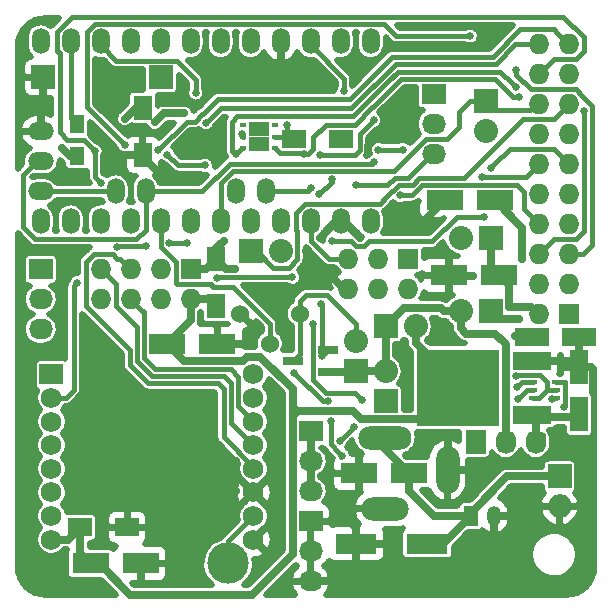
<source format=gbr>
G04 #@! TF.FileFunction,Copper,L2,Bot,Mixed*
%FSLAX46Y46*%
G04 Gerber Fmt 4.6, Leading zero omitted, Abs format (unit mm)*
G04 Created by KiCad (PCBNEW 0.201509101502+6177~30~ubuntu14.04.1-product) date Sat 12 Sep 2015 05:47:41 PM CEST*
%MOMM*%
G01*
G04 APERTURE LIST*
%ADD10C,0.100000*%
%ADD11R,3.200400X1.600200*%
%ADD12R,7.000240X6.499860*%
%ADD13O,1.501140X2.199640*%
%ADD14O,2.199640X1.501140*%
%ADD15O,1.727200X1.727200*%
%ADD16R,1.727200X1.727200*%
%ADD17C,1.524000*%
%ADD18R,2.032000X1.727200*%
%ADD19O,2.032000X1.727200*%
%ADD20R,0.630000X0.450000*%
%ADD21R,0.850000X1.300000*%
%ADD22R,1.300000X1.500000*%
%ADD23R,1.800860X0.800100*%
%ADD24R,2.032000X2.032000*%
%ADD25O,2.032000X2.032000*%
%ADD26R,1.727200X2.032000*%
%ADD27O,1.727200X2.032000*%
%ADD28R,2.000000X1.600000*%
%ADD29R,1.600000X2.000000*%
%ADD30R,3.149600X1.800860*%
%ADD31R,1.998980X1.998980*%
%ADD32R,1.501140X2.999740*%
%ADD33R,2.999740X1.501140*%
%ADD34R,3.500120X1.800860*%
%ADD35O,1.998980X1.998980*%
%ADD36R,1.198880X1.699260*%
%ADD37O,1.198880X1.699260*%
%ADD38O,1.998980X4.000500*%
%ADD39O,4.000500X1.998980*%
%ADD40O,4.500880X1.998980*%
%ADD41C,3.500120*%
%ADD42R,2.000000X1.727200*%
%ADD43C,1.727200*%
%ADD44R,0.749300X0.398780*%
%ADD45C,0.635000*%
%ADD46C,0.381000*%
%ADD47C,0.635000*%
%ADD48C,0.508000*%
G04 APERTURE END LIST*
D10*
D11*
X44145200Y-29575760D03*
X44145200Y-34178240D03*
D12*
X37896800Y-31877000D03*
D13*
X11430000Y-15240000D03*
X8890000Y-15240000D03*
X30480000Y-2540000D03*
X27940000Y-2540000D03*
X25400000Y-2540000D03*
X22860000Y-2540000D03*
X20320000Y-2540000D03*
X17780000Y-2540000D03*
X15240000Y-2540000D03*
X12700000Y-2540000D03*
X10160000Y-2540000D03*
X7620000Y-2540000D03*
X5080000Y-2540000D03*
X2540000Y-2540000D03*
X2540000Y-17780000D03*
X5080000Y-17780000D03*
X7620000Y-17780000D03*
X10160000Y-17780000D03*
X12700000Y-17780000D03*
X15240000Y-17780000D03*
X17780000Y-17780000D03*
X20320000Y-17780000D03*
X22860000Y-17780000D03*
X25400000Y-17780000D03*
X27940000Y-17780000D03*
X30480000Y-17780000D03*
X19050000Y-15240000D03*
X21590000Y-15240000D03*
D14*
X2540000Y-15240000D03*
X2540000Y-12700000D03*
X2540000Y-10160000D03*
D15*
X44704000Y-2794000D03*
X47244000Y-2794000D03*
X44704000Y-5334000D03*
X47244000Y-5334000D03*
X44704000Y-7874000D03*
X47244000Y-7874000D03*
X44704000Y-10414000D03*
X47244000Y-10414000D03*
X44704000Y-12954000D03*
X47244000Y-12954000D03*
X44704000Y-15494000D03*
X47244000Y-15494000D03*
D16*
X47244000Y-25654000D03*
D15*
X44704000Y-25654000D03*
X47244000Y-23114000D03*
X44704000Y-23114000D03*
X47244000Y-20574000D03*
X44704000Y-20574000D03*
X47244000Y-18034000D03*
X44704000Y-18034000D03*
D17*
X21945600Y-28143200D03*
X19405600Y-25603200D03*
X24485600Y-25603200D03*
D18*
X35814000Y-6985000D03*
D19*
X35814000Y-9525000D03*
X35814000Y-12065000D03*
D20*
X19678500Y-11554500D03*
X19678500Y-10604500D03*
X19678500Y-9654500D03*
X22358500Y-9654500D03*
X22358500Y-10604500D03*
X22358500Y-11554500D03*
D21*
X21443500Y-9954500D03*
X21443500Y-11254500D03*
X20593500Y-9954500D03*
X20593500Y-11254500D03*
D22*
X5588000Y-9572000D03*
X5588000Y-12272000D03*
D23*
X26901140Y-28641000D03*
X26901140Y-30541000D03*
X23898860Y-29591000D03*
D18*
X25400000Y-43180000D03*
D19*
X25400000Y-45720000D03*
X25400000Y-48260000D03*
D18*
X25400000Y-35560000D03*
D19*
X25400000Y-38100000D03*
X25400000Y-40640000D03*
D16*
X33655000Y-20955000D03*
D15*
X33655000Y-23495000D03*
X31115000Y-20955000D03*
X31115000Y-23495000D03*
X28575000Y-20955000D03*
X28575000Y-23495000D03*
D24*
X20320000Y-20320000D03*
D25*
X22860000Y-20320000D03*
D18*
X2540000Y-21844000D03*
D19*
X2540000Y-24384000D03*
X2540000Y-26924000D03*
D24*
X40640000Y-25400000D03*
D25*
X38100000Y-25400000D03*
D24*
X40259000Y-7620000D03*
D25*
X40259000Y-10160000D03*
D24*
X40640000Y-19177000D03*
D25*
X38100000Y-19177000D03*
D24*
X29210000Y-30480000D03*
D25*
X29210000Y-27940000D03*
D24*
X31750000Y-26670000D03*
D25*
X34290000Y-26670000D03*
D26*
X39370000Y-36449000D03*
D27*
X41910000Y-36449000D03*
X44450000Y-36449000D03*
D24*
X31750000Y-33020000D03*
D25*
X31750000Y-30480000D03*
D28*
X24003000Y-10795000D03*
X28003000Y-10795000D03*
D29*
X11176000Y-12160000D03*
X11176000Y-8160000D03*
X17399000Y-20987000D03*
X17399000Y-24987000D03*
D30*
X17492980Y-28168600D03*
X13241020Y-28168600D03*
X36736020Y-16002000D03*
X40987980Y-16002000D03*
X37117020Y-22352000D03*
X41368980Y-22352000D03*
D28*
X9874000Y-43688000D03*
X5874000Y-43688000D03*
D30*
X11015980Y-46736000D03*
X6764020Y-46736000D03*
D31*
X12748260Y-5588000D03*
X2745740Y-5588000D03*
D32*
X48133000Y-30132020D03*
X48133000Y-34129980D03*
D33*
X48099980Y-27559000D03*
X44102020Y-27559000D03*
D30*
X29497020Y-39116000D03*
X33748980Y-39116000D03*
D34*
X29258260Y-45085000D03*
X35257740Y-45085000D03*
D35*
X46482000Y-41910000D03*
D31*
X46482000Y-39370000D03*
D36*
X38940740Y-42735500D03*
D37*
X40942260Y-42735500D03*
D38*
X36987480Y-38854380D03*
D39*
X31686500Y-42105580D03*
D40*
X31686500Y-36103560D03*
D41*
X18415000Y-46736000D03*
D15*
X7620000Y-21844000D03*
X7620000Y-24384000D03*
X10160000Y-21844000D03*
X10160000Y-24384000D03*
X12700000Y-21844000D03*
X12700000Y-24384000D03*
D16*
X15240000Y-21844000D03*
D15*
X15240000Y-24384000D03*
D42*
X3456000Y-30734000D03*
D43*
X3456000Y-32734000D03*
X3456000Y-34734000D03*
X3456000Y-36734000D03*
X3456000Y-38734000D03*
X3456000Y-40734000D03*
X3456000Y-42734000D03*
X3456000Y-44734000D03*
X20556000Y-44734000D03*
X20556000Y-42734000D03*
X20556000Y-40734000D03*
X20556000Y-38734000D03*
X20556000Y-36734000D03*
X20556000Y-34734000D03*
X20556000Y-32734000D03*
X20556000Y-30734000D03*
D44*
X46161960Y-31404560D03*
X46161960Y-32054800D03*
X46161960Y-32705040D03*
X44262040Y-32705040D03*
X44262040Y-32054800D03*
X44262040Y-31404560D03*
D45*
X42755824Y-30914360D03*
X23368000Y-9652000D03*
X14706610Y-8648567D03*
X4318000Y-11557000D03*
X42738133Y-27456551D03*
X43307000Y-20955000D03*
X12219632Y-9398000D03*
X9672000Y-9080500D03*
X37896800Y-31877000D03*
X49276000Y-31750000D03*
X45817132Y-32812142D03*
X28670000Y-10541000D03*
X36195000Y-1270000D03*
X34925000Y-2921000D03*
X2540000Y-8255000D03*
X26670000Y-48260000D03*
X29210000Y-48260000D03*
X31750000Y-48260000D03*
X34290000Y-48260000D03*
X36830000Y-48260000D03*
X46990000Y-48260000D03*
X44450000Y-48260000D03*
X44450000Y-40640000D03*
X44450000Y-43180000D03*
X41910000Y-45720000D03*
X41910000Y-48260000D03*
X39370000Y-48260000D03*
X39370000Y-45720000D03*
X16510000Y-48260000D03*
X15240000Y-48260000D03*
X13970000Y-48260000D03*
X13970000Y-46990000D03*
X15240000Y-46990000D03*
X13970000Y-45720000D03*
X15240000Y-45720000D03*
X19050000Y-43180000D03*
X17780000Y-44450000D03*
X16510000Y-44450000D03*
X15240000Y-44450000D03*
X13970000Y-44450000D03*
X12700000Y-44450000D03*
X17780000Y-43180000D03*
X16510000Y-43180000D03*
X15240000Y-43180000D03*
X13970000Y-43180000D03*
X12700000Y-43180000D03*
X5080000Y-41910000D03*
X6350000Y-41910000D03*
X7620000Y-41910000D03*
X8890000Y-41910000D03*
X10160000Y-41910000D03*
X11430000Y-41910000D03*
X12700000Y-41910000D03*
X13970000Y-41910000D03*
X15240000Y-41910000D03*
X16510000Y-41910000D03*
X17780000Y-41910000D03*
X19050000Y-41910000D03*
X19050000Y-40640000D03*
X17780000Y-40640000D03*
X16510000Y-40640000D03*
X15240000Y-40640000D03*
X13970000Y-40640000D03*
X12700000Y-40640000D03*
X11430000Y-40640000D03*
X10160000Y-40640000D03*
X8890000Y-40640000D03*
X7620000Y-40640000D03*
X6350000Y-40640000D03*
X5080000Y-40640000D03*
X5080000Y-39370000D03*
X6350000Y-39370000D03*
X7620000Y-39370000D03*
X8890000Y-39370000D03*
X10160000Y-39370000D03*
X11430000Y-39370000D03*
X12700000Y-39370000D03*
X13970000Y-39370000D03*
X15240000Y-39370000D03*
X16510000Y-39370000D03*
X17780000Y-39370000D03*
X19050000Y-39370000D03*
X19050000Y-38100000D03*
X17780000Y-38100000D03*
X16510000Y-38100000D03*
X15240000Y-38100000D03*
X13970000Y-38100000D03*
X12700000Y-38100000D03*
X11430000Y-38100000D03*
X10160000Y-38100000D03*
X8890000Y-38100000D03*
X7620000Y-38100000D03*
X6350000Y-38100000D03*
X5080000Y-38100000D03*
X5080000Y-36830000D03*
X6350000Y-36830000D03*
X7620000Y-36830000D03*
X8890000Y-36830000D03*
X10160000Y-36830000D03*
X11430000Y-36830000D03*
X12700000Y-36830000D03*
X13970000Y-36830000D03*
X15240000Y-36830000D03*
X16510000Y-36830000D03*
X16510000Y-35560000D03*
X15240000Y-35560000D03*
X13970000Y-35560000D03*
X12700000Y-35560000D03*
X11430000Y-35560000D03*
X11430000Y-34290000D03*
X12700000Y-34290000D03*
X13970000Y-34290000D03*
X15240000Y-34290000D03*
X16510000Y-34290000D03*
X16510000Y-33020000D03*
X15240000Y-33020000D03*
X13970000Y-33020000D03*
X12700000Y-33020000D03*
X11430000Y-33020000D03*
X10160000Y-31750000D03*
X10160000Y-33020000D03*
X10160000Y-34290000D03*
X10160000Y-35560000D03*
X8890000Y-35560000D03*
X8890000Y-34290000D03*
X8890000Y-33020000D03*
X7620000Y-33020000D03*
X7620000Y-34290000D03*
X7620000Y-35560000D03*
X6350000Y-35560000D03*
X5080000Y-35560000D03*
X5080000Y-34290000D03*
X6350000Y-34290000D03*
X6350000Y-33020000D03*
X6350000Y-31750000D03*
X7620000Y-31750000D03*
X8890000Y-31750000D03*
X8890000Y-30480000D03*
X8890000Y-29210000D03*
X7620000Y-29210000D03*
X7620000Y-30480000D03*
X6350000Y-30480000D03*
X6350000Y-29210000D03*
X34036000Y-7239000D03*
X36322000Y-27305000D03*
X33274000Y-28829000D03*
X31242000Y-10414000D03*
X5969000Y-20193000D03*
X18034000Y-19431000D03*
X36987480Y-35749200D03*
X4064000Y-28067000D03*
X3810000Y-20193000D03*
X3810000Y-16764000D03*
X19571121Y-10400212D03*
X18034000Y-9017000D03*
X13698193Y-13748993D03*
X30249696Y-12062783D03*
X8509361Y-12179280D03*
X19431000Y-28194000D03*
X20497800Y-23368000D03*
X22707600Y-25577800D03*
X35356800Y-20345400D03*
X34594800Y-35763200D03*
X21259800Y-46710600D03*
X28854400Y-43281600D03*
X29616400Y-19151600D03*
X39141400Y-22428200D03*
X45835478Y-29575760D03*
X14782800Y-11328400D03*
X17348200Y-12166600D03*
X25450800Y-6654800D03*
X19177000Y-4572000D03*
X33655000Y-18542000D03*
X35052000Y-17653000D03*
X17145000Y-6858000D03*
X25019000Y-20320000D03*
X26162000Y-19177000D03*
X4318000Y-12954000D03*
X19012956Y-21793180D03*
X42189399Y-25017434D03*
X46861728Y-33496000D03*
X26164280Y-12180748D03*
X30736653Y-9226893D03*
X28218318Y-6730371D03*
X27178047Y-14224243D03*
X26133298Y-15494000D03*
X5682000Y-9098019D03*
X38905262Y-2108220D03*
X9652000Y-11303000D03*
X7128619Y-11831459D03*
X7666484Y-14528780D03*
X25614529Y-26455471D03*
X27852365Y-36409635D03*
X29089480Y-35172520D03*
X12503263Y-11777916D03*
X29718000Y-32893000D03*
X5651479Y-22966403D03*
X29209980Y-14706579D03*
X42924068Y-32857438D03*
X16459230Y-13032415D03*
X13265208Y-12127258D03*
X42853374Y-31826200D03*
X26289000Y-24765000D03*
X26339780Y-29141409D03*
X43027600Y-26009600D03*
X26844702Y-33032152D03*
X27091858Y-34708573D03*
X28063891Y-37621750D03*
X24003000Y-30607000D03*
X16556518Y-9427387D03*
X15669909Y-6906909D03*
X19052821Y-12103933D03*
X42758310Y-6426220D03*
X43045344Y-7213754D03*
X25461942Y-14992123D03*
X24842080Y-12115702D03*
X31136211Y-11705211D03*
X39936360Y-13996649D03*
X33197800Y-11709400D03*
X40647585Y-13285429D03*
X42804736Y-4950639D03*
X48510514Y-8432805D03*
X13411220Y-19604746D03*
X9033080Y-19984750D03*
X11455400Y-19888200D03*
X14909821Y-19583400D03*
X17500600Y-22606000D03*
X23850600Y-22504400D03*
X27228800Y-19405600D03*
X40081200Y-17423132D03*
X30757271Y-12794335D03*
X32969046Y-15573288D03*
D46*
X45393609Y-31372809D02*
X44805600Y-30784800D01*
X45457110Y-32054800D02*
X45393609Y-31991299D01*
X45393609Y-31991299D02*
X45393609Y-31372809D01*
X44805600Y-30784800D02*
X42885384Y-30784800D01*
X42885384Y-30784800D02*
X42755824Y-30914360D01*
X44262040Y-32705040D02*
X44756070Y-32705040D01*
X44756070Y-32705040D02*
X45406310Y-32054800D01*
X45406310Y-32054800D02*
X45457110Y-32054800D01*
X46161960Y-32054800D02*
X45457110Y-32054800D01*
X23368000Y-9652000D02*
X23368000Y-10160000D01*
X23368000Y-10160000D02*
X24003000Y-10795000D01*
X22358500Y-10604500D02*
X23812500Y-10604500D01*
X23812500Y-10604500D02*
X24003000Y-10795000D01*
D47*
X14257598Y-8648567D02*
X14706610Y-8648567D01*
X12219632Y-9398000D02*
X12969065Y-8648567D01*
X12969065Y-8648567D02*
X14257598Y-8648567D01*
X4318000Y-11557000D02*
X5033000Y-12272000D01*
X5033000Y-12272000D02*
X5588000Y-12272000D01*
X37896800Y-31877000D02*
X35217099Y-34556701D01*
X24272766Y-33870372D02*
X24259559Y-33883579D01*
X29014910Y-33870372D02*
X24272766Y-33870372D01*
X29701239Y-34556701D02*
X29014910Y-33870372D01*
X35217099Y-34556701D02*
X29701239Y-34556701D01*
X23863290Y-31959288D02*
X23863290Y-33610331D01*
X23863290Y-33610331D02*
X23863290Y-34279848D01*
X24259559Y-33883579D02*
X23986311Y-33610331D01*
X23986311Y-33610331D02*
X23863290Y-33610331D01*
X24259559Y-33883579D02*
X23863290Y-34279848D01*
X20005834Y-29235400D02*
X21139402Y-29235400D01*
X21139402Y-29235400D02*
X23863290Y-31959288D01*
X19651503Y-29589731D02*
X20005834Y-29235400D01*
X14662151Y-29589731D02*
X19651503Y-29589731D01*
X13241020Y-28168600D02*
X14662151Y-29589731D01*
X3456000Y-44734000D02*
X4828000Y-44734000D01*
X4828000Y-44734000D02*
X5874000Y-43688000D01*
X23863290Y-37145573D02*
X23863290Y-35826710D01*
X15240000Y-24384000D02*
X15240000Y-26169620D01*
X15240000Y-26169620D02*
X13241020Y-28168600D01*
X40987980Y-16002000D02*
X43307000Y-18321020D01*
X43307000Y-18321020D02*
X43307000Y-20955000D01*
X43187145Y-27456551D02*
X42738133Y-27456551D01*
X44102020Y-27559000D02*
X43999571Y-27456551D01*
X43999571Y-27456551D02*
X43187145Y-27456551D01*
X23863290Y-37145573D02*
X23863290Y-45986710D01*
X23863290Y-45986710D02*
X20462239Y-49387761D01*
X20462239Y-49387761D02*
X10090151Y-49387761D01*
X10090151Y-49387761D02*
X7438390Y-46736000D01*
X7438390Y-46736000D02*
X6764020Y-46736000D01*
X23863290Y-34279848D02*
X23863290Y-37145573D01*
D46*
X22358500Y-10604500D02*
X22603500Y-10604500D01*
D47*
X11176000Y-8160000D02*
X10592500Y-8160000D01*
X10592500Y-8160000D02*
X9672000Y-9080500D01*
X15240000Y-24384000D02*
X16796000Y-24384000D01*
X16796000Y-24384000D02*
X17399000Y-24987000D01*
X14892020Y-24731980D02*
X15240000Y-24384000D01*
X5874000Y-43688000D02*
X5874000Y-45845980D01*
X5874000Y-45845980D02*
X6764020Y-46736000D01*
X34290000Y-26670000D02*
X34290000Y-28106840D01*
X34290000Y-28106840D02*
X37896800Y-31713640D01*
X37896800Y-31713640D02*
X37896800Y-31877000D01*
X49156620Y-30132020D02*
X49276000Y-30251400D01*
X49276000Y-30251400D02*
X49276000Y-31750000D01*
X48133000Y-30132020D02*
X49156620Y-30132020D01*
X48133000Y-30132020D02*
X48866580Y-30132020D01*
D46*
X49301400Y-32224412D02*
X49301400Y-40504092D01*
X49301400Y-40504092D02*
X47895492Y-41910000D01*
X47895492Y-41910000D02*
X46482000Y-41910000D01*
X49276000Y-32199012D02*
X49301400Y-32224412D01*
D47*
X45835478Y-29575760D02*
X47576740Y-29575760D01*
X47576740Y-29575760D02*
X48133000Y-30132020D01*
X45835478Y-29575760D02*
X44145200Y-29575760D01*
X49276000Y-31750000D02*
X49276000Y-32199012D01*
D46*
X46161960Y-32705040D02*
X45924234Y-32705040D01*
X45924234Y-32705040D02*
X45817132Y-32812142D01*
X45817132Y-32794002D02*
X45817132Y-32812142D01*
D47*
X28670000Y-10541000D02*
X28257000Y-10541000D01*
X28257000Y-10541000D02*
X28003000Y-10795000D01*
X40005000Y-2540000D02*
X39596833Y-2948167D01*
X39596833Y-2948167D02*
X35401179Y-2948167D01*
X35401179Y-2948167D02*
X35374012Y-2921000D01*
X35374012Y-2921000D02*
X34925000Y-2921000D01*
X36195000Y-1270000D02*
X39370000Y-1270000D01*
X39370000Y-1270000D02*
X40005000Y-1905000D01*
X40005000Y-1905000D02*
X40005000Y-2540000D01*
X2540000Y-10160000D02*
X2540000Y-8255000D01*
X26670000Y-48260000D02*
X25400000Y-48260000D01*
X31750000Y-48260000D02*
X29210000Y-48260000D01*
X36830000Y-48260000D02*
X34290000Y-48260000D01*
X41910000Y-48260000D02*
X44450000Y-48260000D01*
X41910000Y-45720000D02*
X44450000Y-43180000D01*
X39370000Y-48260000D02*
X41910000Y-48260000D01*
X40942260Y-42735500D02*
X40942260Y-44147740D01*
X40942260Y-44147740D02*
X39370000Y-45720000D01*
X13970000Y-48260000D02*
X15240000Y-48260000D01*
X15240000Y-46990000D02*
X13970000Y-46990000D01*
X15240000Y-44450000D02*
X15240000Y-45720000D01*
X16510000Y-44450000D02*
X17780000Y-44450000D01*
X13970000Y-44450000D02*
X15240000Y-44450000D01*
X16510000Y-43180000D02*
X17780000Y-43180000D01*
X13970000Y-43180000D02*
X15240000Y-43180000D01*
X6350000Y-41910000D02*
X5080000Y-41910000D01*
X8890000Y-41910000D02*
X7620000Y-41910000D01*
X11430000Y-41910000D02*
X10160000Y-41910000D01*
X13970000Y-41910000D02*
X12700000Y-41910000D01*
X16510000Y-41910000D02*
X15240000Y-41910000D01*
X19050000Y-41910000D02*
X17780000Y-41910000D01*
X17780000Y-40640000D02*
X19050000Y-40640000D01*
X15240000Y-40640000D02*
X16510000Y-40640000D01*
X12700000Y-40640000D02*
X13970000Y-40640000D01*
X10160000Y-40640000D02*
X11430000Y-40640000D01*
X7620000Y-40640000D02*
X8890000Y-40640000D01*
X5080000Y-40640000D02*
X6350000Y-40640000D01*
X6350000Y-39370000D02*
X5080000Y-39370000D01*
X8890000Y-39370000D02*
X7620000Y-39370000D01*
X11430000Y-39370000D02*
X10160000Y-39370000D01*
X13970000Y-39370000D02*
X12700000Y-39370000D01*
X16510000Y-39370000D02*
X15240000Y-39370000D01*
X19050000Y-39370000D02*
X17780000Y-39370000D01*
X17780000Y-38100000D02*
X19050000Y-38100000D01*
X15240000Y-38100000D02*
X16510000Y-38100000D01*
X12700000Y-38100000D02*
X13970000Y-38100000D01*
X10160000Y-38100000D02*
X11430000Y-38100000D01*
X7620000Y-38100000D02*
X8890000Y-38100000D01*
X5080000Y-38100000D02*
X6350000Y-38100000D01*
X6350000Y-36830000D02*
X5080000Y-36830000D01*
X8890000Y-36830000D02*
X7620000Y-36830000D01*
X11430000Y-36830000D02*
X10160000Y-36830000D01*
X12700000Y-36830000D02*
X11430000Y-36830000D01*
X15240000Y-36830000D02*
X13970000Y-36830000D01*
X16510000Y-35560000D02*
X16510000Y-36830000D01*
X13970000Y-35560000D02*
X15240000Y-35560000D01*
X11430000Y-35560000D02*
X12700000Y-35560000D01*
X12700000Y-34290000D02*
X11430000Y-34290000D01*
X15240000Y-34290000D02*
X13970000Y-34290000D01*
X16510000Y-33020000D02*
X16510000Y-34290000D01*
X13970000Y-33020000D02*
X15240000Y-33020000D01*
X11430000Y-33020000D02*
X12700000Y-33020000D01*
X10160000Y-33020000D02*
X10160000Y-31750000D01*
X10160000Y-35560000D02*
X10160000Y-34290000D01*
X8890000Y-34290000D02*
X8890000Y-35560000D01*
X7620000Y-33020000D02*
X8890000Y-33020000D01*
X7620000Y-35560000D02*
X7620000Y-34290000D01*
X5080000Y-35560000D02*
X6350000Y-35560000D01*
X6350000Y-34290000D02*
X5080000Y-34290000D01*
X6350000Y-31750000D02*
X6350000Y-33020000D01*
X8890000Y-31750000D02*
X7620000Y-31750000D01*
X8890000Y-29210000D02*
X8890000Y-30480000D01*
X7620000Y-30480000D02*
X7620000Y-29210000D01*
X6350000Y-29210000D02*
X6350000Y-30480000D01*
X31242000Y-10414000D02*
X31242000Y-10033000D01*
X31242000Y-10033000D02*
X34036000Y-7239000D01*
X30249696Y-12062783D02*
X30249696Y-11406304D01*
X30249696Y-11406304D02*
X31242000Y-10414000D01*
X3810000Y-20193000D02*
X5969000Y-20193000D01*
X17399000Y-20987000D02*
X17399000Y-20066000D01*
X17399000Y-20066000D02*
X18034000Y-19431000D01*
X36973480Y-35763200D02*
X36987480Y-35749200D01*
X34594800Y-35763200D02*
X36973480Y-35763200D01*
D46*
X3810000Y-20193000D02*
X3810000Y-20642012D01*
X3810000Y-20642012D02*
X4064000Y-20896012D01*
X4064000Y-20896012D02*
X4064000Y-28067000D01*
X19571121Y-10497121D02*
X19571121Y-10400212D01*
D47*
X17348200Y-9702800D02*
X18034000Y-9017000D01*
D46*
X19678500Y-10604500D02*
X19571121Y-10497121D01*
D47*
X17348200Y-12166600D02*
X17348200Y-9702800D01*
X13652186Y-13795000D02*
X13698193Y-13748993D01*
X12611000Y-13795000D02*
X13652186Y-13795000D01*
X11176000Y-12360000D02*
X12611000Y-13795000D01*
X11176000Y-12160000D02*
X11176000Y-12360000D01*
X8528641Y-12160000D02*
X8509361Y-12179280D01*
X11176000Y-12160000D02*
X8528641Y-12160000D01*
X17492980Y-28168600D02*
X19405600Y-28168600D01*
X19405600Y-28168600D02*
X19431000Y-28194000D01*
X37134800Y-20624800D02*
X36855400Y-20345400D01*
X36855400Y-20345400D02*
X35356800Y-20345400D01*
X37134800Y-20798790D02*
X37134800Y-20624800D01*
X37117020Y-22352000D02*
X37117020Y-20816570D01*
X37117020Y-20816570D02*
X37134800Y-20798790D01*
X36987480Y-35859720D02*
X36890960Y-35763200D01*
X36890960Y-35763200D02*
X34594800Y-35763200D01*
X36987480Y-38854380D02*
X36987480Y-35859720D01*
X29258260Y-45085000D02*
X29258260Y-43685460D01*
X29258260Y-43685460D02*
X28854400Y-43281600D01*
X27940000Y-17780000D02*
X28244800Y-17780000D01*
X28244800Y-17780000D02*
X29616400Y-19151600D01*
X39141400Y-22428200D02*
X37193220Y-22428200D01*
X37193220Y-22428200D02*
X37117020Y-22352000D01*
X45835478Y-29575760D02*
X47068740Y-29575760D01*
X17348200Y-12166600D02*
X15621000Y-12166600D01*
X15621000Y-12166600D02*
X14782800Y-11328400D01*
X24638000Y-6604000D02*
X25400000Y-6604000D01*
X25400000Y-6604000D02*
X25450800Y-6654800D01*
X22860000Y-4826000D02*
X24638000Y-6604000D01*
X24638000Y-6604000D02*
X24765000Y-6604000D01*
X22860000Y-2540000D02*
X22860000Y-4826000D01*
X22860000Y-4572000D02*
X19177000Y-4572000D01*
X22860000Y-2540000D02*
X22860000Y-4572000D01*
X15240000Y-21844000D02*
X16542000Y-21844000D01*
X16542000Y-21844000D02*
X17399000Y-20987000D01*
X35052000Y-17653000D02*
X34544000Y-17653000D01*
X34544000Y-17653000D02*
X33655000Y-18542000D01*
X36736020Y-16002000D02*
X36703000Y-16002000D01*
X36703000Y-16002000D02*
X35052000Y-17653000D01*
X25019000Y-20320000D02*
X28194000Y-23495000D01*
X28194000Y-23495000D02*
X28575000Y-23495000D01*
X27940000Y-17780000D02*
X27559000Y-17780000D01*
X27559000Y-17780000D02*
X26162000Y-19177000D01*
X47068740Y-29575760D02*
X47625000Y-30132020D01*
X48099980Y-27559000D02*
X48099980Y-29657040D01*
X48099980Y-29657040D02*
X47625000Y-30132020D01*
X47625000Y-30132020D02*
X49010570Y-30132020D01*
X18205180Y-21793180D02*
X18563944Y-21793180D01*
X18563944Y-21793180D02*
X19012956Y-21793180D01*
X17399000Y-20987000D02*
X18205180Y-21793180D01*
X41917621Y-36441379D02*
X41917621Y-28210509D01*
X41813481Y-28106369D02*
X41012112Y-27305000D01*
X41917621Y-28210509D02*
X41813481Y-28106369D01*
X41910000Y-36449000D02*
X41917621Y-36441379D01*
X38100000Y-25400000D02*
X38100000Y-26836840D01*
X38568160Y-27305000D02*
X41012112Y-27305000D01*
X38100000Y-26836840D02*
X38568160Y-27305000D01*
X41012112Y-27305000D02*
X39497000Y-27305000D01*
X26901140Y-30541000D02*
X29149000Y-30541000D01*
X29149000Y-30541000D02*
X29210000Y-30480000D01*
X29210000Y-30480000D02*
X31750000Y-30480000D01*
X31750000Y-26670000D02*
X31750000Y-30480000D01*
X38100000Y-25400000D02*
X36663160Y-25400000D01*
X36663160Y-25400000D02*
X36396459Y-25133299D01*
X36396459Y-25133299D02*
X33286701Y-25133299D01*
X33286701Y-25133299D02*
X31750000Y-26670000D01*
X42189399Y-25017434D02*
X42189399Y-23172419D01*
X42189399Y-23172419D02*
X41368980Y-22352000D01*
X42189399Y-25017434D02*
X44067434Y-25017434D01*
X44067434Y-25017434D02*
X44704000Y-25654000D01*
X40640000Y-19177000D02*
X40640000Y-21623020D01*
X40640000Y-21623020D02*
X41368980Y-22352000D01*
X25400000Y-38100000D02*
X25400000Y-40640000D01*
X25400000Y-35560000D02*
X25400000Y-38100000D01*
D46*
X46161960Y-31404560D02*
X46917610Y-31404560D01*
X46930311Y-31417261D02*
X46930311Y-33427417D01*
X46917610Y-31404560D02*
X46930311Y-31417261D01*
X46930311Y-33427417D02*
X46861728Y-33496000D01*
X30419154Y-9544392D02*
X30736653Y-9226893D01*
X29538486Y-10425060D02*
X30419154Y-9544392D01*
X29125914Y-12180748D02*
X29538486Y-11768176D01*
X26164280Y-12180748D02*
X29125914Y-12180748D01*
X29538486Y-11768176D02*
X29538486Y-10425060D01*
X25400000Y-2540000D02*
X25400000Y-2889250D01*
X25400000Y-2889250D02*
X28218318Y-5707568D01*
X28218318Y-5707568D02*
X28218318Y-6730371D01*
X25400000Y-17780000D02*
X25400000Y-19420802D01*
X25400000Y-19420802D02*
X26934198Y-20955000D01*
X26934198Y-20955000D02*
X27353686Y-20955000D01*
X27353686Y-20955000D02*
X28575000Y-20955000D01*
X27178047Y-14449251D02*
X27178047Y-14224243D01*
X26133298Y-15494000D02*
X27178047Y-14449251D01*
X5588000Y-9572000D02*
X5657031Y-9572000D01*
X5682000Y-9547031D02*
X5682000Y-9098019D01*
X5657031Y-9572000D02*
X5682000Y-9547031D01*
X5080000Y-2540000D02*
X5080000Y-9064000D01*
X5080000Y-9064000D02*
X5588000Y-9572000D01*
X38905262Y-2108220D02*
X32639000Y-2108220D01*
X32639000Y-2108220D02*
X31577250Y-1046470D01*
X31577250Y-1046470D02*
X7146024Y-1046470D01*
X7146024Y-1046470D02*
X6475720Y-1716774D01*
X6475720Y-1716774D02*
X6475720Y-8126720D01*
X6475720Y-8126720D02*
X9652000Y-11303000D01*
X11023599Y-25247599D02*
X10160000Y-24384000D01*
X11272519Y-25496519D02*
X11023599Y-25247599D01*
X12189469Y-30300941D02*
X11272519Y-29383991D01*
X19253210Y-30937210D02*
X18616941Y-30300941D01*
X18616941Y-30300941D02*
X12189469Y-30300941D01*
X19253210Y-33431210D02*
X19253210Y-30937210D01*
X20556000Y-34734000D02*
X19253210Y-33431210D01*
X11272519Y-29383991D02*
X11272519Y-25496519D01*
X6168360Y-10871200D02*
X6811120Y-11513960D01*
X5190234Y-462260D02*
X3935720Y-1716774D01*
X4138931Y-10231593D02*
X4778538Y-10871200D01*
X46773066Y-462260D02*
X5190234Y-462260D01*
X45974000Y-4064000D02*
X47834806Y-4064000D01*
X3935720Y-1716774D02*
X3935720Y-3363226D01*
X44704000Y-5334000D02*
X45974000Y-4064000D01*
X7128619Y-12280471D02*
X7128619Y-11831459D01*
X4138931Y-3566437D02*
X4138931Y-10231593D01*
X4778538Y-10871200D02*
X6168360Y-10871200D01*
X7666484Y-14528780D02*
X7128619Y-13990915D01*
X3935720Y-3363226D02*
X4138931Y-3566437D01*
X48501301Y-2190495D02*
X46773066Y-462260D01*
X47834806Y-4064000D02*
X48501301Y-3397505D01*
X7128619Y-13990915D02*
X7128619Y-12280471D01*
X6811120Y-11513960D02*
X7128619Y-11831459D01*
X48501301Y-3397505D02*
X48501301Y-2190495D01*
X20556000Y-36734000D02*
X18669000Y-34847000D01*
X8902699Y-24967503D02*
X8902699Y-23126699D01*
X18669000Y-34847000D02*
X18669000Y-31463505D01*
X18669000Y-31463505D02*
X18090646Y-30885151D01*
X8902699Y-23126699D02*
X7620000Y-21844000D01*
X18090646Y-30885151D02*
X11947482Y-30885151D01*
X11947482Y-30885151D02*
X10668000Y-29605669D01*
X10668000Y-29605669D02*
X10668000Y-26732804D01*
X10668000Y-26732804D02*
X8902699Y-24967503D01*
X9296401Y-20980401D02*
X10160000Y-21844000D01*
X10083790Y-28708596D02*
X6362699Y-24987505D01*
X9028543Y-20980401D02*
X9296401Y-20980401D01*
X18034000Y-36078198D02*
X18034000Y-32004000D01*
X20556000Y-38734000D02*
X20556000Y-38600198D01*
X8634841Y-20586699D02*
X9028543Y-20980401D01*
X18034000Y-32004000D02*
X17526000Y-31496000D01*
X7016495Y-20586699D02*
X8634841Y-20586699D01*
X6362699Y-21240495D02*
X7016495Y-20586699D01*
X6362699Y-24987505D02*
X6362699Y-21240495D01*
X10083790Y-29933362D02*
X10083790Y-28708596D01*
X11646428Y-31496000D02*
X10083790Y-29933362D01*
X17526000Y-31496000D02*
X11646428Y-31496000D01*
X20556000Y-38600198D02*
X18034000Y-36078198D01*
X14921411Y-9359768D02*
X15571559Y-9359768D01*
X45986699Y-1536699D02*
X46380401Y-1930401D01*
X43165447Y-1536699D02*
X45986699Y-1536699D01*
X40815836Y-3886310D02*
X43165447Y-1536699D01*
X32298492Y-3886310D02*
X40815836Y-3886310D01*
X17553840Y-7441591D02*
X28743211Y-7441591D01*
X15571559Y-9359768D02*
X16215141Y-8716186D01*
X16279245Y-8716186D02*
X17553840Y-7441591D01*
X46380401Y-1930401D02*
X47244000Y-2794000D01*
X28743211Y-7441591D02*
X32298492Y-3886310D01*
X16215141Y-8716186D02*
X16279245Y-8716186D01*
X12503263Y-11777916D02*
X14921411Y-9359768D01*
X25607009Y-28949114D02*
X25607009Y-27385009D01*
X25607009Y-26462991D02*
X25614529Y-26455471D01*
X25607009Y-31256011D02*
X25607009Y-28949114D01*
X25607009Y-28949114D02*
X25607009Y-26462991D01*
X29083000Y-35179000D02*
X27852365Y-36409635D01*
X26671949Y-32320951D02*
X25607009Y-31256011D01*
X29718000Y-32893000D02*
X29145951Y-32320951D01*
X29145951Y-32320951D02*
X26671949Y-32320951D01*
X20556000Y-38734000D02*
X20556000Y-38873194D01*
X17159223Y-23317201D02*
X16943323Y-23101301D01*
X13982699Y-21265893D02*
X12700000Y-19983194D01*
X12700000Y-19260820D02*
X12700000Y-17780000D01*
X16943323Y-23101301D02*
X14061439Y-23101301D01*
X21945600Y-28143200D02*
X21945600Y-26432762D01*
X14061439Y-23101301D02*
X13982699Y-23022561D01*
X21945600Y-26432762D02*
X18830039Y-23317201D01*
X18830039Y-23317201D02*
X17159223Y-23317201D01*
X13982699Y-23022561D02*
X13982699Y-21265893D01*
X12700000Y-19983194D02*
X12700000Y-19260820D01*
X5333980Y-32077334D02*
X4677314Y-32734000D01*
X5333980Y-23283902D02*
X5333980Y-32077334D01*
X5651479Y-22966403D02*
X5333980Y-23283902D01*
X4677314Y-32734000D02*
X3456000Y-32734000D01*
X32517807Y-14089765D02*
X31900993Y-14706579D01*
X33636835Y-14089765D02*
X32517807Y-14089765D01*
X35661600Y-12065000D02*
X33636835Y-14089765D01*
X35814000Y-12065000D02*
X35661600Y-12065000D01*
X31900993Y-14706579D02*
X29658992Y-14706579D01*
X29658992Y-14706579D02*
X29209980Y-14706579D01*
X43688001Y-32054800D02*
X43688001Y-32093505D01*
X43688001Y-32093505D02*
X42924068Y-32857438D01*
X44262040Y-32054800D02*
X43688001Y-32054800D01*
X16010218Y-13032415D02*
X16459230Y-13032415D01*
X14170365Y-13032415D02*
X16010218Y-13032415D01*
X13265208Y-12127258D02*
X14170365Y-13032415D01*
X19692401Y-43597599D02*
X20556000Y-42734000D01*
X18415000Y-44875000D02*
X19692401Y-43597599D01*
X18415000Y-46736000D02*
X18415000Y-44875000D01*
X42853374Y-31826200D02*
X43275014Y-31404560D01*
X43275014Y-31404560D02*
X44262040Y-31404560D01*
D47*
X35257740Y-45085000D02*
X36591240Y-45085000D01*
X36591240Y-45085000D02*
X38940740Y-42735500D01*
X38940740Y-42985690D02*
X38940740Y-42735500D01*
X46482000Y-39370000D02*
X42056050Y-39370000D01*
X42056050Y-39370000D02*
X38940740Y-42485310D01*
X38940740Y-42485310D02*
X38940740Y-42735500D01*
X33748980Y-39116000D02*
X33748980Y-40651430D01*
X33748980Y-40651430D02*
X35833050Y-42735500D01*
X35833050Y-42735500D02*
X37706300Y-42735500D01*
X37706300Y-42735500D02*
X38940740Y-42735500D01*
X31686500Y-36103560D02*
X31686500Y-37053520D01*
X31686500Y-37053520D02*
X33748980Y-39116000D01*
X31686500Y-33083500D02*
X31750000Y-33020000D01*
X44145200Y-34178240D02*
X44301161Y-34334201D01*
X44301161Y-34334201D02*
X47928779Y-34334201D01*
X47928779Y-34334201D02*
X48133000Y-34129980D01*
X44450000Y-36449000D02*
X44450000Y-34483040D01*
X44450000Y-34483040D02*
X44145200Y-34178240D01*
D46*
X45034200Y-35864800D02*
X44450000Y-36449000D01*
X26339780Y-25391792D02*
X26339780Y-24815780D01*
X26339780Y-24815780D02*
X26289000Y-24765000D01*
X26339780Y-25391792D02*
X26339780Y-28692397D01*
X26339780Y-28692397D02*
X26339780Y-29141409D01*
X26901140Y-28641000D02*
X26840189Y-28641000D01*
X26840189Y-28641000D02*
X26657279Y-28823910D01*
X26657279Y-28823910D02*
X26339780Y-29141409D01*
X24485600Y-25603200D02*
X24485600Y-29004260D01*
X24485600Y-29004260D02*
X23898860Y-29591000D01*
X29210000Y-26503160D02*
X29210000Y-27940000D01*
X26747355Y-24040515D02*
X29210000Y-26503160D01*
X24970655Y-24040515D02*
X26747355Y-24040515D01*
X24485600Y-25603200D02*
X24485600Y-24525570D01*
X24485600Y-24525570D02*
X24970655Y-24040515D01*
X33871454Y-12062355D02*
X32522639Y-13411170D01*
X18154721Y-14167773D02*
X18816939Y-13505555D01*
X35138809Y-10795000D02*
X33871454Y-12062355D01*
X18816939Y-13505555D02*
X32428254Y-13505555D01*
X32428254Y-13505555D02*
X33871454Y-12062355D01*
X40259000Y-7620000D02*
X38862000Y-7620000D01*
X17780000Y-14542494D02*
X18154721Y-14167773D01*
X18154721Y-14167773D02*
X18581163Y-13741331D01*
X38862000Y-7620000D02*
X37980959Y-8501041D01*
X37980959Y-8501041D02*
X37980959Y-9766167D01*
X37980959Y-9766167D02*
X36952126Y-10795000D01*
X36952126Y-10795000D02*
X35138809Y-10795000D01*
X44704000Y-7874000D02*
X44450000Y-7874000D01*
X44450000Y-7874000D02*
X43942000Y-8382000D01*
X43942000Y-8382000D02*
X41021000Y-8382000D01*
X41021000Y-8382000D02*
X40259000Y-7620000D01*
X17780000Y-17780000D02*
X17780000Y-14542494D01*
D47*
X43027600Y-26009600D02*
X41249600Y-26009600D01*
X41249600Y-26009600D02*
X40640000Y-25400000D01*
D46*
X47244000Y-25654000D02*
X47015400Y-25654000D01*
X28063891Y-37621750D02*
X27746392Y-37304251D01*
X27091858Y-36654944D02*
X27091858Y-34708573D01*
X27746392Y-37304251D02*
X27741165Y-37304251D01*
X27741165Y-37304251D02*
X27091858Y-36654944D01*
X24003000Y-30607000D02*
X26428152Y-33032152D01*
X26428152Y-33032152D02*
X26844702Y-33032152D01*
X27987748Y-37697893D02*
X28063891Y-37621750D01*
X31777897Y-15758635D02*
X31250062Y-16286470D01*
X24130000Y-17082494D02*
X24130000Y-18477506D01*
X31250062Y-16286470D02*
X24926024Y-16286470D01*
X24926024Y-16286470D02*
X24130000Y-17082494D01*
X24130000Y-18477506D02*
X24269701Y-18617207D01*
X24269701Y-18617207D02*
X24269701Y-20996657D01*
X20828000Y-20320000D02*
X20320000Y-20320000D01*
X24269701Y-20996657D02*
X23536657Y-21729701D01*
X23536657Y-21729701D02*
X22237701Y-21729701D01*
X22237701Y-21729701D02*
X20828000Y-20320000D01*
X31406740Y-16129792D02*
X31777897Y-15758635D01*
X31777897Y-15758635D02*
X32862557Y-14673975D01*
X46380401Y-8737599D02*
X47244000Y-7874000D01*
X38381699Y-14123659D02*
X43374057Y-9131301D01*
X43374057Y-9131301D02*
X45986699Y-9131301D01*
X34604272Y-14123659D02*
X38381699Y-14123659D01*
X32862557Y-14673975D02*
X34053956Y-14673975D01*
X34053956Y-14673975D02*
X34604272Y-14123659D01*
X45986699Y-9131301D02*
X46380401Y-8737599D01*
X17771227Y-8212678D02*
X16874017Y-9109888D01*
X32593368Y-4470520D02*
X28851210Y-8212678D01*
X41057822Y-4470520D02*
X32593368Y-4470520D01*
X42734342Y-2794000D02*
X41057822Y-4470520D01*
X44704000Y-2794000D02*
X42734342Y-2794000D01*
X28851210Y-8212678D02*
X17771227Y-8212678D01*
X16874017Y-9109888D02*
X16556518Y-9427387D01*
X14062711Y-4194809D02*
X15669909Y-5802007D01*
X15669909Y-6457897D02*
X15669909Y-6906909D01*
X8925559Y-4194809D02*
X14062711Y-4194809D01*
X7620000Y-2540000D02*
X7620000Y-2889250D01*
X7620000Y-2889250D02*
X8925559Y-4194809D01*
X15669909Y-5802007D02*
X15669909Y-6457897D01*
X19602254Y-11554500D02*
X19370320Y-11786434D01*
X18735322Y-11786434D02*
X19052821Y-12103933D01*
X19370320Y-11786434D02*
X19052821Y-12103933D01*
X19194336Y-8890002D02*
X18735322Y-9349016D01*
X18735322Y-9349016D02*
X18735322Y-11786434D01*
X28955998Y-8890002D02*
X19194336Y-8890002D01*
X19678500Y-11554500D02*
X19602254Y-11554500D01*
X42440811Y-6108721D02*
X42758310Y-6426220D01*
X41437383Y-5105293D02*
X42440811Y-6108721D01*
X33957685Y-5105293D02*
X41437383Y-5105293D01*
X32846609Y-5105293D02*
X33957685Y-5105293D01*
X29000083Y-8890002D02*
X31630343Y-6259742D01*
X31630343Y-6259742D02*
X32459596Y-5430489D01*
X33957685Y-5105293D02*
X32784792Y-5105293D01*
X32784792Y-5105293D02*
X31630343Y-6259742D01*
X28955998Y-8890002D02*
X29000083Y-8890002D01*
X28955998Y-8890002D02*
X28956000Y-8890000D01*
X42596332Y-7213754D02*
X43045344Y-7213754D01*
X41002152Y-5690582D02*
X42525324Y-7213754D01*
X25185720Y-12115702D02*
X25634702Y-11666720D01*
X30575937Y-8140345D02*
X30637754Y-8140345D01*
X24842080Y-12115702D02*
X25185720Y-12115702D01*
X30637754Y-8140345D02*
X33087517Y-5690582D01*
X26688039Y-9601299D02*
X29114983Y-9601299D01*
X25634702Y-10654636D02*
X26688039Y-9601299D01*
X42525324Y-7213754D02*
X42596332Y-7213754D01*
X25634702Y-11666720D02*
X25634702Y-10654636D01*
X33087517Y-5690582D02*
X41002152Y-5690582D01*
X29114983Y-9601299D02*
X30575937Y-8140345D01*
X25214065Y-15240000D02*
X25461942Y-14992123D01*
X21590000Y-15240000D02*
X25214065Y-15240000D01*
X24715079Y-11988701D02*
X24842080Y-12115702D01*
X22358500Y-11554500D02*
X22792701Y-11988701D01*
X22792701Y-11988701D02*
X24715079Y-11988701D01*
X31140400Y-11709400D02*
X31136211Y-11705211D01*
X33197800Y-11709400D02*
X31140400Y-11709400D01*
X43661351Y-13996649D02*
X40385372Y-13996649D01*
X40385372Y-13996649D02*
X39936360Y-13996649D01*
X44704000Y-12954000D02*
X43661351Y-13996649D01*
X42236315Y-11696699D02*
X40965084Y-12967930D01*
X40965084Y-12967930D02*
X40647585Y-13285429D01*
X45986699Y-11696699D02*
X42236315Y-11696699D01*
X47244000Y-12954000D02*
X45986699Y-11696699D01*
X47834806Y-6604000D02*
X48359851Y-7129045D01*
X48359851Y-7129045D02*
X49221715Y-7990909D01*
X42804736Y-5399651D02*
X44021784Y-6616699D01*
X47847505Y-6616699D02*
X48359851Y-7129045D01*
X42804736Y-4950639D02*
X42804736Y-5399651D01*
X44021784Y-6616699D02*
X47847505Y-6616699D01*
X49221715Y-7990909D02*
X49221715Y-19817599D01*
X49221715Y-19817599D02*
X48465314Y-20574000D01*
X48465314Y-20574000D02*
X47244000Y-20574000D01*
X48510514Y-8881817D02*
X48510514Y-8432805D01*
X48510514Y-18628292D02*
X48510514Y-8881817D01*
X44704000Y-20574000D02*
X45986699Y-19291301D01*
X45986699Y-19291301D02*
X47847505Y-19291301D01*
X47847505Y-19291301D02*
X48510514Y-18628292D01*
X13860232Y-19604746D02*
X13411220Y-19604746D01*
X14837654Y-19604746D02*
X13860232Y-19604746D01*
X14859000Y-19583400D02*
X14837654Y-19604746D01*
X9129630Y-19888200D02*
X9033080Y-19984750D01*
X11455400Y-19888200D02*
X9129630Y-19888200D01*
X2540000Y-15240000D02*
X8890000Y-15240000D01*
X27677812Y-19405600D02*
X27228800Y-19405600D01*
X28817822Y-19405600D02*
X27677812Y-19405600D01*
X29275023Y-19862801D02*
X28817822Y-19405600D01*
X29957777Y-19862801D02*
X29275023Y-19862801D01*
X30339567Y-19481011D02*
X29957777Y-19862801D01*
X35709631Y-19481011D02*
X30339567Y-19481011D01*
X37767510Y-17423132D02*
X35709631Y-19481011D01*
X40081200Y-17423132D02*
X37767510Y-17423132D01*
X8890000Y-15240000D02*
X8890000Y-14890750D01*
X23850600Y-22504400D02*
X17602200Y-22504400D01*
X17602200Y-22504400D02*
X17500600Y-22606000D01*
X8890000Y-15240000D02*
X8890000Y-14986000D01*
X2066024Y-19273530D02*
X6658722Y-19273530D01*
X6658722Y-19273530D02*
X10633976Y-19273530D01*
X11430000Y-16720820D02*
X11430000Y-15240000D01*
X10633976Y-19273530D02*
X11430000Y-18477506D01*
X11430000Y-18477506D02*
X11430000Y-16720820D01*
X1046470Y-18253976D02*
X2066024Y-19273530D01*
X9441346Y-19273530D02*
X10633976Y-19273530D01*
X2190750Y-12700000D02*
X1046470Y-13844280D01*
X2540000Y-12700000D02*
X2190750Y-12700000D01*
X1046470Y-13844280D02*
X1046470Y-18253976D01*
X30757271Y-12794335D02*
X30630261Y-12921345D01*
X30630261Y-12921345D02*
X18548430Y-12921345D01*
X18548430Y-12921345D02*
X16229775Y-15240000D01*
X16229775Y-15240000D02*
X11430000Y-15240000D01*
X33418058Y-15573288D02*
X32969046Y-15573288D01*
X33980840Y-15573288D02*
X33418058Y-15573288D01*
X34846259Y-14707869D02*
X33980840Y-15573288D01*
X44704000Y-18034000D02*
X43434000Y-16764000D01*
X43434000Y-16764000D02*
X43434000Y-15264128D01*
X42877741Y-14707869D02*
X34846259Y-14707869D01*
X43434000Y-15264128D02*
X42877741Y-14707869D01*
D48*
X49421000Y-32172091D02*
X49421000Y-32172091D01*
X49389911Y-32578491D02*
X49421000Y-32578491D01*
X49394027Y-32984891D02*
X49421000Y-32984891D01*
X49394027Y-33391291D02*
X49421000Y-33391291D01*
X49394027Y-33797691D02*
X49421000Y-33797691D01*
X49394027Y-34204091D02*
X49421000Y-34204091D01*
X49394027Y-34610491D02*
X49421000Y-34610491D01*
X49394027Y-35016891D02*
X49421000Y-35016891D01*
X45988643Y-35423291D02*
X46871973Y-35423291D01*
X49394027Y-35423291D02*
X49421000Y-35423291D01*
X34432369Y-35829691D02*
X37995943Y-35829691D01*
X45737171Y-35829691D02*
X46915258Y-35829691D01*
X49347839Y-35829691D02*
X49421000Y-35829691D01*
X34445426Y-36236091D02*
X36302170Y-36236091D01*
X36841406Y-36236091D02*
X37133555Y-36236091D01*
X37672791Y-36236091D02*
X37995943Y-36236091D01*
X45816391Y-36236091D02*
X49421000Y-36236091D01*
X28646034Y-36642491D02*
X29016894Y-36642491D01*
X34354501Y-36642491D02*
X35716781Y-36642491D01*
X36923980Y-36642491D02*
X37050980Y-36642491D01*
X45819832Y-36642491D02*
X49421000Y-36642491D01*
X26430759Y-37048891D02*
X26516100Y-37048891D01*
X28658447Y-37048891D02*
X29257179Y-37048891D01*
X34115889Y-37048891D02*
X35426246Y-37048891D01*
X36923980Y-37048891D02*
X37050980Y-37048891D01*
X45742475Y-37048891D02*
X49421000Y-37048891D01*
X26763068Y-37455291D02*
X26904377Y-37455291D01*
X29244741Y-37455291D02*
X29749299Y-37455291D01*
X33604271Y-37455291D02*
X35271199Y-37455291D01*
X36923980Y-37455291D02*
X37050980Y-37455291D01*
X40744057Y-37455291D02*
X40838916Y-37455291D01*
X42981639Y-37455291D02*
X43378916Y-37455291D01*
X45521639Y-37455291D02*
X49421000Y-37455291D01*
X26908782Y-37861691D02*
X27244019Y-37861691D01*
X29433520Y-37861691D02*
X29560520Y-37861691D01*
X36923980Y-37861691D02*
X37050980Y-37861691D01*
X40550081Y-37861691D02*
X41357196Y-37861691D01*
X42459786Y-37861691D02*
X43897196Y-37861691D01*
X44999786Y-37861691D02*
X45461970Y-37861691D01*
X47493017Y-37861691D02*
X49421000Y-37861691D01*
X26914679Y-38268091D02*
X27160220Y-38268091D01*
X29433520Y-38268091D02*
X29560520Y-38268091D01*
X36923980Y-38268091D02*
X37050980Y-38268091D01*
X38748970Y-38268091D02*
X44986608Y-38268091D01*
X47978832Y-38268091D02*
X49421000Y-38268091D01*
X26800964Y-38674491D02*
X27160220Y-38674491D01*
X29433520Y-38674491D02*
X29560520Y-38674491D01*
X36923980Y-38674491D02*
X37050980Y-38674491D01*
X38748970Y-38674491D02*
X41612598Y-38674491D01*
X47991947Y-38674491D02*
X49421000Y-38674491D01*
X26516877Y-39080891D02*
X29580520Y-39080891D01*
X36923980Y-39080891D02*
X37050980Y-39080891D01*
X38748970Y-39080891D02*
X41177726Y-39080891D01*
X47991947Y-39080891D02*
X49421000Y-39080891D01*
X26296516Y-39487291D02*
X27160220Y-39487291D01*
X29433520Y-39487291D02*
X29560520Y-39487291D01*
X36923980Y-39487291D02*
X37050980Y-39487291D01*
X38748970Y-39487291D02*
X40771326Y-39487291D01*
X47991947Y-39487291D02*
X49421000Y-39487291D01*
X26709953Y-39893691D02*
X27160220Y-39893691D01*
X29433520Y-39893691D02*
X29560520Y-39893691D01*
X36923980Y-39893691D02*
X37050980Y-39893691D01*
X38748970Y-39893691D02*
X40364926Y-39893691D01*
X47991947Y-39893691D02*
X49421000Y-39893691D01*
X26882682Y-40300091D02*
X27214933Y-40300091D01*
X29433520Y-40300091D02*
X29560520Y-40300091D01*
X36923980Y-40300091D02*
X37050980Y-40300091D01*
X38689345Y-40300091D02*
X39958526Y-40300091D01*
X42293392Y-40300091D02*
X44972053Y-40300091D01*
X47991947Y-40300091D02*
X49421000Y-40300091D01*
X26925358Y-40706491D02*
X27596972Y-40706491D01*
X29314959Y-40706491D02*
X29620038Y-40706491D01*
X34971475Y-40706491D02*
X35453368Y-40706491D01*
X36923980Y-40706491D02*
X37050980Y-40706491D01*
X38521591Y-40706491D02*
X39552126Y-40706491D01*
X41886992Y-40706491D02*
X45099340Y-40706491D01*
X47858298Y-40706491D02*
X49421000Y-40706491D01*
X26842348Y-41112891D02*
X29236786Y-41112891D01*
X35377875Y-41112891D02*
X35757940Y-41112891D01*
X36923980Y-41112891D02*
X37050980Y-41112891D01*
X38217019Y-41112891D02*
X39145726Y-41112891D01*
X41480592Y-41112891D02*
X44920458Y-41112891D01*
X48043543Y-41112891D02*
X49421000Y-41112891D01*
X26603977Y-41519291D02*
X29025942Y-41519291D01*
X35784275Y-41519291D02*
X36416859Y-41519291D01*
X36760904Y-41519291D02*
X37214055Y-41519291D01*
X37558100Y-41519291D02*
X37989701Y-41519291D01*
X41897528Y-41519291D02*
X44769035Y-41519291D01*
X48194966Y-41519291D02*
X49421000Y-41519291D01*
X27071387Y-41925691D02*
X29048627Y-41925691D01*
X42182884Y-41925691D02*
X49421000Y-41925691D01*
X27178000Y-42332091D02*
X29021627Y-42332091D01*
X42290620Y-42332091D02*
X44778443Y-42332091D01*
X46418500Y-42332091D02*
X46545500Y-42332091D01*
X48185556Y-42332091D02*
X49421000Y-42332091D01*
X27178000Y-42738491D02*
X29042585Y-42738491D01*
X40858760Y-42738491D02*
X44937101Y-42738491D01*
X46418500Y-42738491D02*
X46545500Y-42738491D01*
X48026898Y-42738491D02*
X49421000Y-42738491D01*
X25316500Y-43144891D02*
X29272315Y-43144891D01*
X40878760Y-43144891D02*
X41005760Y-43144891D01*
X42289746Y-43144891D02*
X45227008Y-43144891D01*
X46418500Y-43144891D02*
X46545500Y-43144891D01*
X47736991Y-43144891D02*
X49421000Y-43144891D01*
X25336500Y-43551291D02*
X25463500Y-43551291D01*
X29132981Y-43551291D02*
X29383539Y-43551291D01*
X40878760Y-43551291D02*
X41005760Y-43551291D01*
X42180759Y-43551291D02*
X45855013Y-43551291D01*
X46294896Y-43551291D02*
X46669103Y-43551291D01*
X47108986Y-43551291D02*
X49421000Y-43551291D01*
X25336500Y-43957691D02*
X25463500Y-43957691D01*
X29194760Y-43957691D02*
X29321760Y-43957691D01*
X31739128Y-43957691D02*
X33055599Y-43957691D01*
X39886680Y-43957691D02*
X39992386Y-43957691D01*
X40878760Y-43957691D02*
X41005760Y-43957691D01*
X41892133Y-43957691D02*
X49421000Y-43957691D01*
X25336500Y-44364091D02*
X25463500Y-44364091D01*
X29194760Y-44364091D02*
X29321760Y-44364091D01*
X31770320Y-44364091D02*
X32997223Y-44364091D01*
X38479582Y-44364091D02*
X44835700Y-44364091D01*
X47170600Y-44364091D02*
X49421000Y-44364091D01*
X25336500Y-44770491D02*
X25463500Y-44770491D01*
X29194760Y-44770491D02*
X29321760Y-44770491D01*
X31770320Y-44770491D02*
X32997223Y-44770491D01*
X38073182Y-44770491D02*
X44411743Y-44770491D01*
X47598411Y-44770491D02*
X49421000Y-44770491D01*
X25336500Y-45176891D02*
X25463500Y-45176891D01*
X29194760Y-45176891D02*
X29321760Y-45176891D01*
X31608211Y-45176891D02*
X32997223Y-45176891D01*
X37666782Y-45176891D02*
X44171773Y-45176891D01*
X47836956Y-45176891D02*
X49421000Y-45176891D01*
X25336500Y-45583291D02*
X25463500Y-45583291D01*
X29194760Y-45583291D02*
X29321760Y-45583291D01*
X31770320Y-45583291D02*
X32997223Y-45583291D01*
X37518257Y-45583291D02*
X44039499Y-45583291D01*
X47968681Y-45583291D02*
X49421000Y-45583291D01*
X25336500Y-45989691D02*
X25463500Y-45989691D01*
X29194760Y-45989691D02*
X29321760Y-45989691D01*
X31770320Y-45989691D02*
X32997562Y-45989691D01*
X37517651Y-45989691D02*
X43995854Y-45989691D01*
X48009472Y-45989691D02*
X49421000Y-45989691D01*
X25336500Y-46396091D02*
X25463500Y-46396091D01*
X29194760Y-46396091D02*
X29321760Y-46396091D01*
X31650374Y-46396091D02*
X33210398Y-46396091D01*
X37303080Y-46396091D02*
X44035179Y-46396091D01*
X47973134Y-46396091D02*
X49421000Y-46396091D01*
X25336500Y-46802491D02*
X25463500Y-46802491D01*
X26763497Y-46802491D02*
X44162214Y-46802491D01*
X47844564Y-46802491D02*
X49421000Y-46802491D01*
X23808542Y-47208891D02*
X24012737Y-47208891D01*
X25336500Y-47208891D02*
X25463500Y-47208891D01*
X26787264Y-47208891D02*
X44394496Y-47208891D01*
X47608239Y-47208891D02*
X49393722Y-47208891D01*
X23402142Y-47615291D02*
X23760890Y-47615291D01*
X25336500Y-47615291D02*
X25463500Y-47615291D01*
X27039111Y-47615291D02*
X44810408Y-47615291D01*
X47205404Y-47615291D02*
X49324035Y-47615291D01*
X22995742Y-48021691D02*
X23702990Y-48021691D01*
X25336500Y-48021691D02*
X25463500Y-48021691D01*
X27097009Y-48021691D02*
X49177963Y-48021691D01*
X22589342Y-48428091D02*
X23747544Y-48428091D01*
X27052457Y-48428091D02*
X48935736Y-48428091D01*
X22182942Y-48834491D02*
X23726811Y-48834491D01*
X27073188Y-48834491D02*
X48551845Y-48834491D01*
X21776542Y-49240891D02*
X23959557Y-49240891D01*
X26840442Y-49240891D02*
X47886034Y-49240891D01*
X587000Y-18782334D02*
X587000Y-18782334D01*
X587000Y-19188734D02*
X993400Y-19188734D01*
X587000Y-19595134D02*
X1399800Y-19595134D01*
X587000Y-20001534D02*
X6635255Y-20001534D01*
X587000Y-20407934D02*
X6207432Y-20407934D01*
X587000Y-20814334D02*
X1044506Y-20814334D01*
X4033631Y-20814334D02*
X5812816Y-20814334D01*
X587000Y-21220734D02*
X1013543Y-21220734D01*
X4066457Y-21220734D02*
X5665390Y-21220734D01*
X587000Y-21627134D02*
X1013543Y-21627134D01*
X4066457Y-21627134D02*
X5664199Y-21627134D01*
X587000Y-22033534D02*
X1013543Y-22033534D01*
X4066457Y-22033534D02*
X5664199Y-22033534D01*
X587000Y-22439934D02*
X1013543Y-22439934D01*
X4066457Y-22439934D02*
X5011450Y-22439934D01*
X587000Y-22846334D02*
X1037904Y-22846334D01*
X4046741Y-22846334D02*
X4793669Y-22846334D01*
X587000Y-23252734D02*
X1607500Y-23252734D01*
X3475232Y-23252734D02*
X4637951Y-23252734D01*
X587000Y-23659134D02*
X1220343Y-23659134D01*
X3861163Y-23659134D02*
X4635480Y-23659134D01*
X587000Y-24065534D02*
X1049849Y-24065534D01*
X4028993Y-24065534D02*
X4635480Y-24065534D01*
X587000Y-24471934D02*
X1017533Y-24471934D01*
X4063104Y-24471934D02*
X4635480Y-24471934D01*
X587000Y-24878334D02*
X1102768Y-24878334D01*
X3975710Y-24878334D02*
X4635480Y-24878334D01*
X587000Y-25284734D02*
X1352878Y-25284734D01*
X3726238Y-25284734D02*
X4635480Y-25284734D01*
X587000Y-25691134D02*
X1791271Y-25691134D01*
X3290710Y-25691134D02*
X4635480Y-25691134D01*
X587000Y-26097534D02*
X1292322Y-26097534D01*
X3786835Y-26097534D02*
X4635480Y-26097534D01*
X587000Y-26503934D02*
X1081300Y-26503934D01*
X3999090Y-26503934D02*
X4635480Y-26503934D01*
X587000Y-26910334D02*
X1009089Y-26910334D01*
X4069226Y-26910334D02*
X4635480Y-26910334D01*
X587000Y-27316734D02*
X1072866Y-27316734D01*
X4007161Y-27316734D02*
X4635480Y-27316734D01*
X587000Y-27723134D02*
X1271190Y-27723134D01*
X3810289Y-27723134D02*
X4635480Y-27723134D01*
X587000Y-28129534D02*
X1739573Y-28129534D01*
X3340133Y-28129534D02*
X4635480Y-28129534D01*
X587000Y-28535934D02*
X4635480Y-28535934D01*
X587000Y-28942334D02*
X4635480Y-28942334D01*
X587000Y-29348734D02*
X4635480Y-29348734D01*
X587000Y-29755134D02*
X1961924Y-29755134D01*
X587000Y-30161534D02*
X1945543Y-30161534D01*
X587000Y-30567934D02*
X1945543Y-30567934D01*
X587000Y-30974334D02*
X1945543Y-30974334D01*
X587000Y-31380734D02*
X1945543Y-31380734D01*
X587000Y-31787134D02*
X1985636Y-31787134D01*
X587000Y-32193534D02*
X2195308Y-32193534D01*
X587000Y-32599934D02*
X2086079Y-32599934D01*
X587000Y-33006334D02*
X2111413Y-33006334D01*
X587000Y-33412734D02*
X2261587Y-33412734D01*
X587000Y-33819134D02*
X2429774Y-33819134D01*
X587000Y-34225534D02*
X2181593Y-34225534D01*
X587000Y-34631934D02*
X2085633Y-34631934D01*
X587000Y-35038334D02*
X2117286Y-35038334D01*
X587000Y-35444734D02*
X2282209Y-35444734D01*
X587000Y-35851134D02*
X2398122Y-35851134D01*
X587000Y-36257534D02*
X2167877Y-36257534D01*
X587000Y-36663934D02*
X2085186Y-36663934D01*
X587000Y-37070334D02*
X2123159Y-37070334D01*
X587000Y-37476734D02*
X2302832Y-37476734D01*
X587000Y-37883134D02*
X2376212Y-37883134D01*
X587000Y-38289534D02*
X2154162Y-38289534D01*
X587000Y-38695934D02*
X2084739Y-38695934D01*
X587000Y-39102334D02*
X2129032Y-39102334D01*
X587000Y-39508734D02*
X2323455Y-39508734D01*
X587000Y-39915134D02*
X2354301Y-39915134D01*
X587000Y-40321534D02*
X2141370Y-40321534D01*
X587000Y-40727934D02*
X2084292Y-40727934D01*
X587000Y-41134334D02*
X2139246Y-41134334D01*
X587000Y-41540734D02*
X2344077Y-41540734D01*
X587000Y-41947134D02*
X2332390Y-41947134D01*
X587000Y-42353534D02*
X2134568Y-42353534D01*
X587000Y-42759934D02*
X2083846Y-42759934D01*
X587000Y-43166334D02*
X2151916Y-43166334D01*
X587000Y-43572734D02*
X2364700Y-43572734D01*
X587000Y-43979134D02*
X2310479Y-43979134D01*
X587000Y-44385534D02*
X2127766Y-44385534D01*
X587000Y-44791934D02*
X2083399Y-44791934D01*
X587000Y-45198334D02*
X2164585Y-45198334D01*
X587000Y-45604734D02*
X2390027Y-45604734D01*
X4520364Y-45604734D02*
X4738923Y-45604734D01*
X587000Y-46011134D02*
X2953085Y-46011134D01*
X3956399Y-46011134D02*
X4678763Y-46011134D01*
X587000Y-46417534D02*
X4678763Y-46417534D01*
X587000Y-46823934D02*
X4678763Y-46823934D01*
X608293Y-47230334D02*
X4678763Y-47230334D01*
X681938Y-47636734D02*
X4678787Y-47636734D01*
X832609Y-48043134D02*
X4887296Y-48043134D01*
X1080871Y-48449534D02*
X7984490Y-48449534D01*
X1474063Y-48855934D02*
X8390890Y-48855934D01*
X2180348Y-49262334D02*
X8797290Y-49262334D01*
X6032480Y-25645114D02*
X6032480Y-25645114D01*
X6032480Y-26051514D02*
X6438880Y-26051514D01*
X6032480Y-26457914D02*
X6845280Y-26457914D01*
X6032480Y-26864314D02*
X7251680Y-26864314D01*
X6032480Y-27270714D02*
X7658080Y-27270714D01*
X6032480Y-27677114D02*
X8064480Y-27677114D01*
X6032480Y-28083514D02*
X8470880Y-28083514D01*
X6032480Y-28489914D02*
X8877280Y-28489914D01*
X6032480Y-28896314D02*
X9283680Y-28896314D01*
X6032480Y-29302714D02*
X9385290Y-29302714D01*
X6032480Y-29709114D02*
X9385290Y-29709114D01*
X6032480Y-30115514D02*
X9412626Y-30115514D01*
X6032480Y-30521914D02*
X9684514Y-30521914D01*
X6032480Y-30928314D02*
X10090914Y-30928314D01*
X6032480Y-31334714D02*
X10497314Y-31334714D01*
X21790012Y-31334714D02*
X22071282Y-31334714D01*
X6032480Y-31741114D02*
X10903714Y-31741114D01*
X21503104Y-31741114D02*
X22477682Y-31741114D01*
X6025633Y-32147514D02*
X11399756Y-32147514D01*
X21797871Y-32147514D02*
X22884082Y-32147514D01*
X5842132Y-32553914D02*
X17335500Y-32553914D01*
X21918632Y-32553914D02*
X23037790Y-32553914D01*
X5438828Y-32960314D02*
X17335500Y-32960314D01*
X21911197Y-32960314D02*
X23037790Y-32960314D01*
X4968093Y-33366714D02*
X17335500Y-33366714D01*
X21775765Y-33366714D02*
X23037790Y-33366714D01*
X4434882Y-33773114D02*
X17335500Y-33773114D01*
X21534882Y-33773114D02*
X23037790Y-33773114D01*
X4711061Y-34179514D02*
X17335500Y-34179514D01*
X21811061Y-34179514D02*
X23037790Y-34179514D01*
X4824968Y-34585914D02*
X17335500Y-34585914D01*
X21924968Y-34585914D02*
X23037790Y-34585914D01*
X4803926Y-34992314D02*
X17335500Y-34992314D01*
X21903926Y-34992314D02*
X23037790Y-34992314D01*
X4661518Y-35398714D02*
X17335500Y-35398714D01*
X21761518Y-35398714D02*
X23037790Y-35398714D01*
X4466659Y-35805114D02*
X17335500Y-35805114D01*
X21566659Y-35805114D02*
X23037790Y-35805114D01*
X4724250Y-36211514D02*
X17348571Y-36211514D01*
X21824250Y-36211514D02*
X23037790Y-36211514D01*
X4827401Y-36617914D02*
X17585888Y-36617914D01*
X21927401Y-36617914D02*
X23037790Y-36617914D01*
X4796656Y-37024314D02*
X17992288Y-37024314D01*
X21896656Y-37024314D02*
X23037790Y-37024314D01*
X4643122Y-37430714D02*
X18398688Y-37430714D01*
X21743122Y-37430714D02*
X23037790Y-37430714D01*
X4498437Y-37837114D02*
X18805088Y-37837114D01*
X21598437Y-37837114D02*
X23037790Y-37837114D01*
X4737440Y-38243514D02*
X19211488Y-38243514D01*
X21837440Y-38243514D02*
X23037790Y-38243514D01*
X4826955Y-38649914D02*
X19185382Y-38649914D01*
X21926955Y-38649914D02*
X23037790Y-38649914D01*
X4789386Y-39056314D02*
X19220586Y-39056314D01*
X21889386Y-39056314D02*
X23037790Y-39056314D01*
X4620548Y-39462714D02*
X19393797Y-39462714D01*
X21720548Y-39462714D02*
X23037790Y-39462714D01*
X4528177Y-39869114D02*
X19175092Y-39869114D01*
X19601311Y-39869114D02*
X19780917Y-39869114D01*
X21331083Y-39869114D02*
X21510689Y-39869114D01*
X21937008Y-39869114D02*
X23037790Y-39869114D01*
X4750629Y-40275514D02*
X18996326Y-40275514D01*
X20007711Y-40275514D02*
X20187317Y-40275514D01*
X20924683Y-40275514D02*
X21104289Y-40275514D01*
X22115663Y-40275514D02*
X23037790Y-40275514D01*
X4826507Y-40681914D02*
X18927622Y-40681914D01*
X20414111Y-40681914D02*
X20697889Y-40681914D01*
X22184295Y-40681914D02*
X23037790Y-40681914D01*
X4782116Y-41088314D02*
X18964780Y-41088314D01*
X20111883Y-41088314D02*
X20291489Y-41088314D01*
X20820511Y-41088314D02*
X21000117Y-41088314D01*
X22147318Y-41088314D02*
X23037790Y-41088314D01*
X4597975Y-41494714D02*
X19119363Y-41494714D01*
X19705483Y-41494714D02*
X19885089Y-41494714D01*
X21226911Y-41494714D02*
X21406517Y-41494714D01*
X21992642Y-41494714D02*
X23037790Y-41494714D01*
X4549438Y-41901114D02*
X19463901Y-41901114D01*
X21649438Y-41901114D02*
X23037790Y-41901114D01*
X4763818Y-42307514D02*
X8376856Y-42307514D01*
X9801514Y-42307514D02*
X9946486Y-42307514D01*
X11371145Y-42307514D02*
X19246456Y-42307514D01*
X21863818Y-42307514D02*
X23037790Y-42307514D01*
X7349148Y-42713914D02*
X8131700Y-42713914D01*
X9810500Y-42713914D02*
X9937500Y-42713914D01*
X11616301Y-42713914D02*
X19184488Y-42713914D01*
X21926061Y-42713914D02*
X23037790Y-42713914D01*
X7384457Y-43120314D02*
X8112000Y-43120314D01*
X9810500Y-43120314D02*
X9937500Y-43120314D01*
X11636000Y-43120314D02*
X19181858Y-43120314D01*
X21874846Y-43120314D02*
X23037790Y-43120314D01*
X7384457Y-43526714D02*
X8204714Y-43526714D01*
X9810500Y-43526714D02*
X9937500Y-43526714D01*
X11543286Y-43526714D02*
X18775458Y-43526714D01*
X21675401Y-43526714D02*
X23037790Y-43526714D01*
X7384457Y-43933114D02*
X8120886Y-43933114D01*
X11627114Y-43933114D02*
X18369058Y-43933114D01*
X21267083Y-43933114D02*
X21446689Y-43933114D01*
X21971185Y-43933114D02*
X23037790Y-43933114D01*
X7384457Y-44339514D02*
X8112000Y-44339514D01*
X11636000Y-44339514D02*
X17962658Y-44339514D01*
X20860683Y-44339514D02*
X21040289Y-44339514D01*
X22135051Y-44339514D02*
X23037790Y-44339514D01*
X7312092Y-44745914D02*
X8156048Y-44745914D01*
X11591951Y-44745914D02*
X17332159Y-44745914D01*
X20454283Y-44745914D02*
X20657717Y-44745914D01*
X22188350Y-44745914D02*
X23037790Y-44745914D01*
X6699500Y-45152314D02*
X8496652Y-45152314D01*
X12932457Y-45152314D02*
X16804717Y-45152314D01*
X20884511Y-45152314D02*
X21064117Y-45152314D01*
X22127877Y-45152314D02*
X23037790Y-45152314D01*
X13300886Y-45558714D02*
X16484321Y-45558714D01*
X21290911Y-45558714D02*
X21470517Y-45558714D01*
X21958401Y-45558714D02*
X23037790Y-45558714D01*
X13352780Y-45965114D02*
X16288575Y-45965114D01*
X21492693Y-45965114D02*
X22717453Y-45965114D01*
X13352780Y-46371514D02*
X16183869Y-46371514D01*
X20644828Y-46371514D02*
X22311053Y-46371514D01*
X10932480Y-46777914D02*
X16156038Y-46777914D01*
X20669479Y-46777914D02*
X21904653Y-46777914D01*
X10952480Y-47184314D02*
X11079480Y-47184314D01*
X13352780Y-47184314D02*
X16201406Y-47184314D01*
X20628848Y-47184314D02*
X21498253Y-47184314D01*
X10952480Y-47590714D02*
X11079480Y-47590714D01*
X13352780Y-47590714D02*
X16324695Y-47590714D01*
X20506317Y-47590714D02*
X21091853Y-47590714D01*
X10952480Y-47997114D02*
X11079480Y-47997114D01*
X13266162Y-47997114D02*
X16541262Y-47997114D01*
X20288853Y-47997114D02*
X20685453Y-47997114D01*
X10273337Y-48403514D02*
X16886091Y-48403514D01*
X19938434Y-48403514D02*
X20279053Y-48403514D01*
X33261025Y-27794595D02*
X33261025Y-27794595D01*
X32575500Y-28200995D02*
X33473538Y-28200995D01*
X32575500Y-28607395D02*
X33638088Y-28607395D01*
X32575500Y-29013795D02*
X33886223Y-29013795D01*
X32851442Y-29420195D02*
X33886223Y-29420195D01*
X33127270Y-29826595D02*
X33886223Y-29826595D01*
X33257890Y-30232995D02*
X33886223Y-30232995D01*
X33265702Y-30639395D02*
X33886223Y-30639395D01*
X33169963Y-31045795D02*
X33886223Y-31045795D01*
X32921567Y-31452195D02*
X33886223Y-31452195D01*
X33250030Y-31858595D02*
X33886223Y-31858595D01*
X33276457Y-32264995D02*
X33886223Y-32264995D01*
X33276457Y-32671395D02*
X33886223Y-32671395D01*
X33276457Y-33077795D02*
X33886223Y-33077795D01*
X33276457Y-33484195D02*
X33886223Y-33484195D01*
X48036480Y-27475500D02*
X48163480Y-27475500D01*
X48036480Y-27881900D02*
X48163480Y-27881900D01*
X48069500Y-28288300D02*
X48163480Y-28288300D01*
X48069500Y-28694700D02*
X48163480Y-28694700D01*
X46507400Y-29101100D02*
X46620430Y-29101100D01*
X48069500Y-29101100D02*
X48196500Y-29101100D01*
X44081700Y-29507500D02*
X44208700Y-29507500D01*
X46321660Y-29507500D02*
X46620430Y-29507500D01*
X48069500Y-29507500D02*
X48196500Y-29507500D01*
X46507400Y-29913900D02*
X46656310Y-29913900D01*
X48069500Y-29913900D02*
X48196500Y-29913900D01*
X46507400Y-30320300D02*
X46686150Y-30320300D01*
X24968201Y-19976831D02*
X24968201Y-19976831D01*
X24968201Y-20383231D02*
X25374601Y-20383231D01*
X24968201Y-20789631D02*
X25781001Y-20789631D01*
X24935759Y-21196031D02*
X26187401Y-21196031D01*
X24651755Y-21602431D02*
X26674168Y-21602431D01*
X24512478Y-22008831D02*
X27699323Y-22008831D01*
X24674507Y-22415231D02*
X27368303Y-22415231D01*
X24613020Y-22821631D02*
X27100572Y-22821631D01*
X19728697Y-23228031D02*
X23445271Y-23228031D01*
X24251015Y-23228031D02*
X27012171Y-23228031D01*
X20135097Y-23634431D02*
X24388911Y-23634431D01*
X20541497Y-24040831D02*
X23984150Y-24040831D01*
X20947897Y-24447231D02*
X23794815Y-24447231D01*
X21354297Y-24853631D02*
X23459593Y-24853631D01*
X21760697Y-25260031D02*
X23260115Y-25260031D01*
X22167097Y-25666431D02*
X23214540Y-25666431D01*
X22542037Y-26072831D02*
X23305562Y-26072831D01*
X22644100Y-26479231D02*
X23565990Y-26479231D01*
X22644100Y-26885631D02*
X23787100Y-26885631D01*
X22890245Y-27292031D02*
X23787100Y-27292031D01*
X23135986Y-27698431D02*
X23787100Y-27698431D01*
X23214450Y-28104831D02*
X23787100Y-28104831D01*
X23164405Y-28511231D02*
X23787100Y-28511231D01*
X16088543Y-25458844D02*
X16088543Y-25458844D01*
X16065500Y-25865244D02*
X16088543Y-25865244D01*
X19577841Y-25865244D02*
X19757447Y-25865244D01*
X16055425Y-26271644D02*
X16181329Y-26271644D01*
X19984241Y-26271644D02*
X20163847Y-26271644D01*
X20776216Y-26271644D02*
X20796654Y-26271644D01*
X17410854Y-26678044D02*
X17575106Y-26678044D01*
X20291915Y-26678044D02*
X21203054Y-26678044D01*
X17429480Y-27084444D02*
X17556480Y-27084444D01*
X19808164Y-27084444D02*
X21244084Y-27084444D01*
X17429480Y-27490844D02*
X17556480Y-27490844D01*
X19829780Y-27490844D02*
X20853030Y-27490844D01*
X17429480Y-27897244D02*
X17556480Y-27897244D01*
X19829780Y-27897244D02*
X20699452Y-27897244D01*
X19710824Y-28303644D02*
X20683779Y-28303644D01*
X35633568Y-25958799D02*
X36054525Y-25958799D01*
X35784550Y-26365199D02*
X36923975Y-26365199D01*
X35805668Y-26771599D02*
X37274500Y-26771599D01*
X35722402Y-27177999D02*
X37350922Y-27177999D01*
X35508861Y-27584399D02*
X37680125Y-27584399D01*
X35341393Y-27990799D02*
X38108721Y-27990799D01*
X36626605Y-19551865D02*
X36626605Y-19551865D01*
X36220205Y-19958265D02*
X36793686Y-19958265D01*
X35029057Y-20364665D02*
X37147263Y-20364665D01*
X35029057Y-20771065D02*
X35193902Y-20771065D01*
X36944515Y-20771065D02*
X37289525Y-20771065D01*
X37053520Y-21177465D02*
X37180520Y-21177465D01*
X37053520Y-21583865D02*
X37180520Y-21583865D01*
X37053520Y-21990265D02*
X37180520Y-21990265D01*
X34476881Y-22396665D02*
X37200520Y-22396665D01*
X37053520Y-22803065D02*
X37180520Y-22803065D01*
X37053520Y-23209465D02*
X37180520Y-23209465D01*
X37053520Y-23615865D02*
X37180520Y-23615865D01*
X34921936Y-24022265D02*
X37447486Y-24022265D01*
X36820887Y-24428665D02*
X36928914Y-24428665D01*
X28511500Y-23411500D02*
X28638500Y-23411500D01*
X44640500Y-23030500D02*
X44767500Y-23030500D01*
X15176500Y-21760500D02*
X15303500Y-21760500D01*
X18961000Y-21707695D02*
X18961000Y-21707695D01*
X17335500Y-20903500D02*
X17462500Y-20903500D01*
X26534324Y-18673710D02*
X26534324Y-18673710D01*
X26226016Y-19080110D02*
X26470141Y-19080110D01*
X29346099Y-18672501D02*
X29346099Y-18672501D01*
X29478951Y-19078901D02*
X29653488Y-19078901D01*
X34476454Y-16065502D02*
X34589718Y-16065502D01*
X32052458Y-16471902D02*
X34399220Y-16471902D01*
X31618877Y-16878302D02*
X34399220Y-16878302D01*
X31725013Y-17284702D02*
X34500196Y-17284702D01*
X31738570Y-17691102D02*
X36511712Y-17691102D01*
X31738570Y-18097502D02*
X36105312Y-18097502D01*
X31677695Y-18503902D02*
X35698912Y-18503902D01*
X3943288Y-15938500D02*
X7684689Y-15938500D01*
X3487044Y-16344900D02*
X4438567Y-16344900D01*
X5719666Y-16344900D02*
X6978567Y-16344900D01*
X3601483Y-16751300D02*
X4019888Y-16751300D01*
X6141483Y-16751300D02*
X6559888Y-16751300D01*
X3768318Y-17157700D02*
X3850075Y-17157700D01*
X6308318Y-17157700D02*
X6390075Y-17157700D01*
X3798570Y-17564100D02*
X3821430Y-17564100D01*
X6338570Y-17564100D02*
X6361430Y-17564100D01*
X3798570Y-17970500D02*
X3821430Y-17970500D01*
X6338570Y-17970500D02*
X6361430Y-17970500D01*
X3773512Y-18376900D02*
X3844949Y-18376900D01*
X6313512Y-18376900D02*
X6384949Y-18376900D01*
X27876500Y-17696500D02*
X28003500Y-17696500D01*
X7174220Y-4070240D02*
X7174220Y-4070240D01*
X7174220Y-4476640D02*
X8219562Y-4476640D01*
X7174220Y-4883040D02*
X8822072Y-4883040D01*
X7174220Y-5289440D02*
X11238313Y-5289440D01*
X7174220Y-5695840D02*
X11238313Y-5695840D01*
X7174220Y-6102240D02*
X11238313Y-6102240D01*
X7174220Y-6508640D02*
X11238313Y-6508640D01*
X7174220Y-6915040D02*
X9932069Y-6915040D01*
X7174220Y-7321440D02*
X9865543Y-7321440D01*
X7174220Y-7727840D02*
X9857227Y-7727840D01*
X7471068Y-8134240D02*
X9450827Y-8134240D01*
X7877468Y-8540640D02*
X9043385Y-8540640D01*
X8283868Y-8947040D02*
X8856390Y-8947040D01*
X8690268Y-9353440D02*
X8892178Y-9353440D01*
X6748457Y-9759840D02*
X7121012Y-9759840D01*
X9096668Y-9759840D02*
X9202945Y-9759840D01*
X10142206Y-9759840D02*
X11475008Y-9759840D01*
X13025225Y-9759840D02*
X13533511Y-9759840D01*
X6748457Y-10166240D02*
X7527412Y-10166240D01*
X9503068Y-10166240D02*
X11916024Y-10166240D01*
X12521843Y-10166240D02*
X13127111Y-10166240D01*
X6857628Y-10572640D02*
X7933812Y-10572640D01*
X11096640Y-10572640D02*
X11255360Y-10572640D01*
X12466271Y-10572640D02*
X12720711Y-10572640D01*
X7264028Y-10979040D02*
X8340212Y-10979040D01*
X11112500Y-10979040D02*
X11239500Y-10979040D01*
X7823418Y-11385440D02*
X8746612Y-11385440D01*
X11112500Y-11385440D02*
X11239500Y-11385440D01*
X7953576Y-11791840D02*
X8984918Y-11791840D01*
X11112500Y-11791840D02*
X11239500Y-11791840D01*
X7868978Y-12198240D02*
X11259500Y-12198240D01*
X7827119Y-12604640D02*
X9614000Y-12604640D01*
X7827119Y-13011040D02*
X9614000Y-13011040D01*
X7827119Y-13417440D02*
X9657852Y-13417440D01*
X8097665Y-13823840D02*
X8212338Y-13823840D01*
X9564695Y-13823840D02*
X9997943Y-13823840D01*
X9961554Y-14230240D02*
X10359475Y-14230240D01*
X10124036Y-14636640D02*
X10197213Y-14636640D01*
X10148570Y-15043040D02*
X10171430Y-15043040D01*
X10148570Y-15449440D02*
X10171430Y-15449440D01*
X10121387Y-15855840D02*
X10199732Y-15855840D01*
X36672520Y-15918500D02*
X36799520Y-15918500D01*
X12738000Y-12766180D02*
X12738000Y-12766180D01*
X12738000Y-13172580D02*
X13322702Y-13172580D01*
X12612495Y-13578980D02*
X13740249Y-13578980D01*
X12310039Y-13985380D02*
X16496567Y-13985380D01*
X12587446Y-14391780D02*
X16090167Y-14391780D01*
X4140873Y-12547307D02*
X4140873Y-12547307D01*
X4129697Y-12953707D02*
X4427543Y-12953707D01*
X3964047Y-13360107D02*
X4555590Y-13360107D01*
X3559250Y-13766507D02*
X6430119Y-13766507D01*
X3556003Y-14172907D02*
X6457406Y-14172907D01*
X3016009Y-582400D02*
X4082266Y-582400D01*
X1667995Y-988800D02*
X2161099Y-988800D01*
X2918071Y-988800D02*
X3675866Y-988800D01*
X1208385Y-1395200D02*
X1565913Y-1395200D01*
X915994Y-1801600D02*
X1346904Y-1801600D01*
X729316Y-2208000D02*
X1281430Y-2208000D01*
X623604Y-2614400D02*
X1281430Y-2614400D01*
X587000Y-3020800D02*
X1293565Y-3020800D01*
X587000Y-3427200D02*
X1403280Y-3427200D01*
X587000Y-3833600D02*
X1635556Y-3833600D01*
X587000Y-4240000D02*
X1065825Y-4240000D01*
X587000Y-4646400D02*
X984250Y-4646400D01*
X587000Y-5052800D02*
X984250Y-5052800D01*
X587000Y-5459200D02*
X1109450Y-5459200D01*
X587000Y-5865600D02*
X984250Y-5865600D01*
X2682240Y-5865600D02*
X2809240Y-5865600D01*
X587000Y-6272000D02*
X984250Y-6272000D01*
X2682240Y-6272000D02*
X2809240Y-6272000D01*
X587000Y-6678400D02*
X987404Y-6678400D01*
X2682240Y-6678400D02*
X2809240Y-6678400D01*
X587000Y-7084800D02*
X1165929Y-7084800D01*
X2682240Y-7084800D02*
X2809240Y-7084800D01*
X587000Y-7491200D02*
X3440431Y-7491200D01*
X587000Y-7897600D02*
X3440431Y-7897600D01*
X587000Y-8304000D02*
X3440431Y-8304000D01*
X587000Y-8710400D02*
X1771864Y-8710400D01*
X2476500Y-8710400D02*
X2603500Y-8710400D01*
X3308137Y-8710400D02*
X3440431Y-8710400D01*
X587000Y-9116800D02*
X1097066Y-9116800D01*
X2476500Y-9116800D02*
X2603500Y-9116800D01*
X587000Y-9523200D02*
X825201Y-9523200D01*
X2476500Y-9523200D02*
X2603500Y-9523200D01*
X587000Y-9929600D02*
X755349Y-9929600D01*
X2476500Y-9929600D02*
X2603500Y-9929600D01*
X587000Y-10336000D02*
X792787Y-10336000D01*
X587000Y-10742400D02*
X798994Y-10742400D01*
X587000Y-11148800D02*
X1049315Y-11148800D01*
X587000Y-11555200D02*
X1616339Y-11555200D01*
X587000Y-11961600D02*
X1168206Y-11961600D01*
X587000Y-12368000D02*
X974539Y-12368000D01*
X587000Y-12774400D02*
X932001Y-12774400D01*
X587000Y-13180800D02*
X722122Y-13180800D01*
X18060555Y-8911178D02*
X18195237Y-8911178D01*
X17654155Y-9317578D02*
X18039323Y-9317578D01*
X17328128Y-9723978D02*
X18036822Y-9723978D01*
X15138629Y-10130378D02*
X16121492Y-10130378D01*
X16989456Y-10130378D02*
X18036822Y-10130378D01*
X14732229Y-10536778D02*
X18036822Y-10536778D01*
X14325829Y-10943178D02*
X18036822Y-10943178D01*
X13919429Y-11349578D02*
X18036822Y-11349578D01*
X14005087Y-11755978D02*
X18036822Y-11755978D01*
X14288156Y-12162378D02*
X18147185Y-12162378D01*
X17142324Y-12568778D02*
X17913169Y-12568778D01*
X17284433Y-12975178D02*
X17506769Y-12975178D01*
X33376845Y-6389082D02*
X34287543Y-6389082D01*
X32970445Y-6795482D02*
X34287543Y-6795482D01*
X32564045Y-7201882D02*
X34287543Y-7201882D01*
X32157645Y-7608282D02*
X34287543Y-7608282D01*
X31751245Y-8014682D02*
X34320373Y-8014682D01*
X31344845Y-8421082D02*
X34847968Y-8421082D01*
X31462418Y-8827482D02*
X34479556Y-8827482D01*
X31560960Y-9233882D02*
X34315384Y-9233882D01*
X31455307Y-9640282D02*
X34294022Y-9640282D01*
X30904692Y-10046682D02*
X34386616Y-10046682D01*
X30498292Y-10453082D02*
X34492899Y-10453082D01*
X30236986Y-10859482D02*
X34086499Y-10859482D01*
X30236986Y-11265882D02*
X30436515Y-11265882D01*
X30236986Y-11672282D02*
X30311055Y-11672282D01*
X30161074Y-12078682D02*
X30343251Y-12078682D01*
X27939500Y-10711500D02*
X28066500Y-10711500D01*
X16416167Y-1744970D02*
X16604868Y-1744970D01*
X18956167Y-1744970D02*
X19144868Y-1744970D01*
X16495472Y-2151370D02*
X16523127Y-2151370D01*
X19035472Y-2151370D02*
X19063127Y-2151370D01*
X16498570Y-2557770D02*
X16521430Y-2557770D01*
X19038570Y-2557770D02*
X19061430Y-2557770D01*
X22776500Y-2557770D02*
X22943500Y-2557770D01*
X16492887Y-2964170D02*
X16528013Y-2964170D01*
X19032887Y-2964170D02*
X19068013Y-2964170D01*
X22796500Y-2964170D02*
X22923500Y-2964170D01*
X16403858Y-3370570D02*
X16614563Y-3370570D01*
X18943858Y-3370570D02*
X19154563Y-3370570D01*
X22796500Y-3370570D02*
X22923500Y-3370570D01*
X16136747Y-3776970D02*
X16881335Y-3776970D01*
X18676747Y-3776970D02*
X19421335Y-3776970D01*
X21216747Y-3776970D02*
X21634428Y-3776970D01*
X22796500Y-3776970D02*
X22923500Y-3776970D01*
X24085571Y-3776970D02*
X24501335Y-3776970D01*
X15039100Y-4183370D02*
X22074919Y-4183370D01*
X22796500Y-4183370D02*
X22923500Y-4183370D01*
X23645080Y-4183370D02*
X25706292Y-4183370D01*
X15445500Y-4589770D02*
X26112692Y-4589770D01*
X15851900Y-4996170D02*
X26519092Y-4996170D01*
X14258207Y-5402570D02*
X14282644Y-5402570D01*
X16241189Y-5402570D02*
X26925492Y-5402570D01*
X14258207Y-5808970D02*
X14689044Y-5808970D01*
X16368409Y-5808970D02*
X27331892Y-5808970D01*
X14258207Y-6215370D02*
X14971409Y-6215370D01*
X16368409Y-6215370D02*
X27519818Y-6215370D01*
X14253335Y-6621770D02*
X14893955Y-6621770D01*
X16445293Y-6621770D02*
X27397424Y-6621770D01*
X13997475Y-7028170D02*
X14852840Y-7028170D01*
X16488932Y-7028170D02*
X16979433Y-7028170D01*
X12486457Y-7434570D02*
X15031836Y-7434570D01*
X16307952Y-7434570D02*
X16573033Y-7434570D01*
X12486457Y-7840970D02*
X12801502Y-7840970D01*
X14877854Y-7840970D02*
X16166633Y-7840970D01*
X15431189Y-8247370D02*
X15696129Y-8247370D01*
X32679368Y-1160760D02*
X42553558Y-1160760D01*
X39531396Y-1567160D02*
X42147158Y-1567160D01*
X29178038Y-1973560D02*
X29243072Y-1973560D01*
X39720162Y-1973560D02*
X41740758Y-1973560D01*
X29198570Y-2379960D02*
X29221430Y-2379960D01*
X31738570Y-2379960D02*
X31922912Y-2379960D01*
X39687936Y-2379960D02*
X41334358Y-2379960D01*
X29198570Y-2786360D02*
X29221430Y-2786360D01*
X31738570Y-2786360D02*
X32477709Y-2786360D01*
X39377359Y-2786360D02*
X40927958Y-2786360D01*
X29160262Y-3192760D02*
X29260878Y-3192760D01*
X31700262Y-3192760D02*
X32248007Y-3192760D01*
X28983367Y-3599160D02*
X29436316Y-3599160D01*
X31523367Y-3599160D02*
X31597814Y-3599160D01*
X28523169Y-4005560D02*
X29896669Y-4005560D01*
X31063169Y-4005560D02*
X31191414Y-4005560D01*
X27910538Y-4411960D02*
X30785014Y-4411960D01*
X28316938Y-4818360D02*
X30378614Y-4818360D01*
X28722403Y-5224760D02*
X29972214Y-5224760D01*
X28909456Y-5631160D02*
X29565814Y-5631160D01*
X28916818Y-6037560D02*
X29159414Y-6037560D01*
X49421000Y-46933287D02*
X49420633Y-46935014D01*
X49419782Y-46943109D01*
X49368225Y-47468926D01*
X49232044Y-47919978D01*
X49010842Y-48336001D01*
X48713050Y-48701131D01*
X48350005Y-49001467D01*
X47935544Y-49225565D01*
X47485443Y-49364895D01*
X46995407Y-49416400D01*
X26688423Y-49416400D01*
X26746775Y-49364571D01*
X26939317Y-49110336D01*
X27078560Y-48823423D01*
X27146827Y-48576824D01*
X26986094Y-48323500D01*
X25463500Y-48323500D01*
X25463500Y-48343500D01*
X25336500Y-48343500D01*
X25336500Y-48323500D01*
X23813906Y-48323500D01*
X23653173Y-48576824D01*
X23721440Y-48823423D01*
X23860683Y-49110336D01*
X24053225Y-49364571D01*
X24111577Y-49416400D01*
X21601034Y-49416400D01*
X24127177Y-46890256D01*
X24239474Y-46990000D01*
X24053225Y-47155429D01*
X23860683Y-47409664D01*
X23721440Y-47696577D01*
X23653173Y-47943176D01*
X23813906Y-48196500D01*
X25336500Y-48196500D01*
X25336500Y-45783500D01*
X25316500Y-45783500D01*
X25316500Y-45656500D01*
X25336500Y-45656500D01*
X25336500Y-43243500D01*
X25463500Y-43243500D01*
X25463500Y-45656500D01*
X25483500Y-45656500D01*
X25483500Y-45783500D01*
X25463500Y-45783500D01*
X25463500Y-48196500D01*
X26986094Y-48196500D01*
X27146827Y-47943176D01*
X27078560Y-47696577D01*
X26939317Y-47409664D01*
X26746775Y-47155429D01*
X26560526Y-46990000D01*
X26746775Y-46824571D01*
X26939317Y-46570336D01*
X26964201Y-46519062D01*
X27022454Y-46577314D01*
X27147258Y-46660706D01*
X27285933Y-46718147D01*
X27433150Y-46747430D01*
X29004260Y-46747430D01*
X29194760Y-46556930D01*
X29194760Y-45148500D01*
X29321760Y-45148500D01*
X29321760Y-46556930D01*
X29512260Y-46747430D01*
X31083370Y-46747430D01*
X31230587Y-46718147D01*
X31369262Y-46660706D01*
X31494066Y-46577314D01*
X31600204Y-46471177D01*
X31683595Y-46346373D01*
X31741037Y-46207698D01*
X31770320Y-46060481D01*
X31770320Y-45339000D01*
X31579820Y-45148500D01*
X29321760Y-45148500D01*
X29194760Y-45148500D01*
X29174760Y-45148500D01*
X29174760Y-45021500D01*
X29194760Y-45021500D01*
X29194760Y-43613070D01*
X29004260Y-43422570D01*
X27433150Y-43422570D01*
X27285933Y-43451853D01*
X27178000Y-43496560D01*
X27178000Y-43434000D01*
X26987500Y-43243500D01*
X25463500Y-43243500D01*
X25336500Y-43243500D01*
X25316500Y-43243500D01*
X25316500Y-43116500D01*
X25336500Y-43116500D01*
X25336500Y-43096500D01*
X25463500Y-43096500D01*
X25463500Y-43116500D01*
X26987500Y-43116500D01*
X27178000Y-42926000D01*
X27178000Y-42241349D01*
X27148717Y-42094132D01*
X27091275Y-41955457D01*
X27007884Y-41830653D01*
X26901746Y-41724516D01*
X26776942Y-41641124D01*
X26638267Y-41583683D01*
X26563080Y-41568727D01*
X26696882Y-41406989D01*
X26824201Y-41171516D01*
X26903359Y-40915798D01*
X26931341Y-40649575D01*
X26907079Y-40382988D01*
X26831499Y-40126190D01*
X26707480Y-39888962D01*
X26539745Y-39680342D01*
X26334683Y-39508274D01*
X26225500Y-39448250D01*
X26225500Y-39370000D01*
X27160220Y-39370000D01*
X27160220Y-40091481D01*
X27189503Y-40238698D01*
X27246945Y-40377373D01*
X27330336Y-40502177D01*
X27436474Y-40608314D01*
X27561278Y-40691706D01*
X27699953Y-40749147D01*
X27847170Y-40778430D01*
X29243020Y-40778430D01*
X29433520Y-40587930D01*
X29433520Y-39179500D01*
X27350720Y-39179500D01*
X27160220Y-39370000D01*
X26225500Y-39370000D01*
X26225500Y-39292046D01*
X26318806Y-39242435D01*
X26526250Y-39073247D01*
X26696882Y-38866989D01*
X26824201Y-38631516D01*
X26903359Y-38375798D01*
X26931341Y-38109575D01*
X26907079Y-37842988D01*
X26831499Y-37586190D01*
X26707480Y-37348962D01*
X26539745Y-37140342D01*
X26334683Y-36968274D01*
X26272442Y-36934057D01*
X26416000Y-36934057D01*
X26451438Y-36931231D01*
X26476343Y-36978069D01*
X26506047Y-37035375D01*
X26508340Y-37038247D01*
X26510063Y-37041488D01*
X26550822Y-37091464D01*
X26591096Y-37141914D01*
X26596138Y-37147026D01*
X26596223Y-37147131D01*
X26596320Y-37147211D01*
X26597944Y-37148858D01*
X27247251Y-37798165D01*
X27258666Y-37807541D01*
X27262920Y-37830719D01*
X27246945Y-37854627D01*
X27189503Y-37993302D01*
X27160220Y-38140519D01*
X27160220Y-38862000D01*
X27350720Y-39052500D01*
X29433520Y-39052500D01*
X29433520Y-37644070D01*
X29243020Y-37453570D01*
X28872153Y-37453570D01*
X28857982Y-37382000D01*
X28796291Y-37232326D01*
X28706703Y-37097485D01*
X28592630Y-36982614D01*
X28501704Y-36921284D01*
X28573606Y-36819357D01*
X28639452Y-36671464D01*
X28657411Y-36592417D01*
X28934940Y-36314888D01*
X28941415Y-36386035D01*
X29024483Y-36668276D01*
X29160789Y-36929006D01*
X29345143Y-37158295D01*
X29570521Y-37347410D01*
X29763626Y-37453570D01*
X29751020Y-37453570D01*
X29560520Y-37644070D01*
X29560520Y-39052500D01*
X29580520Y-39052500D01*
X29580520Y-39179500D01*
X29560520Y-39179500D01*
X29560520Y-40587930D01*
X29651396Y-40678806D01*
X29395277Y-40904920D01*
X29185836Y-41179747D01*
X29034035Y-41490153D01*
X28957001Y-41767483D01*
X29116034Y-42042080D01*
X31623000Y-42042080D01*
X31623000Y-42022080D01*
X31750000Y-42022080D01*
X31750000Y-42042080D01*
X31770000Y-42042080D01*
X31770000Y-42169080D01*
X31750000Y-42169080D01*
X31750000Y-42189080D01*
X31623000Y-42189080D01*
X31623000Y-42169080D01*
X29116034Y-42169080D01*
X28957001Y-42443677D01*
X29034035Y-42721007D01*
X29185836Y-43031413D01*
X29395277Y-43306240D01*
X29527044Y-43422570D01*
X29512260Y-43422570D01*
X29321760Y-43613070D01*
X29321760Y-45021500D01*
X31579820Y-45021500D01*
X31770320Y-44831000D01*
X31770320Y-44109519D01*
X31741037Y-43962302D01*
X31701590Y-43867070D01*
X32750760Y-43867070D01*
X33093190Y-43820835D01*
X33193338Y-43786469D01*
X33169633Y-43802090D01*
X33076460Y-43911411D01*
X33017432Y-44042360D01*
X32997223Y-44184570D01*
X32997223Y-45985430D01*
X33003674Y-46066327D01*
X33046165Y-46203537D01*
X33125200Y-46323477D01*
X33234521Y-46416650D01*
X33365470Y-46475678D01*
X33507680Y-46495887D01*
X37007800Y-46495887D01*
X37088697Y-46489436D01*
X37225907Y-46446945D01*
X37345847Y-46367910D01*
X37439020Y-46258589D01*
X37479747Y-46168238D01*
X43993360Y-46168238D01*
X44064447Y-46555558D01*
X44209410Y-46921694D01*
X44422729Y-47252700D01*
X44696278Y-47535968D01*
X45019638Y-47760709D01*
X45380491Y-47918362D01*
X45765094Y-48002922D01*
X46158797Y-48011169D01*
X46546604Y-47942789D01*
X46913743Y-47800385D01*
X47246230Y-47589382D01*
X47531401Y-47317817D01*
X47758394Y-46996034D01*
X47918562Y-46636290D01*
X48005806Y-46252287D01*
X48012086Y-45802505D01*
X47935599Y-45416216D01*
X47785537Y-45052140D01*
X47567618Y-44724144D01*
X47290141Y-44444723D01*
X46963675Y-44224519D01*
X46600655Y-44071920D01*
X46214909Y-43992737D01*
X45821129Y-43989988D01*
X45434315Y-44063777D01*
X45069200Y-44211293D01*
X44739691Y-44426917D01*
X44458340Y-44702437D01*
X44235862Y-45027358D01*
X44080732Y-45389303D01*
X43998859Y-45774487D01*
X43993360Y-46168238D01*
X37479747Y-46168238D01*
X37498048Y-46127640D01*
X37518257Y-45985430D01*
X37518257Y-45325417D01*
X38748086Y-44095587D01*
X39540180Y-44095587D01*
X39621077Y-44089136D01*
X39758287Y-44046645D01*
X39878227Y-43967610D01*
X39938041Y-43897430D01*
X40024478Y-43993275D01*
X40238683Y-44152965D01*
X40479926Y-44267797D01*
X40666797Y-44318971D01*
X40878760Y-44154907D01*
X40878760Y-42799000D01*
X41005760Y-42799000D01*
X41005760Y-44154907D01*
X41217723Y-44318971D01*
X41404594Y-44267797D01*
X41645837Y-44152965D01*
X41860042Y-43993275D01*
X42038977Y-43794864D01*
X42175766Y-43565357D01*
X42265152Y-43313574D01*
X42303700Y-43049190D01*
X42303700Y-42799000D01*
X41005760Y-42799000D01*
X40878760Y-42799000D01*
X40858760Y-42799000D01*
X40858760Y-42672000D01*
X40878760Y-42672000D01*
X40878760Y-42652000D01*
X41005760Y-42652000D01*
X41005760Y-42672000D01*
X42303700Y-42672000D01*
X42303700Y-42421810D01*
X42278373Y-42248097D01*
X44753259Y-42248097D01*
X44852436Y-42578861D01*
X45014236Y-42883921D01*
X45232441Y-43151554D01*
X45498666Y-43371475D01*
X45802680Y-43535232D01*
X46132800Y-43636532D01*
X46143903Y-43638739D01*
X46418500Y-43479706D01*
X46418500Y-41973500D01*
X46545500Y-41973500D01*
X46545500Y-43479706D01*
X46820097Y-43638739D01*
X46831200Y-43636532D01*
X47161320Y-43535232D01*
X47465334Y-43371475D01*
X47731559Y-43151554D01*
X47949764Y-42883921D01*
X48111564Y-42578861D01*
X48210741Y-42248097D01*
X48051847Y-41973500D01*
X46545500Y-41973500D01*
X46418500Y-41973500D01*
X44912153Y-41973500D01*
X44753259Y-42248097D01*
X42278373Y-42248097D01*
X42265152Y-42157426D01*
X42175766Y-41905643D01*
X42038977Y-41676136D01*
X41860042Y-41477725D01*
X41645837Y-41318035D01*
X41404594Y-41203203D01*
X41393357Y-41200126D01*
X42397983Y-40195500D01*
X44972053Y-40195500D01*
X44972053Y-40369490D01*
X44978504Y-40450387D01*
X45020995Y-40587597D01*
X45100030Y-40707537D01*
X45159349Y-40758094D01*
X45014236Y-40936079D01*
X44852436Y-41241139D01*
X44753259Y-41571903D01*
X44912153Y-41846500D01*
X46418500Y-41846500D01*
X46418500Y-41826500D01*
X46545500Y-41826500D01*
X46545500Y-41846500D01*
X48051847Y-41846500D01*
X48210741Y-41571903D01*
X48111564Y-41241139D01*
X47949764Y-40936079D01*
X47806605Y-40760492D01*
X47819537Y-40751970D01*
X47912710Y-40642649D01*
X47971738Y-40511700D01*
X47991947Y-40369490D01*
X47991947Y-38370510D01*
X47985496Y-38289613D01*
X47943005Y-38152403D01*
X47863970Y-38032463D01*
X47754649Y-37939290D01*
X47623700Y-37880262D01*
X47481490Y-37860053D01*
X45482510Y-37860053D01*
X45401613Y-37866504D01*
X45264403Y-37908995D01*
X45144463Y-37988030D01*
X45051290Y-38097351D01*
X44992262Y-38228300D01*
X44972053Y-38370510D01*
X44972053Y-38544500D01*
X42056050Y-38544500D01*
X41980188Y-38551939D01*
X41904198Y-38558587D01*
X41900027Y-38559799D01*
X41895710Y-38560222D01*
X41822716Y-38582260D01*
X41749486Y-38603535D01*
X41745634Y-38605532D01*
X41741476Y-38606787D01*
X41674145Y-38642588D01*
X41606451Y-38677677D01*
X41603057Y-38680387D01*
X41599225Y-38682424D01*
X41540136Y-38730615D01*
X41480540Y-38778190D01*
X41474503Y-38784143D01*
X41474374Y-38784249D01*
X41474275Y-38784369D01*
X41472334Y-38786283D01*
X38883203Y-41375413D01*
X38341300Y-41375413D01*
X38260403Y-41381864D01*
X38123193Y-41424355D01*
X38003253Y-41503390D01*
X37910080Y-41612711D01*
X37851052Y-41743660D01*
X37830843Y-41885870D01*
X37830843Y-41910000D01*
X36174984Y-41910000D01*
X34791871Y-40526887D01*
X35323780Y-40526887D01*
X35362383Y-40523809D01*
X35384376Y-40587900D01*
X35558134Y-40886570D01*
X35786820Y-41145603D01*
X36061647Y-41355044D01*
X36372053Y-41506845D01*
X36649383Y-41583879D01*
X36923980Y-41424846D01*
X36923980Y-38917880D01*
X37050980Y-38917880D01*
X37050980Y-41424846D01*
X37325577Y-41583879D01*
X37602907Y-41506845D01*
X37913313Y-41355044D01*
X38188140Y-41145603D01*
X38416826Y-40886570D01*
X38590584Y-40587900D01*
X38702735Y-40261070D01*
X38748970Y-39918640D01*
X38748970Y-38917880D01*
X37050980Y-38917880D01*
X36923980Y-38917880D01*
X36903980Y-38917880D01*
X36903980Y-38790880D01*
X36923980Y-38790880D01*
X36923980Y-36283914D01*
X36649383Y-36124881D01*
X36372053Y-36201915D01*
X36061647Y-36353716D01*
X35786820Y-36563157D01*
X35558134Y-36822190D01*
X35384376Y-37120860D01*
X35272225Y-37447690D01*
X35237468Y-37705113D01*
X33505527Y-37705113D01*
X33350485Y-37550071D01*
X33525257Y-37497304D01*
X33785029Y-37359180D01*
X34013026Y-37173231D01*
X34200563Y-36946538D01*
X34340496Y-36687736D01*
X34427497Y-36406683D01*
X34458250Y-36114084D01*
X34431585Y-35821085D01*
X34376683Y-35634545D01*
X34396680Y-35637387D01*
X37995943Y-35637387D01*
X37995943Y-36416687D01*
X37913313Y-36353716D01*
X37602907Y-36201915D01*
X37325577Y-36124881D01*
X37050980Y-36283914D01*
X37050980Y-38790880D01*
X38748970Y-38790880D01*
X38748970Y-37975457D01*
X40233600Y-37975457D01*
X40314497Y-37969006D01*
X40451707Y-37926515D01*
X40571647Y-37847480D01*
X40664820Y-37738159D01*
X40723848Y-37607210D01*
X40744057Y-37465000D01*
X40744057Y-37323594D01*
X40767565Y-37367806D01*
X40936753Y-37575250D01*
X41143011Y-37745882D01*
X41378484Y-37873201D01*
X41634202Y-37952359D01*
X41900425Y-37980341D01*
X42167012Y-37956079D01*
X42423810Y-37880499D01*
X42661038Y-37756480D01*
X42869658Y-37588745D01*
X43041726Y-37383683D01*
X43170686Y-37149105D01*
X43179159Y-37122395D01*
X43181893Y-37131450D01*
X43307565Y-37367806D01*
X43476753Y-37575250D01*
X43683011Y-37745882D01*
X43918484Y-37873201D01*
X44174202Y-37952359D01*
X44440425Y-37980341D01*
X44707012Y-37956079D01*
X44963810Y-37880499D01*
X45201038Y-37756480D01*
X45409658Y-37588745D01*
X45581726Y-37383683D01*
X45710686Y-37149105D01*
X45791627Y-36893946D01*
X45821466Y-36627925D01*
X45821600Y-36608774D01*
X45821600Y-36289226D01*
X45795478Y-36022814D01*
X45725490Y-35791003D01*
X45719867Y-35731519D01*
X45680921Y-35600878D01*
X45621827Y-35488797D01*
X45745400Y-35488797D01*
X45826297Y-35482346D01*
X45963507Y-35439855D01*
X46083447Y-35360820D01*
X46176620Y-35251499D01*
X46218000Y-35159701D01*
X46871973Y-35159701D01*
X46871973Y-35629850D01*
X46878424Y-35710747D01*
X46920915Y-35847957D01*
X46999950Y-35967897D01*
X47109271Y-36061070D01*
X47240220Y-36120098D01*
X47382430Y-36140307D01*
X48883570Y-36140307D01*
X48964467Y-36133856D01*
X49101677Y-36091365D01*
X49221617Y-36012330D01*
X49314790Y-35903009D01*
X49373818Y-35772060D01*
X49394027Y-35629850D01*
X49394027Y-32630110D01*
X49387576Y-32549213D01*
X49345085Y-32412003D01*
X49266376Y-32292557D01*
X49369317Y-32223774D01*
X49421000Y-32172091D01*
X49421000Y-46933287D01*
X49421000Y-32172091D02*
X49421000Y-32172091D01*
X49389911Y-32578491D02*
X49421000Y-32578491D01*
X49394027Y-32984891D02*
X49421000Y-32984891D01*
X49394027Y-33391291D02*
X49421000Y-33391291D01*
X49394027Y-33797691D02*
X49421000Y-33797691D01*
X49394027Y-34204091D02*
X49421000Y-34204091D01*
X49394027Y-34610491D02*
X49421000Y-34610491D01*
X49394027Y-35016891D02*
X49421000Y-35016891D01*
X45988643Y-35423291D02*
X46871973Y-35423291D01*
X49394027Y-35423291D02*
X49421000Y-35423291D01*
X34432369Y-35829691D02*
X37995943Y-35829691D01*
X45737171Y-35829691D02*
X46915258Y-35829691D01*
X49347839Y-35829691D02*
X49421000Y-35829691D01*
X34445426Y-36236091D02*
X36302170Y-36236091D01*
X36841406Y-36236091D02*
X37133555Y-36236091D01*
X37672791Y-36236091D02*
X37995943Y-36236091D01*
X45816391Y-36236091D02*
X49421000Y-36236091D01*
X28646034Y-36642491D02*
X29016894Y-36642491D01*
X34354501Y-36642491D02*
X35716781Y-36642491D01*
X36923980Y-36642491D02*
X37050980Y-36642491D01*
X45819832Y-36642491D02*
X49421000Y-36642491D01*
X26430759Y-37048891D02*
X26516100Y-37048891D01*
X28658447Y-37048891D02*
X29257179Y-37048891D01*
X34115889Y-37048891D02*
X35426246Y-37048891D01*
X36923980Y-37048891D02*
X37050980Y-37048891D01*
X45742475Y-37048891D02*
X49421000Y-37048891D01*
X26763068Y-37455291D02*
X26904377Y-37455291D01*
X29244741Y-37455291D02*
X29749299Y-37455291D01*
X33604271Y-37455291D02*
X35271199Y-37455291D01*
X36923980Y-37455291D02*
X37050980Y-37455291D01*
X40744057Y-37455291D02*
X40838916Y-37455291D01*
X42981639Y-37455291D02*
X43378916Y-37455291D01*
X45521639Y-37455291D02*
X49421000Y-37455291D01*
X26908782Y-37861691D02*
X27244019Y-37861691D01*
X29433520Y-37861691D02*
X29560520Y-37861691D01*
X36923980Y-37861691D02*
X37050980Y-37861691D01*
X40550081Y-37861691D02*
X41357196Y-37861691D01*
X42459786Y-37861691D02*
X43897196Y-37861691D01*
X44999786Y-37861691D02*
X45461970Y-37861691D01*
X47493017Y-37861691D02*
X49421000Y-37861691D01*
X26914679Y-38268091D02*
X27160220Y-38268091D01*
X29433520Y-38268091D02*
X29560520Y-38268091D01*
X36923980Y-38268091D02*
X37050980Y-38268091D01*
X38748970Y-38268091D02*
X44986608Y-38268091D01*
X47978832Y-38268091D02*
X49421000Y-38268091D01*
X26800964Y-38674491D02*
X27160220Y-38674491D01*
X29433520Y-38674491D02*
X29560520Y-38674491D01*
X36923980Y-38674491D02*
X37050980Y-38674491D01*
X38748970Y-38674491D02*
X41612598Y-38674491D01*
X47991947Y-38674491D02*
X49421000Y-38674491D01*
X26516877Y-39080891D02*
X29580520Y-39080891D01*
X36923980Y-39080891D02*
X37050980Y-39080891D01*
X38748970Y-39080891D02*
X41177726Y-39080891D01*
X47991947Y-39080891D02*
X49421000Y-39080891D01*
X26296516Y-39487291D02*
X27160220Y-39487291D01*
X29433520Y-39487291D02*
X29560520Y-39487291D01*
X36923980Y-39487291D02*
X37050980Y-39487291D01*
X38748970Y-39487291D02*
X40771326Y-39487291D01*
X47991947Y-39487291D02*
X49421000Y-39487291D01*
X26709953Y-39893691D02*
X27160220Y-39893691D01*
X29433520Y-39893691D02*
X29560520Y-39893691D01*
X36923980Y-39893691D02*
X37050980Y-39893691D01*
X38748970Y-39893691D02*
X40364926Y-39893691D01*
X47991947Y-39893691D02*
X49421000Y-39893691D01*
X26882682Y-40300091D02*
X27214933Y-40300091D01*
X29433520Y-40300091D02*
X29560520Y-40300091D01*
X36923980Y-40300091D02*
X37050980Y-40300091D01*
X38689345Y-40300091D02*
X39958526Y-40300091D01*
X42293392Y-40300091D02*
X44972053Y-40300091D01*
X47991947Y-40300091D02*
X49421000Y-40300091D01*
X26925358Y-40706491D02*
X27596972Y-40706491D01*
X29314959Y-40706491D02*
X29620038Y-40706491D01*
X34971475Y-40706491D02*
X35453368Y-40706491D01*
X36923980Y-40706491D02*
X37050980Y-40706491D01*
X38521591Y-40706491D02*
X39552126Y-40706491D01*
X41886992Y-40706491D02*
X45099340Y-40706491D01*
X47858298Y-40706491D02*
X49421000Y-40706491D01*
X26842348Y-41112891D02*
X29236786Y-41112891D01*
X35377875Y-41112891D02*
X35757940Y-41112891D01*
X36923980Y-41112891D02*
X37050980Y-41112891D01*
X38217019Y-41112891D02*
X39145726Y-41112891D01*
X41480592Y-41112891D02*
X44920458Y-41112891D01*
X48043543Y-41112891D02*
X49421000Y-41112891D01*
X26603977Y-41519291D02*
X29025942Y-41519291D01*
X35784275Y-41519291D02*
X36416859Y-41519291D01*
X36760904Y-41519291D02*
X37214055Y-41519291D01*
X37558100Y-41519291D02*
X37989701Y-41519291D01*
X41897528Y-41519291D02*
X44769035Y-41519291D01*
X48194966Y-41519291D02*
X49421000Y-41519291D01*
X27071387Y-41925691D02*
X29048627Y-41925691D01*
X42182884Y-41925691D02*
X49421000Y-41925691D01*
X27178000Y-42332091D02*
X29021627Y-42332091D01*
X42290620Y-42332091D02*
X44778443Y-42332091D01*
X46418500Y-42332091D02*
X46545500Y-42332091D01*
X48185556Y-42332091D02*
X49421000Y-42332091D01*
X27178000Y-42738491D02*
X29042585Y-42738491D01*
X40858760Y-42738491D02*
X44937101Y-42738491D01*
X46418500Y-42738491D02*
X46545500Y-42738491D01*
X48026898Y-42738491D02*
X49421000Y-42738491D01*
X25316500Y-43144891D02*
X29272315Y-43144891D01*
X40878760Y-43144891D02*
X41005760Y-43144891D01*
X42289746Y-43144891D02*
X45227008Y-43144891D01*
X46418500Y-43144891D02*
X46545500Y-43144891D01*
X47736991Y-43144891D02*
X49421000Y-43144891D01*
X25336500Y-43551291D02*
X25463500Y-43551291D01*
X29132981Y-43551291D02*
X29383539Y-43551291D01*
X40878760Y-43551291D02*
X41005760Y-43551291D01*
X42180759Y-43551291D02*
X45855013Y-43551291D01*
X46294896Y-43551291D02*
X46669103Y-43551291D01*
X47108986Y-43551291D02*
X49421000Y-43551291D01*
X25336500Y-43957691D02*
X25463500Y-43957691D01*
X29194760Y-43957691D02*
X29321760Y-43957691D01*
X31739128Y-43957691D02*
X33055599Y-43957691D01*
X39886680Y-43957691D02*
X39992386Y-43957691D01*
X40878760Y-43957691D02*
X41005760Y-43957691D01*
X41892133Y-43957691D02*
X49421000Y-43957691D01*
X25336500Y-44364091D02*
X25463500Y-44364091D01*
X29194760Y-44364091D02*
X29321760Y-44364091D01*
X31770320Y-44364091D02*
X32997223Y-44364091D01*
X38479582Y-44364091D02*
X44835700Y-44364091D01*
X47170600Y-44364091D02*
X49421000Y-44364091D01*
X25336500Y-44770491D02*
X25463500Y-44770491D01*
X29194760Y-44770491D02*
X29321760Y-44770491D01*
X31770320Y-44770491D02*
X32997223Y-44770491D01*
X38073182Y-44770491D02*
X44411743Y-44770491D01*
X47598411Y-44770491D02*
X49421000Y-44770491D01*
X25336500Y-45176891D02*
X25463500Y-45176891D01*
X29194760Y-45176891D02*
X29321760Y-45176891D01*
X31608211Y-45176891D02*
X32997223Y-45176891D01*
X37666782Y-45176891D02*
X44171773Y-45176891D01*
X47836956Y-45176891D02*
X49421000Y-45176891D01*
X25336500Y-45583291D02*
X25463500Y-45583291D01*
X29194760Y-45583291D02*
X29321760Y-45583291D01*
X31770320Y-45583291D02*
X32997223Y-45583291D01*
X37518257Y-45583291D02*
X44039499Y-45583291D01*
X47968681Y-45583291D02*
X49421000Y-45583291D01*
X25336500Y-45989691D02*
X25463500Y-45989691D01*
X29194760Y-45989691D02*
X29321760Y-45989691D01*
X31770320Y-45989691D02*
X32997562Y-45989691D01*
X37517651Y-45989691D02*
X43995854Y-45989691D01*
X48009472Y-45989691D02*
X49421000Y-45989691D01*
X25336500Y-46396091D02*
X25463500Y-46396091D01*
X29194760Y-46396091D02*
X29321760Y-46396091D01*
X31650374Y-46396091D02*
X33210398Y-46396091D01*
X37303080Y-46396091D02*
X44035179Y-46396091D01*
X47973134Y-46396091D02*
X49421000Y-46396091D01*
X25336500Y-46802491D02*
X25463500Y-46802491D01*
X26763497Y-46802491D02*
X44162214Y-46802491D01*
X47844564Y-46802491D02*
X49421000Y-46802491D01*
X23808542Y-47208891D02*
X24012737Y-47208891D01*
X25336500Y-47208891D02*
X25463500Y-47208891D01*
X26787264Y-47208891D02*
X44394496Y-47208891D01*
X47608239Y-47208891D02*
X49393722Y-47208891D01*
X23402142Y-47615291D02*
X23760890Y-47615291D01*
X25336500Y-47615291D02*
X25463500Y-47615291D01*
X27039111Y-47615291D02*
X44810408Y-47615291D01*
X47205404Y-47615291D02*
X49324035Y-47615291D01*
X22995742Y-48021691D02*
X23702990Y-48021691D01*
X25336500Y-48021691D02*
X25463500Y-48021691D01*
X27097009Y-48021691D02*
X49177963Y-48021691D01*
X22589342Y-48428091D02*
X23747544Y-48428091D01*
X27052457Y-48428091D02*
X48935736Y-48428091D01*
X22182942Y-48834491D02*
X23726811Y-48834491D01*
X27073188Y-48834491D02*
X48551845Y-48834491D01*
X21776542Y-49240891D02*
X23959557Y-49240891D01*
X26840442Y-49240891D02*
X47886034Y-49240891D01*
X587000Y-18782334D02*
X587000Y-18782334D01*
X587000Y-19188734D02*
X993400Y-19188734D01*
X587000Y-19595134D02*
X1399800Y-19595134D01*
X587000Y-20001534D02*
X6635255Y-20001534D01*
X587000Y-20407934D02*
X6207432Y-20407934D01*
X587000Y-20814334D02*
X1044506Y-20814334D01*
X4033631Y-20814334D02*
X5812816Y-20814334D01*
X587000Y-21220734D02*
X1013543Y-21220734D01*
X4066457Y-21220734D02*
X5665390Y-21220734D01*
X587000Y-21627134D02*
X1013543Y-21627134D01*
X4066457Y-21627134D02*
X5664199Y-21627134D01*
X587000Y-22033534D02*
X1013543Y-22033534D01*
X4066457Y-22033534D02*
X5664199Y-22033534D01*
X587000Y-22439934D02*
X1013543Y-22439934D01*
X4066457Y-22439934D02*
X5011450Y-22439934D01*
X587000Y-22846334D02*
X1037904Y-22846334D01*
X4046741Y-22846334D02*
X4793669Y-22846334D01*
X587000Y-23252734D02*
X1607500Y-23252734D01*
X3475232Y-23252734D02*
X4637951Y-23252734D01*
X587000Y-23659134D02*
X1220343Y-23659134D01*
X3861163Y-23659134D02*
X4635480Y-23659134D01*
X587000Y-24065534D02*
X1049849Y-24065534D01*
X4028993Y-24065534D02*
X4635480Y-24065534D01*
X587000Y-24471934D02*
X1017533Y-24471934D01*
X4063104Y-24471934D02*
X4635480Y-24471934D01*
X587000Y-24878334D02*
X1102768Y-24878334D01*
X3975710Y-24878334D02*
X4635480Y-24878334D01*
X587000Y-25284734D02*
X1352878Y-25284734D01*
X3726238Y-25284734D02*
X4635480Y-25284734D01*
X587000Y-25691134D02*
X1791271Y-25691134D01*
X3290710Y-25691134D02*
X4635480Y-25691134D01*
X587000Y-26097534D02*
X1292322Y-26097534D01*
X3786835Y-26097534D02*
X4635480Y-26097534D01*
X587000Y-26503934D02*
X1081300Y-26503934D01*
X3999090Y-26503934D02*
X4635480Y-26503934D01*
X587000Y-26910334D02*
X1009089Y-26910334D01*
X4069226Y-26910334D02*
X4635480Y-26910334D01*
X587000Y-27316734D02*
X1072866Y-27316734D01*
X4007161Y-27316734D02*
X4635480Y-27316734D01*
X587000Y-27723134D02*
X1271190Y-27723134D01*
X3810289Y-27723134D02*
X4635480Y-27723134D01*
X587000Y-28129534D02*
X1739573Y-28129534D01*
X3340133Y-28129534D02*
X4635480Y-28129534D01*
X587000Y-28535934D02*
X4635480Y-28535934D01*
X587000Y-28942334D02*
X4635480Y-28942334D01*
X587000Y-29348734D02*
X4635480Y-29348734D01*
X587000Y-29755134D02*
X1961924Y-29755134D01*
X587000Y-30161534D02*
X1945543Y-30161534D01*
X587000Y-30567934D02*
X1945543Y-30567934D01*
X587000Y-30974334D02*
X1945543Y-30974334D01*
X587000Y-31380734D02*
X1945543Y-31380734D01*
X587000Y-31787134D02*
X1985636Y-31787134D01*
X587000Y-32193534D02*
X2195308Y-32193534D01*
X587000Y-32599934D02*
X2086079Y-32599934D01*
X587000Y-33006334D02*
X2111413Y-33006334D01*
X587000Y-33412734D02*
X2261587Y-33412734D01*
X587000Y-33819134D02*
X2429774Y-33819134D01*
X587000Y-34225534D02*
X2181593Y-34225534D01*
X587000Y-34631934D02*
X2085633Y-34631934D01*
X587000Y-35038334D02*
X2117286Y-35038334D01*
X587000Y-35444734D02*
X2282209Y-35444734D01*
X587000Y-35851134D02*
X2398122Y-35851134D01*
X587000Y-36257534D02*
X2167877Y-36257534D01*
X587000Y-36663934D02*
X2085186Y-36663934D01*
X587000Y-37070334D02*
X2123159Y-37070334D01*
X587000Y-37476734D02*
X2302832Y-37476734D01*
X587000Y-37883134D02*
X2376212Y-37883134D01*
X587000Y-38289534D02*
X2154162Y-38289534D01*
X587000Y-38695934D02*
X2084739Y-38695934D01*
X587000Y-39102334D02*
X2129032Y-39102334D01*
X587000Y-39508734D02*
X2323455Y-39508734D01*
X587000Y-39915134D02*
X2354301Y-39915134D01*
X587000Y-40321534D02*
X2141370Y-40321534D01*
X587000Y-40727934D02*
X2084292Y-40727934D01*
X587000Y-41134334D02*
X2139246Y-41134334D01*
X587000Y-41540734D02*
X2344077Y-41540734D01*
X587000Y-41947134D02*
X2332390Y-41947134D01*
X587000Y-42353534D02*
X2134568Y-42353534D01*
X587000Y-42759934D02*
X2083846Y-42759934D01*
X587000Y-43166334D02*
X2151916Y-43166334D01*
X587000Y-43572734D02*
X2364700Y-43572734D01*
X587000Y-43979134D02*
X2310479Y-43979134D01*
X587000Y-44385534D02*
X2127766Y-44385534D01*
X587000Y-44791934D02*
X2083399Y-44791934D01*
X587000Y-45198334D02*
X2164585Y-45198334D01*
X587000Y-45604734D02*
X2390027Y-45604734D01*
X4520364Y-45604734D02*
X4738923Y-45604734D01*
X587000Y-46011134D02*
X2953085Y-46011134D01*
X3956399Y-46011134D02*
X4678763Y-46011134D01*
X587000Y-46417534D02*
X4678763Y-46417534D01*
X587000Y-46823934D02*
X4678763Y-46823934D01*
X608293Y-47230334D02*
X4678763Y-47230334D01*
X681938Y-47636734D02*
X4678787Y-47636734D01*
X832609Y-48043134D02*
X4887296Y-48043134D01*
X1080871Y-48449534D02*
X7984490Y-48449534D01*
X1474063Y-48855934D02*
X8390890Y-48855934D01*
X2180348Y-49262334D02*
X8797290Y-49262334D01*
X6032480Y-25645114D02*
X6032480Y-25645114D01*
X6032480Y-26051514D02*
X6438880Y-26051514D01*
X6032480Y-26457914D02*
X6845280Y-26457914D01*
X6032480Y-26864314D02*
X7251680Y-26864314D01*
X6032480Y-27270714D02*
X7658080Y-27270714D01*
X6032480Y-27677114D02*
X8064480Y-27677114D01*
X6032480Y-28083514D02*
X8470880Y-28083514D01*
X6032480Y-28489914D02*
X8877280Y-28489914D01*
X6032480Y-28896314D02*
X9283680Y-28896314D01*
X6032480Y-29302714D02*
X9385290Y-29302714D01*
X6032480Y-29709114D02*
X9385290Y-29709114D01*
X6032480Y-30115514D02*
X9412626Y-30115514D01*
X6032480Y-30521914D02*
X9684514Y-30521914D01*
X6032480Y-30928314D02*
X10090914Y-30928314D01*
X6032480Y-31334714D02*
X10497314Y-31334714D01*
X21790012Y-31334714D02*
X22071282Y-31334714D01*
X6032480Y-31741114D02*
X10903714Y-31741114D01*
X21503104Y-31741114D02*
X22477682Y-31741114D01*
X6025633Y-32147514D02*
X11399756Y-32147514D01*
X21797871Y-32147514D02*
X22884082Y-32147514D01*
X5842132Y-32553914D02*
X17335500Y-32553914D01*
X21918632Y-32553914D02*
X23037790Y-32553914D01*
X5438828Y-32960314D02*
X17335500Y-32960314D01*
X21911197Y-32960314D02*
X23037790Y-32960314D01*
X4968093Y-33366714D02*
X17335500Y-33366714D01*
X21775765Y-33366714D02*
X23037790Y-33366714D01*
X4434882Y-33773114D02*
X17335500Y-33773114D01*
X21534882Y-33773114D02*
X23037790Y-33773114D01*
X4711061Y-34179514D02*
X17335500Y-34179514D01*
X21811061Y-34179514D02*
X23037790Y-34179514D01*
X4824968Y-34585914D02*
X17335500Y-34585914D01*
X21924968Y-34585914D02*
X23037790Y-34585914D01*
X4803926Y-34992314D02*
X17335500Y-34992314D01*
X21903926Y-34992314D02*
X23037790Y-34992314D01*
X4661518Y-35398714D02*
X17335500Y-35398714D01*
X21761518Y-35398714D02*
X23037790Y-35398714D01*
X4466659Y-35805114D02*
X17335500Y-35805114D01*
X21566659Y-35805114D02*
X23037790Y-35805114D01*
X4724250Y-36211514D02*
X17348571Y-36211514D01*
X21824250Y-36211514D02*
X23037790Y-36211514D01*
X4827401Y-36617914D02*
X17585888Y-36617914D01*
X21927401Y-36617914D02*
X23037790Y-36617914D01*
X4796656Y-37024314D02*
X17992288Y-37024314D01*
X21896656Y-37024314D02*
X23037790Y-37024314D01*
X4643122Y-37430714D02*
X18398688Y-37430714D01*
X21743122Y-37430714D02*
X23037790Y-37430714D01*
X4498437Y-37837114D02*
X18805088Y-37837114D01*
X21598437Y-37837114D02*
X23037790Y-37837114D01*
X4737440Y-38243514D02*
X19211488Y-38243514D01*
X21837440Y-38243514D02*
X23037790Y-38243514D01*
X4826955Y-38649914D02*
X19185382Y-38649914D01*
X21926955Y-38649914D02*
X23037790Y-38649914D01*
X4789386Y-39056314D02*
X19220586Y-39056314D01*
X21889386Y-39056314D02*
X23037790Y-39056314D01*
X4620548Y-39462714D02*
X19393797Y-39462714D01*
X21720548Y-39462714D02*
X23037790Y-39462714D01*
X4528177Y-39869114D02*
X19175092Y-39869114D01*
X19601311Y-39869114D02*
X19780917Y-39869114D01*
X21331083Y-39869114D02*
X21510689Y-39869114D01*
X21937008Y-39869114D02*
X23037790Y-39869114D01*
X4750629Y-40275514D02*
X18996326Y-40275514D01*
X20007711Y-40275514D02*
X20187317Y-40275514D01*
X20924683Y-40275514D02*
X21104289Y-40275514D01*
X22115663Y-40275514D02*
X23037790Y-40275514D01*
X4826507Y-40681914D02*
X18927622Y-40681914D01*
X20414111Y-40681914D02*
X20697889Y-40681914D01*
X22184295Y-40681914D02*
X23037790Y-40681914D01*
X4782116Y-41088314D02*
X18964780Y-41088314D01*
X20111883Y-41088314D02*
X20291489Y-41088314D01*
X20820511Y-41088314D02*
X21000117Y-41088314D01*
X22147318Y-41088314D02*
X23037790Y-41088314D01*
X4597975Y-41494714D02*
X19119363Y-41494714D01*
X19705483Y-41494714D02*
X19885089Y-41494714D01*
X21226911Y-41494714D02*
X21406517Y-41494714D01*
X21992642Y-41494714D02*
X23037790Y-41494714D01*
X4549438Y-41901114D02*
X19463901Y-41901114D01*
X21649438Y-41901114D02*
X23037790Y-41901114D01*
X4763818Y-42307514D02*
X8376856Y-42307514D01*
X9801514Y-42307514D02*
X9946486Y-42307514D01*
X11371145Y-42307514D02*
X19246456Y-42307514D01*
X21863818Y-42307514D02*
X23037790Y-42307514D01*
X7349148Y-42713914D02*
X8131700Y-42713914D01*
X9810500Y-42713914D02*
X9937500Y-42713914D01*
X11616301Y-42713914D02*
X19184488Y-42713914D01*
X21926061Y-42713914D02*
X23037790Y-42713914D01*
X7384457Y-43120314D02*
X8112000Y-43120314D01*
X9810500Y-43120314D02*
X9937500Y-43120314D01*
X11636000Y-43120314D02*
X19181858Y-43120314D01*
X21874846Y-43120314D02*
X23037790Y-43120314D01*
X7384457Y-43526714D02*
X8204714Y-43526714D01*
X9810500Y-43526714D02*
X9937500Y-43526714D01*
X11543286Y-43526714D02*
X18775458Y-43526714D01*
X21675401Y-43526714D02*
X23037790Y-43526714D01*
X7384457Y-43933114D02*
X8120886Y-43933114D01*
X11627114Y-43933114D02*
X18369058Y-43933114D01*
X21267083Y-43933114D02*
X21446689Y-43933114D01*
X21971185Y-43933114D02*
X23037790Y-43933114D01*
X7384457Y-44339514D02*
X8112000Y-44339514D01*
X11636000Y-44339514D02*
X17962658Y-44339514D01*
X20860683Y-44339514D02*
X21040289Y-44339514D01*
X22135051Y-44339514D02*
X23037790Y-44339514D01*
X7312092Y-44745914D02*
X8156048Y-44745914D01*
X11591951Y-44745914D02*
X17332159Y-44745914D01*
X20454283Y-44745914D02*
X20657717Y-44745914D01*
X22188350Y-44745914D02*
X23037790Y-44745914D01*
X6699500Y-45152314D02*
X8496652Y-45152314D01*
X12932457Y-45152314D02*
X16804717Y-45152314D01*
X20884511Y-45152314D02*
X21064117Y-45152314D01*
X22127877Y-45152314D02*
X23037790Y-45152314D01*
X13300886Y-45558714D02*
X16484321Y-45558714D01*
X21290911Y-45558714D02*
X21470517Y-45558714D01*
X21958401Y-45558714D02*
X23037790Y-45558714D01*
X13352780Y-45965114D02*
X16288575Y-45965114D01*
X21492693Y-45965114D02*
X22717453Y-45965114D01*
X13352780Y-46371514D02*
X16183869Y-46371514D01*
X20644828Y-46371514D02*
X22311053Y-46371514D01*
X10932480Y-46777914D02*
X16156038Y-46777914D01*
X20669479Y-46777914D02*
X21904653Y-46777914D01*
X10952480Y-47184314D02*
X11079480Y-47184314D01*
X13352780Y-47184314D02*
X16201406Y-47184314D01*
X20628848Y-47184314D02*
X21498253Y-47184314D01*
X10952480Y-47590714D02*
X11079480Y-47590714D01*
X13352780Y-47590714D02*
X16324695Y-47590714D01*
X20506317Y-47590714D02*
X21091853Y-47590714D01*
X10952480Y-47997114D02*
X11079480Y-47997114D01*
X13266162Y-47997114D02*
X16541262Y-47997114D01*
X20288853Y-47997114D02*
X20685453Y-47997114D01*
X10273337Y-48403514D02*
X16886091Y-48403514D01*
X19938434Y-48403514D02*
X20279053Y-48403514D01*
X33261025Y-27794595D02*
X33261025Y-27794595D01*
X32575500Y-28200995D02*
X33473538Y-28200995D01*
X32575500Y-28607395D02*
X33638088Y-28607395D01*
X32575500Y-29013795D02*
X33886223Y-29013795D01*
X32851442Y-29420195D02*
X33886223Y-29420195D01*
X33127270Y-29826595D02*
X33886223Y-29826595D01*
X33257890Y-30232995D02*
X33886223Y-30232995D01*
X33265702Y-30639395D02*
X33886223Y-30639395D01*
X33169963Y-31045795D02*
X33886223Y-31045795D01*
X32921567Y-31452195D02*
X33886223Y-31452195D01*
X33250030Y-31858595D02*
X33886223Y-31858595D01*
X33276457Y-32264995D02*
X33886223Y-32264995D01*
X33276457Y-32671395D02*
X33886223Y-32671395D01*
X33276457Y-33077795D02*
X33886223Y-33077795D01*
X33276457Y-33484195D02*
X33886223Y-33484195D01*
X48036480Y-27475500D02*
X48163480Y-27475500D01*
X48036480Y-27881900D02*
X48163480Y-27881900D01*
X48069500Y-28288300D02*
X48163480Y-28288300D01*
X48069500Y-28694700D02*
X48163480Y-28694700D01*
X46507400Y-29101100D02*
X46620430Y-29101100D01*
X48069500Y-29101100D02*
X48196500Y-29101100D01*
X44081700Y-29507500D02*
X44208700Y-29507500D01*
X46321660Y-29507500D02*
X46620430Y-29507500D01*
X48069500Y-29507500D02*
X48196500Y-29507500D01*
X46507400Y-29913900D02*
X46656310Y-29913900D01*
X48069500Y-29913900D02*
X48196500Y-29913900D01*
X46507400Y-30320300D02*
X46686150Y-30320300D01*
X24968201Y-19976831D02*
X24968201Y-19976831D01*
X24968201Y-20383231D02*
X25374601Y-20383231D01*
X24968201Y-20789631D02*
X25781001Y-20789631D01*
X24935759Y-21196031D02*
X26187401Y-21196031D01*
X24651755Y-21602431D02*
X26674168Y-21602431D01*
X24512478Y-22008831D02*
X27699323Y-22008831D01*
X24674507Y-22415231D02*
X27368303Y-22415231D01*
X24613020Y-22821631D02*
X27100572Y-22821631D01*
X19728697Y-23228031D02*
X23445271Y-23228031D01*
X24251015Y-23228031D02*
X27012171Y-23228031D01*
X20135097Y-23634431D02*
X24388911Y-23634431D01*
X20541497Y-24040831D02*
X23984150Y-24040831D01*
X20947897Y-24447231D02*
X23794815Y-24447231D01*
X21354297Y-24853631D02*
X23459593Y-24853631D01*
X21760697Y-25260031D02*
X23260115Y-25260031D01*
X22167097Y-25666431D02*
X23214540Y-25666431D01*
X22542037Y-26072831D02*
X23305562Y-26072831D01*
X22644100Y-26479231D02*
X23565990Y-26479231D01*
X22644100Y-26885631D02*
X23787100Y-26885631D01*
X22890245Y-27292031D02*
X23787100Y-27292031D01*
X23135986Y-27698431D02*
X23787100Y-27698431D01*
X23214450Y-28104831D02*
X23787100Y-28104831D01*
X23164405Y-28511231D02*
X23787100Y-28511231D01*
X16088543Y-25458844D02*
X16088543Y-25458844D01*
X16065500Y-25865244D02*
X16088543Y-25865244D01*
X19577841Y-25865244D02*
X19757447Y-25865244D01*
X16055425Y-26271644D02*
X16181329Y-26271644D01*
X19984241Y-26271644D02*
X20163847Y-26271644D01*
X20776216Y-26271644D02*
X20796654Y-26271644D01*
X17410854Y-26678044D02*
X17575106Y-26678044D01*
X20291915Y-26678044D02*
X21203054Y-26678044D01*
X17429480Y-27084444D02*
X17556480Y-27084444D01*
X19808164Y-27084444D02*
X21244084Y-27084444D01*
X17429480Y-27490844D02*
X17556480Y-27490844D01*
X19829780Y-27490844D02*
X20853030Y-27490844D01*
X17429480Y-27897244D02*
X17556480Y-27897244D01*
X19829780Y-27897244D02*
X20699452Y-27897244D01*
X19710824Y-28303644D02*
X20683779Y-28303644D01*
X35633568Y-25958799D02*
X36054525Y-25958799D01*
X35784550Y-26365199D02*
X36923975Y-26365199D01*
X35805668Y-26771599D02*
X37274500Y-26771599D01*
X35722402Y-27177999D02*
X37350922Y-27177999D01*
X35508861Y-27584399D02*
X37680125Y-27584399D01*
X35341393Y-27990799D02*
X38108721Y-27990799D01*
X36626605Y-19551865D02*
X36626605Y-19551865D01*
X36220205Y-19958265D02*
X36793686Y-19958265D01*
X35029057Y-20364665D02*
X37147263Y-20364665D01*
X35029057Y-20771065D02*
X35193902Y-20771065D01*
X36944515Y-20771065D02*
X37289525Y-20771065D01*
X37053520Y-21177465D02*
X37180520Y-21177465D01*
X37053520Y-21583865D02*
X37180520Y-21583865D01*
X37053520Y-21990265D02*
X37180520Y-21990265D01*
X34476881Y-22396665D02*
X37200520Y-22396665D01*
X37053520Y-22803065D02*
X37180520Y-22803065D01*
X37053520Y-23209465D02*
X37180520Y-23209465D01*
X37053520Y-23615865D02*
X37180520Y-23615865D01*
X34921936Y-24022265D02*
X37447486Y-24022265D01*
X36820887Y-24428665D02*
X36928914Y-24428665D01*
X28511500Y-23411500D02*
X28638500Y-23411500D01*
X44640500Y-23030500D02*
X44767500Y-23030500D01*
X15176500Y-21760500D02*
X15303500Y-21760500D01*
X18961000Y-21707695D02*
X18961000Y-21707695D01*
X17335500Y-20903500D02*
X17462500Y-20903500D01*
X26534324Y-18673710D02*
X26534324Y-18673710D01*
X26226016Y-19080110D02*
X26470141Y-19080110D01*
X29346099Y-18672501D02*
X29346099Y-18672501D01*
X29478951Y-19078901D02*
X29653488Y-19078901D01*
X34476454Y-16065502D02*
X34589718Y-16065502D01*
X32052458Y-16471902D02*
X34399220Y-16471902D01*
X31618877Y-16878302D02*
X34399220Y-16878302D01*
X31725013Y-17284702D02*
X34500196Y-17284702D01*
X31738570Y-17691102D02*
X36511712Y-17691102D01*
X31738570Y-18097502D02*
X36105312Y-18097502D01*
X31677695Y-18503902D02*
X35698912Y-18503902D01*
X3943288Y-15938500D02*
X7684689Y-15938500D01*
X3487044Y-16344900D02*
X4438567Y-16344900D01*
X5719666Y-16344900D02*
X6978567Y-16344900D01*
X3601483Y-16751300D02*
X4019888Y-16751300D01*
X6141483Y-16751300D02*
X6559888Y-16751300D01*
X3768318Y-17157700D02*
X3850075Y-17157700D01*
X6308318Y-17157700D02*
X6390075Y-17157700D01*
X3798570Y-17564100D02*
X3821430Y-17564100D01*
X6338570Y-17564100D02*
X6361430Y-17564100D01*
X3798570Y-17970500D02*
X3821430Y-17970500D01*
X6338570Y-17970500D02*
X6361430Y-17970500D01*
X3773512Y-18376900D02*
X3844949Y-18376900D01*
X6313512Y-18376900D02*
X6384949Y-18376900D01*
X27876500Y-17696500D02*
X28003500Y-17696500D01*
X7174220Y-4070240D02*
X7174220Y-4070240D01*
X7174220Y-4476640D02*
X8219562Y-4476640D01*
X7174220Y-4883040D02*
X8822072Y-4883040D01*
X7174220Y-5289440D02*
X11238313Y-5289440D01*
X7174220Y-5695840D02*
X11238313Y-5695840D01*
X7174220Y-6102240D02*
X11238313Y-6102240D01*
X7174220Y-6508640D02*
X11238313Y-6508640D01*
X7174220Y-6915040D02*
X9932069Y-6915040D01*
X7174220Y-7321440D02*
X9865543Y-7321440D01*
X7174220Y-7727840D02*
X9857227Y-7727840D01*
X7471068Y-8134240D02*
X9450827Y-8134240D01*
X7877468Y-8540640D02*
X9043385Y-8540640D01*
X8283868Y-8947040D02*
X8856390Y-8947040D01*
X8690268Y-9353440D02*
X8892178Y-9353440D01*
X6748457Y-9759840D02*
X7121012Y-9759840D01*
X9096668Y-9759840D02*
X9202945Y-9759840D01*
X10142206Y-9759840D02*
X11475008Y-9759840D01*
X13025225Y-9759840D02*
X13533511Y-9759840D01*
X6748457Y-10166240D02*
X7527412Y-10166240D01*
X9503068Y-10166240D02*
X11916024Y-10166240D01*
X12521843Y-10166240D02*
X13127111Y-10166240D01*
X6857628Y-10572640D02*
X7933812Y-10572640D01*
X11096640Y-10572640D02*
X11255360Y-10572640D01*
X12466271Y-10572640D02*
X12720711Y-10572640D01*
X7264028Y-10979040D02*
X8340212Y-10979040D01*
X11112500Y-10979040D02*
X11239500Y-10979040D01*
X7823418Y-11385440D02*
X8746612Y-11385440D01*
X11112500Y-11385440D02*
X11239500Y-11385440D01*
X7953576Y-11791840D02*
X8984918Y-11791840D01*
X11112500Y-11791840D02*
X11239500Y-11791840D01*
X7868978Y-12198240D02*
X11259500Y-12198240D01*
X7827119Y-12604640D02*
X9614000Y-12604640D01*
X7827119Y-13011040D02*
X9614000Y-13011040D01*
X7827119Y-13417440D02*
X9657852Y-13417440D01*
X8097665Y-13823840D02*
X8212338Y-13823840D01*
X9564695Y-13823840D02*
X9997943Y-13823840D01*
X9961554Y-14230240D02*
X10359475Y-14230240D01*
X10124036Y-14636640D02*
X10197213Y-14636640D01*
X10148570Y-15043040D02*
X10171430Y-15043040D01*
X10148570Y-15449440D02*
X10171430Y-15449440D01*
X10121387Y-15855840D02*
X10199732Y-15855840D01*
X36672520Y-15918500D02*
X36799520Y-15918500D01*
X12738000Y-12766180D02*
X12738000Y-12766180D01*
X12738000Y-13172580D02*
X13322702Y-13172580D01*
X12612495Y-13578980D02*
X13740249Y-13578980D01*
X12310039Y-13985380D02*
X16496567Y-13985380D01*
X12587446Y-14391780D02*
X16090167Y-14391780D01*
X4140873Y-12547307D02*
X4140873Y-12547307D01*
X4129697Y-12953707D02*
X4427543Y-12953707D01*
X3964047Y-13360107D02*
X4555590Y-13360107D01*
X3559250Y-13766507D02*
X6430119Y-13766507D01*
X3556003Y-14172907D02*
X6457406Y-14172907D01*
X3016009Y-582400D02*
X4082266Y-582400D01*
X1667995Y-988800D02*
X2161099Y-988800D01*
X2918071Y-988800D02*
X3675866Y-988800D01*
X1208385Y-1395200D02*
X1565913Y-1395200D01*
X915994Y-1801600D02*
X1346904Y-1801600D01*
X729316Y-2208000D02*
X1281430Y-2208000D01*
X623604Y-2614400D02*
X1281430Y-2614400D01*
X587000Y-3020800D02*
X1293565Y-3020800D01*
X587000Y-3427200D02*
X1403280Y-3427200D01*
X587000Y-3833600D02*
X1635556Y-3833600D01*
X587000Y-4240000D02*
X1065825Y-4240000D01*
X587000Y-4646400D02*
X984250Y-4646400D01*
X587000Y-5052800D02*
X984250Y-5052800D01*
X587000Y-5459200D02*
X1109450Y-5459200D01*
X587000Y-5865600D02*
X984250Y-5865600D01*
X2682240Y-5865600D02*
X2809240Y-5865600D01*
X587000Y-6272000D02*
X984250Y-6272000D01*
X2682240Y-6272000D02*
X2809240Y-6272000D01*
X587000Y-6678400D02*
X987404Y-6678400D01*
X2682240Y-6678400D02*
X2809240Y-6678400D01*
X587000Y-7084800D02*
X1165929Y-7084800D01*
X2682240Y-7084800D02*
X2809240Y-7084800D01*
X587000Y-7491200D02*
X3440431Y-7491200D01*
X587000Y-7897600D02*
X3440431Y-7897600D01*
X587000Y-8304000D02*
X3440431Y-8304000D01*
X587000Y-8710400D02*
X1771864Y-8710400D01*
X2476500Y-8710400D02*
X2603500Y-8710400D01*
X3308137Y-8710400D02*
X3440431Y-8710400D01*
X587000Y-9116800D02*
X1097066Y-9116800D01*
X2476500Y-9116800D02*
X2603500Y-9116800D01*
X587000Y-9523200D02*
X825201Y-9523200D01*
X2476500Y-9523200D02*
X2603500Y-9523200D01*
X587000Y-9929600D02*
X755349Y-9929600D01*
X2476500Y-9929600D02*
X2603500Y-9929600D01*
X587000Y-10336000D02*
X792787Y-10336000D01*
X587000Y-10742400D02*
X798994Y-10742400D01*
X587000Y-11148800D02*
X1049315Y-11148800D01*
X587000Y-11555200D02*
X1616339Y-11555200D01*
X587000Y-11961600D02*
X1168206Y-11961600D01*
X587000Y-12368000D02*
X974539Y-12368000D01*
X587000Y-12774400D02*
X932001Y-12774400D01*
X587000Y-13180800D02*
X722122Y-13180800D01*
X18060555Y-8911178D02*
X18195237Y-8911178D01*
X17654155Y-9317578D02*
X18039323Y-9317578D01*
X17328128Y-9723978D02*
X18036822Y-9723978D01*
X15138629Y-10130378D02*
X16121492Y-10130378D01*
X16989456Y-10130378D02*
X18036822Y-10130378D01*
X14732229Y-10536778D02*
X18036822Y-10536778D01*
X14325829Y-10943178D02*
X18036822Y-10943178D01*
X13919429Y-11349578D02*
X18036822Y-11349578D01*
X14005087Y-11755978D02*
X18036822Y-11755978D01*
X14288156Y-12162378D02*
X18147185Y-12162378D01*
X17142324Y-12568778D02*
X17913169Y-12568778D01*
X17284433Y-12975178D02*
X17506769Y-12975178D01*
X33376845Y-6389082D02*
X34287543Y-6389082D01*
X32970445Y-6795482D02*
X34287543Y-6795482D01*
X32564045Y-7201882D02*
X34287543Y-7201882D01*
X32157645Y-7608282D02*
X34287543Y-7608282D01*
X31751245Y-8014682D02*
X34320373Y-8014682D01*
X31344845Y-8421082D02*
X34847968Y-8421082D01*
X31462418Y-8827482D02*
X34479556Y-8827482D01*
X31560960Y-9233882D02*
X34315384Y-9233882D01*
X31455307Y-9640282D02*
X34294022Y-9640282D01*
X30904692Y-10046682D02*
X34386616Y-10046682D01*
X30498292Y-10453082D02*
X34492899Y-10453082D01*
X30236986Y-10859482D02*
X34086499Y-10859482D01*
X30236986Y-11265882D02*
X30436515Y-11265882D01*
X30236986Y-11672282D02*
X30311055Y-11672282D01*
X30161074Y-12078682D02*
X30343251Y-12078682D01*
X27939500Y-10711500D02*
X28066500Y-10711500D01*
X16416167Y-1744970D02*
X16604868Y-1744970D01*
X18956167Y-1744970D02*
X19144868Y-1744970D01*
X16495472Y-2151370D02*
X16523127Y-2151370D01*
X19035472Y-2151370D02*
X19063127Y-2151370D01*
X16498570Y-2557770D02*
X16521430Y-2557770D01*
X19038570Y-2557770D02*
X19061430Y-2557770D01*
X22776500Y-2557770D02*
X22943500Y-2557770D01*
X16492887Y-2964170D02*
X16528013Y-2964170D01*
X19032887Y-2964170D02*
X19068013Y-2964170D01*
X22796500Y-2964170D02*
X22923500Y-2964170D01*
X16403858Y-3370570D02*
X16614563Y-3370570D01*
X18943858Y-3370570D02*
X19154563Y-3370570D01*
X22796500Y-3370570D02*
X22923500Y-3370570D01*
X16136747Y-3776970D02*
X16881335Y-3776970D01*
X18676747Y-3776970D02*
X19421335Y-3776970D01*
X21216747Y-3776970D02*
X21634428Y-3776970D01*
X22796500Y-3776970D02*
X22923500Y-3776970D01*
X24085571Y-3776970D02*
X24501335Y-3776970D01*
X15039100Y-4183370D02*
X22074919Y-4183370D01*
X22796500Y-4183370D02*
X22923500Y-4183370D01*
X23645080Y-4183370D02*
X25706292Y-4183370D01*
X15445500Y-4589770D02*
X26112692Y-4589770D01*
X15851900Y-4996170D02*
X26519092Y-4996170D01*
X14258207Y-5402570D02*
X14282644Y-5402570D01*
X16241189Y-5402570D02*
X26925492Y-5402570D01*
X14258207Y-5808970D02*
X14689044Y-5808970D01*
X16368409Y-5808970D02*
X27331892Y-5808970D01*
X14258207Y-6215370D02*
X14971409Y-6215370D01*
X16368409Y-6215370D02*
X27519818Y-6215370D01*
X14253335Y-6621770D02*
X14893955Y-6621770D01*
X16445293Y-6621770D02*
X27397424Y-6621770D01*
X13997475Y-7028170D02*
X14852840Y-7028170D01*
X16488932Y-7028170D02*
X16979433Y-7028170D01*
X12486457Y-7434570D02*
X15031836Y-7434570D01*
X16307952Y-7434570D02*
X16573033Y-7434570D01*
X12486457Y-7840970D02*
X12801502Y-7840970D01*
X14877854Y-7840970D02*
X16166633Y-7840970D01*
X15431189Y-8247370D02*
X15696129Y-8247370D01*
X32679368Y-1160760D02*
X42553558Y-1160760D01*
X39531396Y-1567160D02*
X42147158Y-1567160D01*
X29178038Y-1973560D02*
X29243072Y-1973560D01*
X39720162Y-1973560D02*
X41740758Y-1973560D01*
X29198570Y-2379960D02*
X29221430Y-2379960D01*
X31738570Y-2379960D02*
X31922912Y-2379960D01*
X39687936Y-2379960D02*
X41334358Y-2379960D01*
X29198570Y-2786360D02*
X29221430Y-2786360D01*
X31738570Y-2786360D02*
X32477709Y-2786360D01*
X39377359Y-2786360D02*
X40927958Y-2786360D01*
X29160262Y-3192760D02*
X29260878Y-3192760D01*
X31700262Y-3192760D02*
X32248007Y-3192760D01*
X28983367Y-3599160D02*
X29436316Y-3599160D01*
X31523367Y-3599160D02*
X31597814Y-3599160D01*
X28523169Y-4005560D02*
X29896669Y-4005560D01*
X31063169Y-4005560D02*
X31191414Y-4005560D01*
X27910538Y-4411960D02*
X30785014Y-4411960D01*
X28316938Y-4818360D02*
X30378614Y-4818360D01*
X28722403Y-5224760D02*
X29972214Y-5224760D01*
X28909456Y-5631160D02*
X29565814Y-5631160D01*
X28916818Y-6037560D02*
X29159414Y-6037560D01*
X1572110Y-19767444D02*
X1621966Y-19808396D01*
X1671395Y-19849872D01*
X1674613Y-19851641D01*
X1677452Y-19853973D01*
X1734312Y-19884461D01*
X1790856Y-19915546D01*
X1794358Y-19916657D01*
X1797594Y-19918392D01*
X1859268Y-19937247D01*
X1920798Y-19956766D01*
X1924450Y-19957176D01*
X1927961Y-19958249D01*
X1992138Y-19964768D01*
X2056271Y-19971962D01*
X2063449Y-19972012D01*
X2063586Y-19972026D01*
X2063714Y-19972014D01*
X2066024Y-19972030D01*
X6691737Y-19972030D01*
X6636064Y-20000888D01*
X6633192Y-20003181D01*
X6629951Y-20004904D01*
X6579975Y-20045663D01*
X6529525Y-20085937D01*
X6524413Y-20090979D01*
X6524308Y-20091064D01*
X6524228Y-20091161D01*
X6522581Y-20092785D01*
X5868785Y-20746581D01*
X5827833Y-20796437D01*
X5786357Y-20845866D01*
X5784588Y-20849084D01*
X5782256Y-20851923D01*
X5751768Y-20908783D01*
X5720683Y-20965327D01*
X5719572Y-20968829D01*
X5717837Y-20972065D01*
X5698982Y-21033739D01*
X5679463Y-21095269D01*
X5679053Y-21098921D01*
X5677980Y-21102432D01*
X5671461Y-21166609D01*
X5664267Y-21230742D01*
X5664217Y-21237920D01*
X5664203Y-21238057D01*
X5664215Y-21238185D01*
X5664199Y-21240495D01*
X5664199Y-22140937D01*
X5576300Y-22140323D01*
X5417278Y-22170658D01*
X5267178Y-22231302D01*
X5131715Y-22319947D01*
X5016050Y-22433215D01*
X4924588Y-22566791D01*
X4860813Y-22715589D01*
X4846330Y-22783724D01*
X4840066Y-22789988D01*
X4799114Y-22839844D01*
X4757638Y-22889273D01*
X4755869Y-22892491D01*
X4753537Y-22895330D01*
X4723049Y-22952190D01*
X4691964Y-23008734D01*
X4690853Y-23012236D01*
X4689118Y-23015472D01*
X4670263Y-23077146D01*
X4650744Y-23138676D01*
X4650334Y-23142328D01*
X4649261Y-23145839D01*
X4642742Y-23210016D01*
X4635548Y-23274149D01*
X4635498Y-23281327D01*
X4635484Y-23281464D01*
X4635496Y-23281592D01*
X4635480Y-23283902D01*
X4635480Y-29396952D01*
X4598210Y-29380152D01*
X4456000Y-29359943D01*
X2456000Y-29359943D01*
X2375103Y-29366394D01*
X2237893Y-29408885D01*
X2117953Y-29487920D01*
X2024780Y-29597241D01*
X1965752Y-29728190D01*
X1945543Y-29870400D01*
X1945543Y-31597600D01*
X1951994Y-31678497D01*
X1994485Y-31815707D01*
X2073520Y-31935647D01*
X2182841Y-32028820D01*
X2254378Y-32061067D01*
X2248242Y-32070029D01*
X2142277Y-32317263D01*
X2086352Y-32580369D01*
X2082597Y-32849328D01*
X2131154Y-33113894D01*
X2230173Y-33363989D01*
X2375885Y-33590089D01*
X2515758Y-33734932D01*
X2400209Y-33848086D01*
X2248242Y-34070029D01*
X2142277Y-34317263D01*
X2086352Y-34580369D01*
X2082597Y-34849328D01*
X2131154Y-35113894D01*
X2230173Y-35363989D01*
X2375885Y-35590089D01*
X2515758Y-35734932D01*
X2400209Y-35848086D01*
X2248242Y-36070029D01*
X2142277Y-36317263D01*
X2086352Y-36580369D01*
X2082597Y-36849328D01*
X2131154Y-37113894D01*
X2230173Y-37363989D01*
X2375885Y-37590089D01*
X2515758Y-37734932D01*
X2400209Y-37848086D01*
X2248242Y-38070029D01*
X2142277Y-38317263D01*
X2086352Y-38580369D01*
X2082597Y-38849328D01*
X2131154Y-39113894D01*
X2230173Y-39363989D01*
X2375885Y-39590089D01*
X2515758Y-39734932D01*
X2400209Y-39848086D01*
X2248242Y-40070029D01*
X2142277Y-40317263D01*
X2086352Y-40580369D01*
X2082597Y-40849328D01*
X2131154Y-41113894D01*
X2230173Y-41363989D01*
X2375885Y-41590089D01*
X2515758Y-41734932D01*
X2400209Y-41848086D01*
X2248242Y-42070029D01*
X2142277Y-42317263D01*
X2086352Y-42580369D01*
X2082597Y-42849328D01*
X2131154Y-43113894D01*
X2230173Y-43363989D01*
X2375885Y-43590089D01*
X2515758Y-43734932D01*
X2400209Y-43848086D01*
X2248242Y-44070029D01*
X2142277Y-44317263D01*
X2086352Y-44580369D01*
X2082597Y-44849328D01*
X2131154Y-45113894D01*
X2230173Y-45363989D01*
X2375885Y-45590089D01*
X2562737Y-45783580D01*
X2783614Y-45937094D01*
X3030101Y-46044781D01*
X3292811Y-46102542D01*
X3561737Y-46108175D01*
X3826635Y-46061466D01*
X4077416Y-45964195D01*
X4304527Y-45820066D01*
X4499319Y-45634568D01*
X4552274Y-45559500D01*
X4760481Y-45559500D01*
X4758000Y-45562411D01*
X4698972Y-45693360D01*
X4678763Y-45835570D01*
X4678763Y-47636430D01*
X4685214Y-47717327D01*
X4727705Y-47854537D01*
X4806740Y-47974477D01*
X4916061Y-48067650D01*
X5047010Y-48126678D01*
X5189220Y-48146887D01*
X7681843Y-48146887D01*
X8951357Y-49416400D01*
X3022399Y-49416400D01*
X2531074Y-49368225D01*
X2080022Y-49232044D01*
X1663999Y-49010842D01*
X1298869Y-48713050D01*
X998533Y-48350005D01*
X774435Y-47935544D01*
X635105Y-47485443D01*
X585876Y-47017057D01*
X586943Y-47007540D01*
X587000Y-46999400D01*
X587000Y-24374425D01*
X1008659Y-24374425D01*
X1032921Y-24641012D01*
X1108501Y-24897810D01*
X1232520Y-25135038D01*
X1400255Y-25343658D01*
X1605317Y-25515726D01*
X1839895Y-25644686D01*
X1866605Y-25653159D01*
X1857550Y-25655893D01*
X1621194Y-25781565D01*
X1413750Y-25950753D01*
X1243118Y-26157011D01*
X1115799Y-26392484D01*
X1036641Y-26648202D01*
X1008659Y-26914425D01*
X1032921Y-27181012D01*
X1108501Y-27437810D01*
X1232520Y-27675038D01*
X1400255Y-27883658D01*
X1605317Y-28055726D01*
X1839895Y-28184686D01*
X2095054Y-28265627D01*
X2361075Y-28295466D01*
X2380226Y-28295600D01*
X2699774Y-28295600D01*
X2966186Y-28269478D01*
X3222450Y-28192107D01*
X3458806Y-28066435D01*
X3666250Y-27897247D01*
X3836882Y-27690989D01*
X3964201Y-27455516D01*
X4043359Y-27199798D01*
X4071341Y-26933575D01*
X4047079Y-26666988D01*
X3971499Y-26410190D01*
X3847480Y-26172962D01*
X3679745Y-25964342D01*
X3474683Y-25792274D01*
X3240105Y-25663314D01*
X3213395Y-25654841D01*
X3222450Y-25652107D01*
X3458806Y-25526435D01*
X3666250Y-25357247D01*
X3836882Y-25150989D01*
X3964201Y-24915516D01*
X4043359Y-24659798D01*
X4071341Y-24393575D01*
X4047079Y-24126988D01*
X3971499Y-23870190D01*
X3847480Y-23632962D01*
X3679745Y-23424342D01*
X3474683Y-23252274D01*
X3412442Y-23218057D01*
X3556000Y-23218057D01*
X3636897Y-23211606D01*
X3774107Y-23169115D01*
X3894047Y-23090080D01*
X3987220Y-22980759D01*
X4046248Y-22849810D01*
X4066457Y-22707600D01*
X4066457Y-20980400D01*
X4060006Y-20899503D01*
X4017515Y-20762293D01*
X3938480Y-20642353D01*
X3829159Y-20549180D01*
X3698210Y-20490152D01*
X3556000Y-20469943D01*
X1524000Y-20469943D01*
X1443103Y-20476394D01*
X1305893Y-20518885D01*
X1185953Y-20597920D01*
X1092780Y-20707241D01*
X1033752Y-20838190D01*
X1013543Y-20980400D01*
X1013543Y-22707600D01*
X1019994Y-22788497D01*
X1062485Y-22925707D01*
X1141520Y-23045647D01*
X1250841Y-23138820D01*
X1381790Y-23197848D01*
X1524000Y-23218057D01*
X1665406Y-23218057D01*
X1621194Y-23241565D01*
X1413750Y-23410753D01*
X1243118Y-23617011D01*
X1115799Y-23852484D01*
X1036641Y-24108202D01*
X1008659Y-24374425D01*
X587000Y-24374425D01*
X587000Y-18782334D01*
X1572110Y-19767444D01*
X49421000Y-32172091D02*
X49421000Y-32172091D01*
X49389911Y-32578491D02*
X49421000Y-32578491D01*
X49394027Y-32984891D02*
X49421000Y-32984891D01*
X49394027Y-33391291D02*
X49421000Y-33391291D01*
X49394027Y-33797691D02*
X49421000Y-33797691D01*
X49394027Y-34204091D02*
X49421000Y-34204091D01*
X49394027Y-34610491D02*
X49421000Y-34610491D01*
X49394027Y-35016891D02*
X49421000Y-35016891D01*
X45988643Y-35423291D02*
X46871973Y-35423291D01*
X49394027Y-35423291D02*
X49421000Y-35423291D01*
X34432369Y-35829691D02*
X37995943Y-35829691D01*
X45737171Y-35829691D02*
X46915258Y-35829691D01*
X49347839Y-35829691D02*
X49421000Y-35829691D01*
X34445426Y-36236091D02*
X36302170Y-36236091D01*
X36841406Y-36236091D02*
X37133555Y-36236091D01*
X37672791Y-36236091D02*
X37995943Y-36236091D01*
X45816391Y-36236091D02*
X49421000Y-36236091D01*
X28646034Y-36642491D02*
X29016894Y-36642491D01*
X34354501Y-36642491D02*
X35716781Y-36642491D01*
X36923980Y-36642491D02*
X37050980Y-36642491D01*
X45819832Y-36642491D02*
X49421000Y-36642491D01*
X26430759Y-37048891D02*
X26516100Y-37048891D01*
X28658447Y-37048891D02*
X29257179Y-37048891D01*
X34115889Y-37048891D02*
X35426246Y-37048891D01*
X36923980Y-37048891D02*
X37050980Y-37048891D01*
X45742475Y-37048891D02*
X49421000Y-37048891D01*
X26763068Y-37455291D02*
X26904377Y-37455291D01*
X29244741Y-37455291D02*
X29749299Y-37455291D01*
X33604271Y-37455291D02*
X35271199Y-37455291D01*
X36923980Y-37455291D02*
X37050980Y-37455291D01*
X40744057Y-37455291D02*
X40838916Y-37455291D01*
X42981639Y-37455291D02*
X43378916Y-37455291D01*
X45521639Y-37455291D02*
X49421000Y-37455291D01*
X26908782Y-37861691D02*
X27244019Y-37861691D01*
X29433520Y-37861691D02*
X29560520Y-37861691D01*
X36923980Y-37861691D02*
X37050980Y-37861691D01*
X40550081Y-37861691D02*
X41357196Y-37861691D01*
X42459786Y-37861691D02*
X43897196Y-37861691D01*
X44999786Y-37861691D02*
X45461970Y-37861691D01*
X47493017Y-37861691D02*
X49421000Y-37861691D01*
X26914679Y-38268091D02*
X27160220Y-38268091D01*
X29433520Y-38268091D02*
X29560520Y-38268091D01*
X36923980Y-38268091D02*
X37050980Y-38268091D01*
X38748970Y-38268091D02*
X44986608Y-38268091D01*
X47978832Y-38268091D02*
X49421000Y-38268091D01*
X26800964Y-38674491D02*
X27160220Y-38674491D01*
X29433520Y-38674491D02*
X29560520Y-38674491D01*
X36923980Y-38674491D02*
X37050980Y-38674491D01*
X38748970Y-38674491D02*
X41612598Y-38674491D01*
X47991947Y-38674491D02*
X49421000Y-38674491D01*
X26516877Y-39080891D02*
X29580520Y-39080891D01*
X36923980Y-39080891D02*
X37050980Y-39080891D01*
X38748970Y-39080891D02*
X41177726Y-39080891D01*
X47991947Y-39080891D02*
X49421000Y-39080891D01*
X26296516Y-39487291D02*
X27160220Y-39487291D01*
X29433520Y-39487291D02*
X29560520Y-39487291D01*
X36923980Y-39487291D02*
X37050980Y-39487291D01*
X38748970Y-39487291D02*
X40771326Y-39487291D01*
X47991947Y-39487291D02*
X49421000Y-39487291D01*
X26709953Y-39893691D02*
X27160220Y-39893691D01*
X29433520Y-39893691D02*
X29560520Y-39893691D01*
X36923980Y-39893691D02*
X37050980Y-39893691D01*
X38748970Y-39893691D02*
X40364926Y-39893691D01*
X47991947Y-39893691D02*
X49421000Y-39893691D01*
X26882682Y-40300091D02*
X27214933Y-40300091D01*
X29433520Y-40300091D02*
X29560520Y-40300091D01*
X36923980Y-40300091D02*
X37050980Y-40300091D01*
X38689345Y-40300091D02*
X39958526Y-40300091D01*
X42293392Y-40300091D02*
X44972053Y-40300091D01*
X47991947Y-40300091D02*
X49421000Y-40300091D01*
X26925358Y-40706491D02*
X27596972Y-40706491D01*
X29314959Y-40706491D02*
X29620038Y-40706491D01*
X34971475Y-40706491D02*
X35453368Y-40706491D01*
X36923980Y-40706491D02*
X37050980Y-40706491D01*
X38521591Y-40706491D02*
X39552126Y-40706491D01*
X41886992Y-40706491D02*
X45099340Y-40706491D01*
X47858298Y-40706491D02*
X49421000Y-40706491D01*
X26842348Y-41112891D02*
X29236786Y-41112891D01*
X35377875Y-41112891D02*
X35757940Y-41112891D01*
X36923980Y-41112891D02*
X37050980Y-41112891D01*
X38217019Y-41112891D02*
X39145726Y-41112891D01*
X41480592Y-41112891D02*
X44920458Y-41112891D01*
X48043543Y-41112891D02*
X49421000Y-41112891D01*
X26603977Y-41519291D02*
X29025942Y-41519291D01*
X35784275Y-41519291D02*
X36416859Y-41519291D01*
X36760904Y-41519291D02*
X37214055Y-41519291D01*
X37558100Y-41519291D02*
X37989701Y-41519291D01*
X41897528Y-41519291D02*
X44769035Y-41519291D01*
X48194966Y-41519291D02*
X49421000Y-41519291D01*
X27071387Y-41925691D02*
X29048627Y-41925691D01*
X42182884Y-41925691D02*
X49421000Y-41925691D01*
X27178000Y-42332091D02*
X29021627Y-42332091D01*
X42290620Y-42332091D02*
X44778443Y-42332091D01*
X46418500Y-42332091D02*
X46545500Y-42332091D01*
X48185556Y-42332091D02*
X49421000Y-42332091D01*
X27178000Y-42738491D02*
X29042585Y-42738491D01*
X40858760Y-42738491D02*
X44937101Y-42738491D01*
X46418500Y-42738491D02*
X46545500Y-42738491D01*
X48026898Y-42738491D02*
X49421000Y-42738491D01*
X25316500Y-43144891D02*
X29272315Y-43144891D01*
X40878760Y-43144891D02*
X41005760Y-43144891D01*
X42289746Y-43144891D02*
X45227008Y-43144891D01*
X46418500Y-43144891D02*
X46545500Y-43144891D01*
X47736991Y-43144891D02*
X49421000Y-43144891D01*
X25336500Y-43551291D02*
X25463500Y-43551291D01*
X29132981Y-43551291D02*
X29383539Y-43551291D01*
X40878760Y-43551291D02*
X41005760Y-43551291D01*
X42180759Y-43551291D02*
X45855013Y-43551291D01*
X46294896Y-43551291D02*
X46669103Y-43551291D01*
X47108986Y-43551291D02*
X49421000Y-43551291D01*
X25336500Y-43957691D02*
X25463500Y-43957691D01*
X29194760Y-43957691D02*
X29321760Y-43957691D01*
X31739128Y-43957691D02*
X33055599Y-43957691D01*
X39886680Y-43957691D02*
X39992386Y-43957691D01*
X40878760Y-43957691D02*
X41005760Y-43957691D01*
X41892133Y-43957691D02*
X49421000Y-43957691D01*
X25336500Y-44364091D02*
X25463500Y-44364091D01*
X29194760Y-44364091D02*
X29321760Y-44364091D01*
X31770320Y-44364091D02*
X32997223Y-44364091D01*
X38479582Y-44364091D02*
X44835700Y-44364091D01*
X47170600Y-44364091D02*
X49421000Y-44364091D01*
X25336500Y-44770491D02*
X25463500Y-44770491D01*
X29194760Y-44770491D02*
X29321760Y-44770491D01*
X31770320Y-44770491D02*
X32997223Y-44770491D01*
X38073182Y-44770491D02*
X44411743Y-44770491D01*
X47598411Y-44770491D02*
X49421000Y-44770491D01*
X25336500Y-45176891D02*
X25463500Y-45176891D01*
X29194760Y-45176891D02*
X29321760Y-45176891D01*
X31608211Y-45176891D02*
X32997223Y-45176891D01*
X37666782Y-45176891D02*
X44171773Y-45176891D01*
X47836956Y-45176891D02*
X49421000Y-45176891D01*
X25336500Y-45583291D02*
X25463500Y-45583291D01*
X29194760Y-45583291D02*
X29321760Y-45583291D01*
X31770320Y-45583291D02*
X32997223Y-45583291D01*
X37518257Y-45583291D02*
X44039499Y-45583291D01*
X47968681Y-45583291D02*
X49421000Y-45583291D01*
X25336500Y-45989691D02*
X25463500Y-45989691D01*
X29194760Y-45989691D02*
X29321760Y-45989691D01*
X31770320Y-45989691D02*
X32997562Y-45989691D01*
X37517651Y-45989691D02*
X43995854Y-45989691D01*
X48009472Y-45989691D02*
X49421000Y-45989691D01*
X25336500Y-46396091D02*
X25463500Y-46396091D01*
X29194760Y-46396091D02*
X29321760Y-46396091D01*
X31650374Y-46396091D02*
X33210398Y-46396091D01*
X37303080Y-46396091D02*
X44035179Y-46396091D01*
X47973134Y-46396091D02*
X49421000Y-46396091D01*
X25336500Y-46802491D02*
X25463500Y-46802491D01*
X26763497Y-46802491D02*
X44162214Y-46802491D01*
X47844564Y-46802491D02*
X49421000Y-46802491D01*
X23808542Y-47208891D02*
X24012737Y-47208891D01*
X25336500Y-47208891D02*
X25463500Y-47208891D01*
X26787264Y-47208891D02*
X44394496Y-47208891D01*
X47608239Y-47208891D02*
X49393722Y-47208891D01*
X23402142Y-47615291D02*
X23760890Y-47615291D01*
X25336500Y-47615291D02*
X25463500Y-47615291D01*
X27039111Y-47615291D02*
X44810408Y-47615291D01*
X47205404Y-47615291D02*
X49324035Y-47615291D01*
X22995742Y-48021691D02*
X23702990Y-48021691D01*
X25336500Y-48021691D02*
X25463500Y-48021691D01*
X27097009Y-48021691D02*
X49177963Y-48021691D01*
X22589342Y-48428091D02*
X23747544Y-48428091D01*
X27052457Y-48428091D02*
X48935736Y-48428091D01*
X22182942Y-48834491D02*
X23726811Y-48834491D01*
X27073188Y-48834491D02*
X48551845Y-48834491D01*
X21776542Y-49240891D02*
X23959557Y-49240891D01*
X26840442Y-49240891D02*
X47886034Y-49240891D01*
X587000Y-18782334D02*
X587000Y-18782334D01*
X587000Y-19188734D02*
X993400Y-19188734D01*
X587000Y-19595134D02*
X1399800Y-19595134D01*
X587000Y-20001534D02*
X6635255Y-20001534D01*
X587000Y-20407934D02*
X6207432Y-20407934D01*
X587000Y-20814334D02*
X1044506Y-20814334D01*
X4033631Y-20814334D02*
X5812816Y-20814334D01*
X587000Y-21220734D02*
X1013543Y-21220734D01*
X4066457Y-21220734D02*
X5665390Y-21220734D01*
X587000Y-21627134D02*
X1013543Y-21627134D01*
X4066457Y-21627134D02*
X5664199Y-21627134D01*
X587000Y-22033534D02*
X1013543Y-22033534D01*
X4066457Y-22033534D02*
X5664199Y-22033534D01*
X587000Y-22439934D02*
X1013543Y-22439934D01*
X4066457Y-22439934D02*
X5011450Y-22439934D01*
X587000Y-22846334D02*
X1037904Y-22846334D01*
X4046741Y-22846334D02*
X4793669Y-22846334D01*
X587000Y-23252734D02*
X1607500Y-23252734D01*
X3475232Y-23252734D02*
X4637951Y-23252734D01*
X587000Y-23659134D02*
X1220343Y-23659134D01*
X3861163Y-23659134D02*
X4635480Y-23659134D01*
X587000Y-24065534D02*
X1049849Y-24065534D01*
X4028993Y-24065534D02*
X4635480Y-24065534D01*
X587000Y-24471934D02*
X1017533Y-24471934D01*
X4063104Y-24471934D02*
X4635480Y-24471934D01*
X587000Y-24878334D02*
X1102768Y-24878334D01*
X3975710Y-24878334D02*
X4635480Y-24878334D01*
X587000Y-25284734D02*
X1352878Y-25284734D01*
X3726238Y-25284734D02*
X4635480Y-25284734D01*
X587000Y-25691134D02*
X1791271Y-25691134D01*
X3290710Y-25691134D02*
X4635480Y-25691134D01*
X587000Y-26097534D02*
X1292322Y-26097534D01*
X3786835Y-26097534D02*
X4635480Y-26097534D01*
X587000Y-26503934D02*
X1081300Y-26503934D01*
X3999090Y-26503934D02*
X4635480Y-26503934D01*
X587000Y-26910334D02*
X1009089Y-26910334D01*
X4069226Y-26910334D02*
X4635480Y-26910334D01*
X587000Y-27316734D02*
X1072866Y-27316734D01*
X4007161Y-27316734D02*
X4635480Y-27316734D01*
X587000Y-27723134D02*
X1271190Y-27723134D01*
X3810289Y-27723134D02*
X4635480Y-27723134D01*
X587000Y-28129534D02*
X1739573Y-28129534D01*
X3340133Y-28129534D02*
X4635480Y-28129534D01*
X587000Y-28535934D02*
X4635480Y-28535934D01*
X587000Y-28942334D02*
X4635480Y-28942334D01*
X587000Y-29348734D02*
X4635480Y-29348734D01*
X587000Y-29755134D02*
X1961924Y-29755134D01*
X587000Y-30161534D02*
X1945543Y-30161534D01*
X587000Y-30567934D02*
X1945543Y-30567934D01*
X587000Y-30974334D02*
X1945543Y-30974334D01*
X587000Y-31380734D02*
X1945543Y-31380734D01*
X587000Y-31787134D02*
X1985636Y-31787134D01*
X587000Y-32193534D02*
X2195308Y-32193534D01*
X587000Y-32599934D02*
X2086079Y-32599934D01*
X587000Y-33006334D02*
X2111413Y-33006334D01*
X587000Y-33412734D02*
X2261587Y-33412734D01*
X587000Y-33819134D02*
X2429774Y-33819134D01*
X587000Y-34225534D02*
X2181593Y-34225534D01*
X587000Y-34631934D02*
X2085633Y-34631934D01*
X587000Y-35038334D02*
X2117286Y-35038334D01*
X587000Y-35444734D02*
X2282209Y-35444734D01*
X587000Y-35851134D02*
X2398122Y-35851134D01*
X587000Y-36257534D02*
X2167877Y-36257534D01*
X587000Y-36663934D02*
X2085186Y-36663934D01*
X587000Y-37070334D02*
X2123159Y-37070334D01*
X587000Y-37476734D02*
X2302832Y-37476734D01*
X587000Y-37883134D02*
X2376212Y-37883134D01*
X587000Y-38289534D02*
X2154162Y-38289534D01*
X587000Y-38695934D02*
X2084739Y-38695934D01*
X587000Y-39102334D02*
X2129032Y-39102334D01*
X587000Y-39508734D02*
X2323455Y-39508734D01*
X587000Y-39915134D02*
X2354301Y-39915134D01*
X587000Y-40321534D02*
X2141370Y-40321534D01*
X587000Y-40727934D02*
X2084292Y-40727934D01*
X587000Y-41134334D02*
X2139246Y-41134334D01*
X587000Y-41540734D02*
X2344077Y-41540734D01*
X587000Y-41947134D02*
X2332390Y-41947134D01*
X587000Y-42353534D02*
X2134568Y-42353534D01*
X587000Y-42759934D02*
X2083846Y-42759934D01*
X587000Y-43166334D02*
X2151916Y-43166334D01*
X587000Y-43572734D02*
X2364700Y-43572734D01*
X587000Y-43979134D02*
X2310479Y-43979134D01*
X587000Y-44385534D02*
X2127766Y-44385534D01*
X587000Y-44791934D02*
X2083399Y-44791934D01*
X587000Y-45198334D02*
X2164585Y-45198334D01*
X587000Y-45604734D02*
X2390027Y-45604734D01*
X4520364Y-45604734D02*
X4738923Y-45604734D01*
X587000Y-46011134D02*
X2953085Y-46011134D01*
X3956399Y-46011134D02*
X4678763Y-46011134D01*
X587000Y-46417534D02*
X4678763Y-46417534D01*
X587000Y-46823934D02*
X4678763Y-46823934D01*
X608293Y-47230334D02*
X4678763Y-47230334D01*
X681938Y-47636734D02*
X4678787Y-47636734D01*
X832609Y-48043134D02*
X4887296Y-48043134D01*
X1080871Y-48449534D02*
X7984490Y-48449534D01*
X1474063Y-48855934D02*
X8390890Y-48855934D01*
X2180348Y-49262334D02*
X8797290Y-49262334D01*
X6032480Y-25645114D02*
X6032480Y-25645114D01*
X6032480Y-26051514D02*
X6438880Y-26051514D01*
X6032480Y-26457914D02*
X6845280Y-26457914D01*
X6032480Y-26864314D02*
X7251680Y-26864314D01*
X6032480Y-27270714D02*
X7658080Y-27270714D01*
X6032480Y-27677114D02*
X8064480Y-27677114D01*
X6032480Y-28083514D02*
X8470880Y-28083514D01*
X6032480Y-28489914D02*
X8877280Y-28489914D01*
X6032480Y-28896314D02*
X9283680Y-28896314D01*
X6032480Y-29302714D02*
X9385290Y-29302714D01*
X6032480Y-29709114D02*
X9385290Y-29709114D01*
X6032480Y-30115514D02*
X9412626Y-30115514D01*
X6032480Y-30521914D02*
X9684514Y-30521914D01*
X6032480Y-30928314D02*
X10090914Y-30928314D01*
X6032480Y-31334714D02*
X10497314Y-31334714D01*
X21790012Y-31334714D02*
X22071282Y-31334714D01*
X6032480Y-31741114D02*
X10903714Y-31741114D01*
X21503104Y-31741114D02*
X22477682Y-31741114D01*
X6025633Y-32147514D02*
X11399756Y-32147514D01*
X21797871Y-32147514D02*
X22884082Y-32147514D01*
X5842132Y-32553914D02*
X17335500Y-32553914D01*
X21918632Y-32553914D02*
X23037790Y-32553914D01*
X5438828Y-32960314D02*
X17335500Y-32960314D01*
X21911197Y-32960314D02*
X23037790Y-32960314D01*
X4968093Y-33366714D02*
X17335500Y-33366714D01*
X21775765Y-33366714D02*
X23037790Y-33366714D01*
X4434882Y-33773114D02*
X17335500Y-33773114D01*
X21534882Y-33773114D02*
X23037790Y-33773114D01*
X4711061Y-34179514D02*
X17335500Y-34179514D01*
X21811061Y-34179514D02*
X23037790Y-34179514D01*
X4824968Y-34585914D02*
X17335500Y-34585914D01*
X21924968Y-34585914D02*
X23037790Y-34585914D01*
X4803926Y-34992314D02*
X17335500Y-34992314D01*
X21903926Y-34992314D02*
X23037790Y-34992314D01*
X4661518Y-35398714D02*
X17335500Y-35398714D01*
X21761518Y-35398714D02*
X23037790Y-35398714D01*
X4466659Y-35805114D02*
X17335500Y-35805114D01*
X21566659Y-35805114D02*
X23037790Y-35805114D01*
X4724250Y-36211514D02*
X17348571Y-36211514D01*
X21824250Y-36211514D02*
X23037790Y-36211514D01*
X4827401Y-36617914D02*
X17585888Y-36617914D01*
X21927401Y-36617914D02*
X23037790Y-36617914D01*
X4796656Y-37024314D02*
X17992288Y-37024314D01*
X21896656Y-37024314D02*
X23037790Y-37024314D01*
X4643122Y-37430714D02*
X18398688Y-37430714D01*
X21743122Y-37430714D02*
X23037790Y-37430714D01*
X4498437Y-37837114D02*
X18805088Y-37837114D01*
X21598437Y-37837114D02*
X23037790Y-37837114D01*
X4737440Y-38243514D02*
X19211488Y-38243514D01*
X21837440Y-38243514D02*
X23037790Y-38243514D01*
X4826955Y-38649914D02*
X19185382Y-38649914D01*
X21926955Y-38649914D02*
X23037790Y-38649914D01*
X4789386Y-39056314D02*
X19220586Y-39056314D01*
X21889386Y-39056314D02*
X23037790Y-39056314D01*
X4620548Y-39462714D02*
X19393797Y-39462714D01*
X21720548Y-39462714D02*
X23037790Y-39462714D01*
X4528177Y-39869114D02*
X19175092Y-39869114D01*
X19601311Y-39869114D02*
X19780917Y-39869114D01*
X21331083Y-39869114D02*
X21510689Y-39869114D01*
X21937008Y-39869114D02*
X23037790Y-39869114D01*
X4750629Y-40275514D02*
X18996326Y-40275514D01*
X20007711Y-40275514D02*
X20187317Y-40275514D01*
X20924683Y-40275514D02*
X21104289Y-40275514D01*
X22115663Y-40275514D02*
X23037790Y-40275514D01*
X4826507Y-40681914D02*
X18927622Y-40681914D01*
X20414111Y-40681914D02*
X20697889Y-40681914D01*
X22184295Y-40681914D02*
X23037790Y-40681914D01*
X4782116Y-41088314D02*
X18964780Y-41088314D01*
X20111883Y-41088314D02*
X20291489Y-41088314D01*
X20820511Y-41088314D02*
X21000117Y-41088314D01*
X22147318Y-41088314D02*
X23037790Y-41088314D01*
X4597975Y-41494714D02*
X19119363Y-41494714D01*
X19705483Y-41494714D02*
X19885089Y-41494714D01*
X21226911Y-41494714D02*
X21406517Y-41494714D01*
X21992642Y-41494714D02*
X23037790Y-41494714D01*
X4549438Y-41901114D02*
X19463901Y-41901114D01*
X21649438Y-41901114D02*
X23037790Y-41901114D01*
X4763818Y-42307514D02*
X8376856Y-42307514D01*
X9801514Y-42307514D02*
X9946486Y-42307514D01*
X11371145Y-42307514D02*
X19246456Y-42307514D01*
X21863818Y-42307514D02*
X23037790Y-42307514D01*
X7349148Y-42713914D02*
X8131700Y-42713914D01*
X9810500Y-42713914D02*
X9937500Y-42713914D01*
X11616301Y-42713914D02*
X19184488Y-42713914D01*
X21926061Y-42713914D02*
X23037790Y-42713914D01*
X7384457Y-43120314D02*
X8112000Y-43120314D01*
X9810500Y-43120314D02*
X9937500Y-43120314D01*
X11636000Y-43120314D02*
X19181858Y-43120314D01*
X21874846Y-43120314D02*
X23037790Y-43120314D01*
X7384457Y-43526714D02*
X8204714Y-43526714D01*
X9810500Y-43526714D02*
X9937500Y-43526714D01*
X11543286Y-43526714D02*
X18775458Y-43526714D01*
X21675401Y-43526714D02*
X23037790Y-43526714D01*
X7384457Y-43933114D02*
X8120886Y-43933114D01*
X11627114Y-43933114D02*
X18369058Y-43933114D01*
X21267083Y-43933114D02*
X21446689Y-43933114D01*
X21971185Y-43933114D02*
X23037790Y-43933114D01*
X7384457Y-44339514D02*
X8112000Y-44339514D01*
X11636000Y-44339514D02*
X17962658Y-44339514D01*
X20860683Y-44339514D02*
X21040289Y-44339514D01*
X22135051Y-44339514D02*
X23037790Y-44339514D01*
X7312092Y-44745914D02*
X8156048Y-44745914D01*
X11591951Y-44745914D02*
X17332159Y-44745914D01*
X20454283Y-44745914D02*
X20657717Y-44745914D01*
X22188350Y-44745914D02*
X23037790Y-44745914D01*
X6699500Y-45152314D02*
X8496652Y-45152314D01*
X12932457Y-45152314D02*
X16804717Y-45152314D01*
X20884511Y-45152314D02*
X21064117Y-45152314D01*
X22127877Y-45152314D02*
X23037790Y-45152314D01*
X13300886Y-45558714D02*
X16484321Y-45558714D01*
X21290911Y-45558714D02*
X21470517Y-45558714D01*
X21958401Y-45558714D02*
X23037790Y-45558714D01*
X13352780Y-45965114D02*
X16288575Y-45965114D01*
X21492693Y-45965114D02*
X22717453Y-45965114D01*
X13352780Y-46371514D02*
X16183869Y-46371514D01*
X20644828Y-46371514D02*
X22311053Y-46371514D01*
X10932480Y-46777914D02*
X16156038Y-46777914D01*
X20669479Y-46777914D02*
X21904653Y-46777914D01*
X10952480Y-47184314D02*
X11079480Y-47184314D01*
X13352780Y-47184314D02*
X16201406Y-47184314D01*
X20628848Y-47184314D02*
X21498253Y-47184314D01*
X10952480Y-47590714D02*
X11079480Y-47590714D01*
X13352780Y-47590714D02*
X16324695Y-47590714D01*
X20506317Y-47590714D02*
X21091853Y-47590714D01*
X10952480Y-47997114D02*
X11079480Y-47997114D01*
X13266162Y-47997114D02*
X16541262Y-47997114D01*
X20288853Y-47997114D02*
X20685453Y-47997114D01*
X10273337Y-48403514D02*
X16886091Y-48403514D01*
X19938434Y-48403514D02*
X20279053Y-48403514D01*
X33261025Y-27794595D02*
X33261025Y-27794595D01*
X32575500Y-28200995D02*
X33473538Y-28200995D01*
X32575500Y-28607395D02*
X33638088Y-28607395D01*
X32575500Y-29013795D02*
X33886223Y-29013795D01*
X32851442Y-29420195D02*
X33886223Y-29420195D01*
X33127270Y-29826595D02*
X33886223Y-29826595D01*
X33257890Y-30232995D02*
X33886223Y-30232995D01*
X33265702Y-30639395D02*
X33886223Y-30639395D01*
X33169963Y-31045795D02*
X33886223Y-31045795D01*
X32921567Y-31452195D02*
X33886223Y-31452195D01*
X33250030Y-31858595D02*
X33886223Y-31858595D01*
X33276457Y-32264995D02*
X33886223Y-32264995D01*
X33276457Y-32671395D02*
X33886223Y-32671395D01*
X33276457Y-33077795D02*
X33886223Y-33077795D01*
X33276457Y-33484195D02*
X33886223Y-33484195D01*
X48036480Y-27475500D02*
X48163480Y-27475500D01*
X48036480Y-27881900D02*
X48163480Y-27881900D01*
X48069500Y-28288300D02*
X48163480Y-28288300D01*
X48069500Y-28694700D02*
X48163480Y-28694700D01*
X46507400Y-29101100D02*
X46620430Y-29101100D01*
X48069500Y-29101100D02*
X48196500Y-29101100D01*
X44081700Y-29507500D02*
X44208700Y-29507500D01*
X46321660Y-29507500D02*
X46620430Y-29507500D01*
X48069500Y-29507500D02*
X48196500Y-29507500D01*
X46507400Y-29913900D02*
X46656310Y-29913900D01*
X48069500Y-29913900D02*
X48196500Y-29913900D01*
X46507400Y-30320300D02*
X46686150Y-30320300D01*
X24968201Y-19976831D02*
X24968201Y-19976831D01*
X24968201Y-20383231D02*
X25374601Y-20383231D01*
X24968201Y-20789631D02*
X25781001Y-20789631D01*
X24935759Y-21196031D02*
X26187401Y-21196031D01*
X24651755Y-21602431D02*
X26674168Y-21602431D01*
X24512478Y-22008831D02*
X27699323Y-22008831D01*
X24674507Y-22415231D02*
X27368303Y-22415231D01*
X24613020Y-22821631D02*
X27100572Y-22821631D01*
X19728697Y-23228031D02*
X23445271Y-23228031D01*
X24251015Y-23228031D02*
X27012171Y-23228031D01*
X20135097Y-23634431D02*
X24388911Y-23634431D01*
X20541497Y-24040831D02*
X23984150Y-24040831D01*
X20947897Y-24447231D02*
X23794815Y-24447231D01*
X21354297Y-24853631D02*
X23459593Y-24853631D01*
X21760697Y-25260031D02*
X23260115Y-25260031D01*
X22167097Y-25666431D02*
X23214540Y-25666431D01*
X22542037Y-26072831D02*
X23305562Y-26072831D01*
X22644100Y-26479231D02*
X23565990Y-26479231D01*
X22644100Y-26885631D02*
X23787100Y-26885631D01*
X22890245Y-27292031D02*
X23787100Y-27292031D01*
X23135986Y-27698431D02*
X23787100Y-27698431D01*
X23214450Y-28104831D02*
X23787100Y-28104831D01*
X23164405Y-28511231D02*
X23787100Y-28511231D01*
X16088543Y-25458844D02*
X16088543Y-25458844D01*
X16065500Y-25865244D02*
X16088543Y-25865244D01*
X19577841Y-25865244D02*
X19757447Y-25865244D01*
X16055425Y-26271644D02*
X16181329Y-26271644D01*
X19984241Y-26271644D02*
X20163847Y-26271644D01*
X20776216Y-26271644D02*
X20796654Y-26271644D01*
X17410854Y-26678044D02*
X17575106Y-26678044D01*
X20291915Y-26678044D02*
X21203054Y-26678044D01*
X17429480Y-27084444D02*
X17556480Y-27084444D01*
X19808164Y-27084444D02*
X21244084Y-27084444D01*
X17429480Y-27490844D02*
X17556480Y-27490844D01*
X19829780Y-27490844D02*
X20853030Y-27490844D01*
X17429480Y-27897244D02*
X17556480Y-27897244D01*
X19829780Y-27897244D02*
X20699452Y-27897244D01*
X19710824Y-28303644D02*
X20683779Y-28303644D01*
X35633568Y-25958799D02*
X36054525Y-25958799D01*
X35784550Y-26365199D02*
X36923975Y-26365199D01*
X35805668Y-26771599D02*
X37274500Y-26771599D01*
X35722402Y-27177999D02*
X37350922Y-27177999D01*
X35508861Y-27584399D02*
X37680125Y-27584399D01*
X35341393Y-27990799D02*
X38108721Y-27990799D01*
X36626605Y-19551865D02*
X36626605Y-19551865D01*
X36220205Y-19958265D02*
X36793686Y-19958265D01*
X35029057Y-20364665D02*
X37147263Y-20364665D01*
X35029057Y-20771065D02*
X35193902Y-20771065D01*
X36944515Y-20771065D02*
X37289525Y-20771065D01*
X37053520Y-21177465D02*
X37180520Y-21177465D01*
X37053520Y-21583865D02*
X37180520Y-21583865D01*
X37053520Y-21990265D02*
X37180520Y-21990265D01*
X34476881Y-22396665D02*
X37200520Y-22396665D01*
X37053520Y-22803065D02*
X37180520Y-22803065D01*
X37053520Y-23209465D02*
X37180520Y-23209465D01*
X37053520Y-23615865D02*
X37180520Y-23615865D01*
X34921936Y-24022265D02*
X37447486Y-24022265D01*
X36820887Y-24428665D02*
X36928914Y-24428665D01*
X28511500Y-23411500D02*
X28638500Y-23411500D01*
X44640500Y-23030500D02*
X44767500Y-23030500D01*
X15176500Y-21760500D02*
X15303500Y-21760500D01*
X18961000Y-21707695D02*
X18961000Y-21707695D01*
X17335500Y-20903500D02*
X17462500Y-20903500D01*
X26534324Y-18673710D02*
X26534324Y-18673710D01*
X26226016Y-19080110D02*
X26470141Y-19080110D01*
X29346099Y-18672501D02*
X29346099Y-18672501D01*
X29478951Y-19078901D02*
X29653488Y-19078901D01*
X34476454Y-16065502D02*
X34589718Y-16065502D01*
X32052458Y-16471902D02*
X34399220Y-16471902D01*
X31618877Y-16878302D02*
X34399220Y-16878302D01*
X31725013Y-17284702D02*
X34500196Y-17284702D01*
X31738570Y-17691102D02*
X36511712Y-17691102D01*
X31738570Y-18097502D02*
X36105312Y-18097502D01*
X31677695Y-18503902D02*
X35698912Y-18503902D01*
X3943288Y-15938500D02*
X7684689Y-15938500D01*
X3487044Y-16344900D02*
X4438567Y-16344900D01*
X5719666Y-16344900D02*
X6978567Y-16344900D01*
X3601483Y-16751300D02*
X4019888Y-16751300D01*
X6141483Y-16751300D02*
X6559888Y-16751300D01*
X3768318Y-17157700D02*
X3850075Y-17157700D01*
X6308318Y-17157700D02*
X6390075Y-17157700D01*
X3798570Y-17564100D02*
X3821430Y-17564100D01*
X6338570Y-17564100D02*
X6361430Y-17564100D01*
X3798570Y-17970500D02*
X3821430Y-17970500D01*
X6338570Y-17970500D02*
X6361430Y-17970500D01*
X3773512Y-18376900D02*
X3844949Y-18376900D01*
X6313512Y-18376900D02*
X6384949Y-18376900D01*
X27876500Y-17696500D02*
X28003500Y-17696500D01*
X7174220Y-4070240D02*
X7174220Y-4070240D01*
X7174220Y-4476640D02*
X8219562Y-4476640D01*
X7174220Y-4883040D02*
X8822072Y-4883040D01*
X7174220Y-5289440D02*
X11238313Y-5289440D01*
X7174220Y-5695840D02*
X11238313Y-5695840D01*
X7174220Y-6102240D02*
X11238313Y-6102240D01*
X7174220Y-6508640D02*
X11238313Y-6508640D01*
X7174220Y-6915040D02*
X9932069Y-6915040D01*
X7174220Y-7321440D02*
X9865543Y-7321440D01*
X7174220Y-7727840D02*
X9857227Y-7727840D01*
X7471068Y-8134240D02*
X9450827Y-8134240D01*
X7877468Y-8540640D02*
X9043385Y-8540640D01*
X8283868Y-8947040D02*
X8856390Y-8947040D01*
X8690268Y-9353440D02*
X8892178Y-9353440D01*
X6748457Y-9759840D02*
X7121012Y-9759840D01*
X9096668Y-9759840D02*
X9202945Y-9759840D01*
X10142206Y-9759840D02*
X11475008Y-9759840D01*
X13025225Y-9759840D02*
X13533511Y-9759840D01*
X6748457Y-10166240D02*
X7527412Y-10166240D01*
X9503068Y-10166240D02*
X11916024Y-10166240D01*
X12521843Y-10166240D02*
X13127111Y-10166240D01*
X6857628Y-10572640D02*
X7933812Y-10572640D01*
X11096640Y-10572640D02*
X11255360Y-10572640D01*
X12466271Y-10572640D02*
X12720711Y-10572640D01*
X7264028Y-10979040D02*
X8340212Y-10979040D01*
X11112500Y-10979040D02*
X11239500Y-10979040D01*
X7823418Y-11385440D02*
X8746612Y-11385440D01*
X11112500Y-11385440D02*
X11239500Y-11385440D01*
X7953576Y-11791840D02*
X8984918Y-11791840D01*
X11112500Y-11791840D02*
X11239500Y-11791840D01*
X7868978Y-12198240D02*
X11259500Y-12198240D01*
X7827119Y-12604640D02*
X9614000Y-12604640D01*
X7827119Y-13011040D02*
X9614000Y-13011040D01*
X7827119Y-13417440D02*
X9657852Y-13417440D01*
X8097665Y-13823840D02*
X8212338Y-13823840D01*
X9564695Y-13823840D02*
X9997943Y-13823840D01*
X9961554Y-14230240D02*
X10359475Y-14230240D01*
X10124036Y-14636640D02*
X10197213Y-14636640D01*
X10148570Y-15043040D02*
X10171430Y-15043040D01*
X10148570Y-15449440D02*
X10171430Y-15449440D01*
X10121387Y-15855840D02*
X10199732Y-15855840D01*
X36672520Y-15918500D02*
X36799520Y-15918500D01*
X12738000Y-12766180D02*
X12738000Y-12766180D01*
X12738000Y-13172580D02*
X13322702Y-13172580D01*
X12612495Y-13578980D02*
X13740249Y-13578980D01*
X12310039Y-13985380D02*
X16496567Y-13985380D01*
X12587446Y-14391780D02*
X16090167Y-14391780D01*
X4140873Y-12547307D02*
X4140873Y-12547307D01*
X4129697Y-12953707D02*
X4427543Y-12953707D01*
X3964047Y-13360107D02*
X4555590Y-13360107D01*
X3559250Y-13766507D02*
X6430119Y-13766507D01*
X3556003Y-14172907D02*
X6457406Y-14172907D01*
X3016009Y-582400D02*
X4082266Y-582400D01*
X1667995Y-988800D02*
X2161099Y-988800D01*
X2918071Y-988800D02*
X3675866Y-988800D01*
X1208385Y-1395200D02*
X1565913Y-1395200D01*
X915994Y-1801600D02*
X1346904Y-1801600D01*
X729316Y-2208000D02*
X1281430Y-2208000D01*
X623604Y-2614400D02*
X1281430Y-2614400D01*
X587000Y-3020800D02*
X1293565Y-3020800D01*
X587000Y-3427200D02*
X1403280Y-3427200D01*
X587000Y-3833600D02*
X1635556Y-3833600D01*
X587000Y-4240000D02*
X1065825Y-4240000D01*
X587000Y-4646400D02*
X984250Y-4646400D01*
X587000Y-5052800D02*
X984250Y-5052800D01*
X587000Y-5459200D02*
X1109450Y-5459200D01*
X587000Y-5865600D02*
X984250Y-5865600D01*
X2682240Y-5865600D02*
X2809240Y-5865600D01*
X587000Y-6272000D02*
X984250Y-6272000D01*
X2682240Y-6272000D02*
X2809240Y-6272000D01*
X587000Y-6678400D02*
X987404Y-6678400D01*
X2682240Y-6678400D02*
X2809240Y-6678400D01*
X587000Y-7084800D02*
X1165929Y-7084800D01*
X2682240Y-7084800D02*
X2809240Y-7084800D01*
X587000Y-7491200D02*
X3440431Y-7491200D01*
X587000Y-7897600D02*
X3440431Y-7897600D01*
X587000Y-8304000D02*
X3440431Y-8304000D01*
X587000Y-8710400D02*
X1771864Y-8710400D01*
X2476500Y-8710400D02*
X2603500Y-8710400D01*
X3308137Y-8710400D02*
X3440431Y-8710400D01*
X587000Y-9116800D02*
X1097066Y-9116800D01*
X2476500Y-9116800D02*
X2603500Y-9116800D01*
X587000Y-9523200D02*
X825201Y-9523200D01*
X2476500Y-9523200D02*
X2603500Y-9523200D01*
X587000Y-9929600D02*
X755349Y-9929600D01*
X2476500Y-9929600D02*
X2603500Y-9929600D01*
X587000Y-10336000D02*
X792787Y-10336000D01*
X587000Y-10742400D02*
X798994Y-10742400D01*
X587000Y-11148800D02*
X1049315Y-11148800D01*
X587000Y-11555200D02*
X1616339Y-11555200D01*
X587000Y-11961600D02*
X1168206Y-11961600D01*
X587000Y-12368000D02*
X974539Y-12368000D01*
X587000Y-12774400D02*
X932001Y-12774400D01*
X587000Y-13180800D02*
X722122Y-13180800D01*
X18060555Y-8911178D02*
X18195237Y-8911178D01*
X17654155Y-9317578D02*
X18039323Y-9317578D01*
X17328128Y-9723978D02*
X18036822Y-9723978D01*
X15138629Y-10130378D02*
X16121492Y-10130378D01*
X16989456Y-10130378D02*
X18036822Y-10130378D01*
X14732229Y-10536778D02*
X18036822Y-10536778D01*
X14325829Y-10943178D02*
X18036822Y-10943178D01*
X13919429Y-11349578D02*
X18036822Y-11349578D01*
X14005087Y-11755978D02*
X18036822Y-11755978D01*
X14288156Y-12162378D02*
X18147185Y-12162378D01*
X17142324Y-12568778D02*
X17913169Y-12568778D01*
X17284433Y-12975178D02*
X17506769Y-12975178D01*
X33376845Y-6389082D02*
X34287543Y-6389082D01*
X32970445Y-6795482D02*
X34287543Y-6795482D01*
X32564045Y-7201882D02*
X34287543Y-7201882D01*
X32157645Y-7608282D02*
X34287543Y-7608282D01*
X31751245Y-8014682D02*
X34320373Y-8014682D01*
X31344845Y-8421082D02*
X34847968Y-8421082D01*
X31462418Y-8827482D02*
X34479556Y-8827482D01*
X31560960Y-9233882D02*
X34315384Y-9233882D01*
X31455307Y-9640282D02*
X34294022Y-9640282D01*
X30904692Y-10046682D02*
X34386616Y-10046682D01*
X30498292Y-10453082D02*
X34492899Y-10453082D01*
X30236986Y-10859482D02*
X34086499Y-10859482D01*
X30236986Y-11265882D02*
X30436515Y-11265882D01*
X30236986Y-11672282D02*
X30311055Y-11672282D01*
X30161074Y-12078682D02*
X30343251Y-12078682D01*
X27939500Y-10711500D02*
X28066500Y-10711500D01*
X16416167Y-1744970D02*
X16604868Y-1744970D01*
X18956167Y-1744970D02*
X19144868Y-1744970D01*
X16495472Y-2151370D02*
X16523127Y-2151370D01*
X19035472Y-2151370D02*
X19063127Y-2151370D01*
X16498570Y-2557770D02*
X16521430Y-2557770D01*
X19038570Y-2557770D02*
X19061430Y-2557770D01*
X22776500Y-2557770D02*
X22943500Y-2557770D01*
X16492887Y-2964170D02*
X16528013Y-2964170D01*
X19032887Y-2964170D02*
X19068013Y-2964170D01*
X22796500Y-2964170D02*
X22923500Y-2964170D01*
X16403858Y-3370570D02*
X16614563Y-3370570D01*
X18943858Y-3370570D02*
X19154563Y-3370570D01*
X22796500Y-3370570D02*
X22923500Y-3370570D01*
X16136747Y-3776970D02*
X16881335Y-3776970D01*
X18676747Y-3776970D02*
X19421335Y-3776970D01*
X21216747Y-3776970D02*
X21634428Y-3776970D01*
X22796500Y-3776970D02*
X22923500Y-3776970D01*
X24085571Y-3776970D02*
X24501335Y-3776970D01*
X15039100Y-4183370D02*
X22074919Y-4183370D01*
X22796500Y-4183370D02*
X22923500Y-4183370D01*
X23645080Y-4183370D02*
X25706292Y-4183370D01*
X15445500Y-4589770D02*
X26112692Y-4589770D01*
X15851900Y-4996170D02*
X26519092Y-4996170D01*
X14258207Y-5402570D02*
X14282644Y-5402570D01*
X16241189Y-5402570D02*
X26925492Y-5402570D01*
X14258207Y-5808970D02*
X14689044Y-5808970D01*
X16368409Y-5808970D02*
X27331892Y-5808970D01*
X14258207Y-6215370D02*
X14971409Y-6215370D01*
X16368409Y-6215370D02*
X27519818Y-6215370D01*
X14253335Y-6621770D02*
X14893955Y-6621770D01*
X16445293Y-6621770D02*
X27397424Y-6621770D01*
X13997475Y-7028170D02*
X14852840Y-7028170D01*
X16488932Y-7028170D02*
X16979433Y-7028170D01*
X12486457Y-7434570D02*
X15031836Y-7434570D01*
X16307952Y-7434570D02*
X16573033Y-7434570D01*
X12486457Y-7840970D02*
X12801502Y-7840970D01*
X14877854Y-7840970D02*
X16166633Y-7840970D01*
X15431189Y-8247370D02*
X15696129Y-8247370D01*
X32679368Y-1160760D02*
X42553558Y-1160760D01*
X39531396Y-1567160D02*
X42147158Y-1567160D01*
X29178038Y-1973560D02*
X29243072Y-1973560D01*
X39720162Y-1973560D02*
X41740758Y-1973560D01*
X29198570Y-2379960D02*
X29221430Y-2379960D01*
X31738570Y-2379960D02*
X31922912Y-2379960D01*
X39687936Y-2379960D02*
X41334358Y-2379960D01*
X29198570Y-2786360D02*
X29221430Y-2786360D01*
X31738570Y-2786360D02*
X32477709Y-2786360D01*
X39377359Y-2786360D02*
X40927958Y-2786360D01*
X29160262Y-3192760D02*
X29260878Y-3192760D01*
X31700262Y-3192760D02*
X32248007Y-3192760D01*
X28983367Y-3599160D02*
X29436316Y-3599160D01*
X31523367Y-3599160D02*
X31597814Y-3599160D01*
X28523169Y-4005560D02*
X29896669Y-4005560D01*
X31063169Y-4005560D02*
X31191414Y-4005560D01*
X27910538Y-4411960D02*
X30785014Y-4411960D01*
X28316938Y-4818360D02*
X30378614Y-4818360D01*
X28722403Y-5224760D02*
X29972214Y-5224760D01*
X28909456Y-5631160D02*
X29565814Y-5631160D01*
X28916818Y-6037560D02*
X29159414Y-6037560D01*
X9385290Y-28997924D02*
X9385290Y-29933362D01*
X9391586Y-29997571D01*
X9397210Y-30061852D01*
X9398234Y-30065378D01*
X9398593Y-30069035D01*
X9417244Y-30130809D01*
X9435243Y-30192763D01*
X9436934Y-30196025D01*
X9437995Y-30199540D01*
X9468275Y-30256487D01*
X9497979Y-30313793D01*
X9500272Y-30316665D01*
X9501995Y-30319906D01*
X9542754Y-30369882D01*
X9583028Y-30420332D01*
X9588070Y-30425444D01*
X9588155Y-30425549D01*
X9588252Y-30425629D01*
X9589876Y-30427276D01*
X11152514Y-31989914D01*
X11202370Y-32030866D01*
X11251799Y-32072342D01*
X11255017Y-32074111D01*
X11257856Y-32076443D01*
X11314716Y-32106931D01*
X11371260Y-32138016D01*
X11374762Y-32139127D01*
X11377998Y-32140862D01*
X11439672Y-32159717D01*
X11501202Y-32179236D01*
X11504854Y-32179646D01*
X11508365Y-32180719D01*
X11572542Y-32187238D01*
X11636675Y-32194432D01*
X11643853Y-32194482D01*
X11643990Y-32194496D01*
X11644118Y-32194484D01*
X11646428Y-32194500D01*
X17236672Y-32194500D01*
X17335500Y-32293328D01*
X17335500Y-36078198D01*
X17341796Y-36142407D01*
X17347420Y-36206688D01*
X17348444Y-36210214D01*
X17348803Y-36213871D01*
X17367454Y-36275645D01*
X17385453Y-36337599D01*
X17387144Y-36340861D01*
X17388205Y-36344376D01*
X17418485Y-36401323D01*
X17448189Y-36458629D01*
X17450482Y-36461501D01*
X17452205Y-36464742D01*
X17492964Y-36514718D01*
X17533238Y-36565168D01*
X17538280Y-36570280D01*
X17538365Y-36570385D01*
X17538462Y-36570465D01*
X17540086Y-36572112D01*
X19255166Y-38287192D01*
X19242277Y-38317263D01*
X19186352Y-38580369D01*
X19182597Y-38849328D01*
X19231154Y-39113894D01*
X19330173Y-39363989D01*
X19475885Y-39590089D01*
X19662737Y-39783580D01*
X19769780Y-39857977D01*
X20556000Y-40644197D01*
X21337758Y-39862439D01*
X21404527Y-39820066D01*
X21599319Y-39634568D01*
X21754370Y-39414769D01*
X21863776Y-39169039D01*
X21923369Y-38906739D01*
X21927659Y-38599508D01*
X21875413Y-38335646D01*
X21772911Y-38086957D01*
X21624057Y-37862914D01*
X21495488Y-37733445D01*
X21599319Y-37634568D01*
X21754370Y-37414769D01*
X21863776Y-37169039D01*
X21923369Y-36906739D01*
X21927659Y-36599508D01*
X21875413Y-36335646D01*
X21772911Y-36086957D01*
X21624057Y-35862914D01*
X21495488Y-35733445D01*
X21599319Y-35634568D01*
X21754370Y-35414769D01*
X21863776Y-35169039D01*
X21923369Y-34906739D01*
X21927659Y-34599508D01*
X21875413Y-34335646D01*
X21772911Y-34086957D01*
X21624057Y-33862914D01*
X21495488Y-33733445D01*
X21599319Y-33634568D01*
X21754370Y-33414769D01*
X21863776Y-33169039D01*
X21923369Y-32906739D01*
X21927659Y-32599508D01*
X21875413Y-32335646D01*
X21772911Y-32086957D01*
X21624057Y-31862914D01*
X21495488Y-31733445D01*
X21599319Y-31634568D01*
X21754370Y-31414769D01*
X21863776Y-31169039D01*
X21871520Y-31134952D01*
X23037790Y-32301221D01*
X23037790Y-45644777D01*
X20120305Y-48562261D01*
X19751614Y-48562261D01*
X19811927Y-48523985D01*
X20132611Y-48218602D01*
X20387872Y-47856747D01*
X20567986Y-47452203D01*
X20666094Y-47020379D01*
X20673157Y-46514586D01*
X20642337Y-46358934D01*
X20874055Y-46336203D01*
X21180517Y-46243368D01*
X21462980Y-46092529D01*
X21464029Y-46091827D01*
X21530441Y-45798244D01*
X20556000Y-44823803D01*
X20541858Y-44837945D01*
X20452055Y-44748142D01*
X20466197Y-44734000D01*
X20645803Y-44734000D01*
X21620244Y-45708441D01*
X21913827Y-45642029D01*
X22064885Y-45359683D01*
X22157957Y-45053292D01*
X22189466Y-44734631D01*
X22158203Y-44415945D01*
X22065368Y-44109483D01*
X21914529Y-43827020D01*
X21913827Y-43825971D01*
X21620244Y-43759559D01*
X20645803Y-44734000D01*
X20466197Y-44734000D01*
X20452055Y-44719858D01*
X20541858Y-44630055D01*
X20556000Y-44644197D01*
X21337758Y-43862439D01*
X21404527Y-43820066D01*
X21599319Y-43634568D01*
X21754370Y-43414769D01*
X21863776Y-43169039D01*
X21923369Y-42906739D01*
X21927659Y-42599508D01*
X21875413Y-42335646D01*
X21772911Y-42086957D01*
X21624057Y-41862914D01*
X21434521Y-41672050D01*
X21341511Y-41609314D01*
X20556000Y-40823803D01*
X19772029Y-41607774D01*
X19692391Y-41659888D01*
X19500209Y-41848086D01*
X19348242Y-42070029D01*
X19242277Y-42317263D01*
X19186352Y-42580369D01*
X19182597Y-42849328D01*
X19224505Y-43077667D01*
X17921086Y-44381086D01*
X17880134Y-44430942D01*
X17838658Y-44480371D01*
X17836889Y-44483589D01*
X17834557Y-44486428D01*
X17804069Y-44543288D01*
X17797696Y-44554880D01*
X17774371Y-44559330D01*
X17363788Y-44725216D01*
X16993245Y-44967693D01*
X16676856Y-45277524D01*
X16426672Y-45642908D01*
X16252224Y-46049927D01*
X16160155Y-46483079D01*
X16153972Y-46925864D01*
X16233911Y-47361417D01*
X16396927Y-47773149D01*
X16636811Y-48145376D01*
X16944425Y-48463920D01*
X17085919Y-48562261D01*
X10432084Y-48562261D01*
X10268253Y-48398430D01*
X10761980Y-48398430D01*
X10952480Y-48207930D01*
X10952480Y-46799500D01*
X11079480Y-46799500D01*
X11079480Y-48207930D01*
X11269980Y-48398430D01*
X12665830Y-48398430D01*
X12813047Y-48369147D01*
X12951722Y-48311706D01*
X13076526Y-48228314D01*
X13182664Y-48122177D01*
X13266055Y-47997373D01*
X13323497Y-47858698D01*
X13352780Y-47711481D01*
X13352780Y-46990000D01*
X13162280Y-46799500D01*
X11079480Y-46799500D01*
X10952480Y-46799500D01*
X10932480Y-46799500D01*
X10932480Y-46672500D01*
X10952480Y-46672500D01*
X10952480Y-46652500D01*
X11079480Y-46652500D01*
X11079480Y-46672500D01*
X13162280Y-46672500D01*
X13352780Y-46482000D01*
X13352780Y-45760519D01*
X13323497Y-45613302D01*
X13266055Y-45474627D01*
X13182664Y-45349823D01*
X13076526Y-45243686D01*
X12951722Y-45160294D01*
X12813047Y-45102853D01*
X12665830Y-45073570D01*
X11366060Y-45073570D01*
X11465884Y-44973747D01*
X11549275Y-44848943D01*
X11606717Y-44710268D01*
X11636000Y-44563051D01*
X11636000Y-43942000D01*
X11445500Y-43751500D01*
X9937500Y-43751500D01*
X9937500Y-43771500D01*
X9810500Y-43771500D01*
X9810500Y-43751500D01*
X8302500Y-43751500D01*
X8112000Y-43942000D01*
X8112000Y-44563051D01*
X8141283Y-44710268D01*
X8198725Y-44848943D01*
X8282116Y-44973747D01*
X8388254Y-45079884D01*
X8513058Y-45163276D01*
X8651733Y-45220717D01*
X8798950Y-45250000D01*
X8949120Y-45250000D01*
X8849296Y-45349823D01*
X8765905Y-45474627D01*
X8742865Y-45530249D01*
X8721300Y-45497523D01*
X8611979Y-45404350D01*
X8481030Y-45345322D01*
X8338820Y-45325113D01*
X6699500Y-45325113D01*
X6699500Y-44998457D01*
X6874000Y-44998457D01*
X6954897Y-44992006D01*
X7092107Y-44949515D01*
X7212047Y-44870480D01*
X7305220Y-44761159D01*
X7364248Y-44630210D01*
X7384457Y-44488000D01*
X7384457Y-42888000D01*
X7378473Y-42812949D01*
X8112000Y-42812949D01*
X8112000Y-43434000D01*
X8302500Y-43624500D01*
X9810500Y-43624500D01*
X9810500Y-42316500D01*
X9937500Y-42316500D01*
X9937500Y-43624500D01*
X11445500Y-43624500D01*
X11636000Y-43434000D01*
X11636000Y-42812949D01*
X11606717Y-42665732D01*
X11549275Y-42527057D01*
X11465884Y-42402253D01*
X11359746Y-42296116D01*
X11234942Y-42212724D01*
X11096267Y-42155283D01*
X10949050Y-42126000D01*
X10128000Y-42126000D01*
X9937500Y-42316500D01*
X9810500Y-42316500D01*
X9620000Y-42126000D01*
X8798950Y-42126000D01*
X8651733Y-42155283D01*
X8513058Y-42212724D01*
X8388254Y-42296116D01*
X8282116Y-42402253D01*
X8198725Y-42527057D01*
X8141283Y-42665732D01*
X8112000Y-42812949D01*
X7378473Y-42812949D01*
X7378006Y-42807103D01*
X7335515Y-42669893D01*
X7256480Y-42549953D01*
X7147159Y-42456780D01*
X7016210Y-42397752D01*
X6874000Y-42377543D01*
X4874000Y-42377543D01*
X4793103Y-42383994D01*
X4785455Y-42386362D01*
X4775413Y-42335646D01*
X4672911Y-42086957D01*
X4524057Y-41862914D01*
X4395488Y-41733445D01*
X4499319Y-41634568D01*
X4654370Y-41414769D01*
X4763776Y-41169039D01*
X4823369Y-40906739D01*
X4825789Y-40733369D01*
X18922534Y-40733369D01*
X18953797Y-41052055D01*
X19046632Y-41358517D01*
X19197471Y-41640980D01*
X19198173Y-41642029D01*
X19491756Y-41708441D01*
X20466197Y-40734000D01*
X20645803Y-40734000D01*
X21620244Y-41708441D01*
X21913827Y-41642029D01*
X22064885Y-41359683D01*
X22157957Y-41053292D01*
X22189466Y-40734631D01*
X22158203Y-40415945D01*
X22065368Y-40109483D01*
X21914529Y-39827020D01*
X21913827Y-39825971D01*
X21620244Y-39759559D01*
X20645803Y-40734000D01*
X20466197Y-40734000D01*
X19491756Y-39759559D01*
X19198173Y-39825971D01*
X19047115Y-40108317D01*
X18954043Y-40414708D01*
X18922534Y-40733369D01*
X4825789Y-40733369D01*
X4827659Y-40599508D01*
X4775413Y-40335646D01*
X4672911Y-40086957D01*
X4524057Y-39862914D01*
X4395488Y-39733445D01*
X4499319Y-39634568D01*
X4654370Y-39414769D01*
X4763776Y-39169039D01*
X4823369Y-38906739D01*
X4827659Y-38599508D01*
X4775413Y-38335646D01*
X4672911Y-38086957D01*
X4524057Y-37862914D01*
X4395488Y-37733445D01*
X4499319Y-37634568D01*
X4654370Y-37414769D01*
X4763776Y-37169039D01*
X4823369Y-36906739D01*
X4827659Y-36599508D01*
X4775413Y-36335646D01*
X4672911Y-36086957D01*
X4524057Y-35862914D01*
X4395488Y-35733445D01*
X4499319Y-35634568D01*
X4654370Y-35414769D01*
X4763776Y-35169039D01*
X4823369Y-34906739D01*
X4827659Y-34599508D01*
X4775413Y-34335646D01*
X4672911Y-34086957D01*
X4524057Y-33862914D01*
X4395488Y-33733445D01*
X4499319Y-33634568D01*
X4641862Y-33432500D01*
X4677314Y-33432500D01*
X4741523Y-33426204D01*
X4805804Y-33420580D01*
X4809330Y-33419556D01*
X4812987Y-33419197D01*
X4874761Y-33400546D01*
X4936715Y-33382547D01*
X4939977Y-33380856D01*
X4943492Y-33379795D01*
X5000439Y-33349515D01*
X5057745Y-33319811D01*
X5060617Y-33317518D01*
X5063858Y-33315795D01*
X5113834Y-33275036D01*
X5164284Y-33234762D01*
X5169396Y-33229720D01*
X5169501Y-33229635D01*
X5169581Y-33229538D01*
X5171228Y-33227914D01*
X5827894Y-32571248D01*
X5868846Y-32521392D01*
X5910322Y-32471963D01*
X5912091Y-32468745D01*
X5914423Y-32465906D01*
X5944911Y-32409046D01*
X5975996Y-32352502D01*
X5977107Y-32349000D01*
X5978842Y-32345764D01*
X5997697Y-32284090D01*
X6017216Y-32222560D01*
X6017626Y-32218908D01*
X6018699Y-32215397D01*
X6025218Y-32151220D01*
X6032412Y-32087087D01*
X6032462Y-32079909D01*
X6032476Y-32079772D01*
X6032464Y-32079644D01*
X6032480Y-32077334D01*
X6032480Y-25645114D01*
X9385290Y-28997924D01*
X49421000Y-32172091D02*
X49421000Y-32172091D01*
X49389911Y-32578491D02*
X49421000Y-32578491D01*
X49394027Y-32984891D02*
X49421000Y-32984891D01*
X49394027Y-33391291D02*
X49421000Y-33391291D01*
X49394027Y-33797691D02*
X49421000Y-33797691D01*
X49394027Y-34204091D02*
X49421000Y-34204091D01*
X49394027Y-34610491D02*
X49421000Y-34610491D01*
X49394027Y-35016891D02*
X49421000Y-35016891D01*
X45988643Y-35423291D02*
X46871973Y-35423291D01*
X49394027Y-35423291D02*
X49421000Y-35423291D01*
X34432369Y-35829691D02*
X37995943Y-35829691D01*
X45737171Y-35829691D02*
X46915258Y-35829691D01*
X49347839Y-35829691D02*
X49421000Y-35829691D01*
X34445426Y-36236091D02*
X36302170Y-36236091D01*
X36841406Y-36236091D02*
X37133555Y-36236091D01*
X37672791Y-36236091D02*
X37995943Y-36236091D01*
X45816391Y-36236091D02*
X49421000Y-36236091D01*
X28646034Y-36642491D02*
X29016894Y-36642491D01*
X34354501Y-36642491D02*
X35716781Y-36642491D01*
X36923980Y-36642491D02*
X37050980Y-36642491D01*
X45819832Y-36642491D02*
X49421000Y-36642491D01*
X26430759Y-37048891D02*
X26516100Y-37048891D01*
X28658447Y-37048891D02*
X29257179Y-37048891D01*
X34115889Y-37048891D02*
X35426246Y-37048891D01*
X36923980Y-37048891D02*
X37050980Y-37048891D01*
X45742475Y-37048891D02*
X49421000Y-37048891D01*
X26763068Y-37455291D02*
X26904377Y-37455291D01*
X29244741Y-37455291D02*
X29749299Y-37455291D01*
X33604271Y-37455291D02*
X35271199Y-37455291D01*
X36923980Y-37455291D02*
X37050980Y-37455291D01*
X40744057Y-37455291D02*
X40838916Y-37455291D01*
X42981639Y-37455291D02*
X43378916Y-37455291D01*
X45521639Y-37455291D02*
X49421000Y-37455291D01*
X26908782Y-37861691D02*
X27244019Y-37861691D01*
X29433520Y-37861691D02*
X29560520Y-37861691D01*
X36923980Y-37861691D02*
X37050980Y-37861691D01*
X40550081Y-37861691D02*
X41357196Y-37861691D01*
X42459786Y-37861691D02*
X43897196Y-37861691D01*
X44999786Y-37861691D02*
X45461970Y-37861691D01*
X47493017Y-37861691D02*
X49421000Y-37861691D01*
X26914679Y-38268091D02*
X27160220Y-38268091D01*
X29433520Y-38268091D02*
X29560520Y-38268091D01*
X36923980Y-38268091D02*
X37050980Y-38268091D01*
X38748970Y-38268091D02*
X44986608Y-38268091D01*
X47978832Y-38268091D02*
X49421000Y-38268091D01*
X26800964Y-38674491D02*
X27160220Y-38674491D01*
X29433520Y-38674491D02*
X29560520Y-38674491D01*
X36923980Y-38674491D02*
X37050980Y-38674491D01*
X38748970Y-38674491D02*
X41612598Y-38674491D01*
X47991947Y-38674491D02*
X49421000Y-38674491D01*
X26516877Y-39080891D02*
X29580520Y-39080891D01*
X36923980Y-39080891D02*
X37050980Y-39080891D01*
X38748970Y-39080891D02*
X41177726Y-39080891D01*
X47991947Y-39080891D02*
X49421000Y-39080891D01*
X26296516Y-39487291D02*
X27160220Y-39487291D01*
X29433520Y-39487291D02*
X29560520Y-39487291D01*
X36923980Y-39487291D02*
X37050980Y-39487291D01*
X38748970Y-39487291D02*
X40771326Y-39487291D01*
X47991947Y-39487291D02*
X49421000Y-39487291D01*
X26709953Y-39893691D02*
X27160220Y-39893691D01*
X29433520Y-39893691D02*
X29560520Y-39893691D01*
X36923980Y-39893691D02*
X37050980Y-39893691D01*
X38748970Y-39893691D02*
X40364926Y-39893691D01*
X47991947Y-39893691D02*
X49421000Y-39893691D01*
X26882682Y-40300091D02*
X27214933Y-40300091D01*
X29433520Y-40300091D02*
X29560520Y-40300091D01*
X36923980Y-40300091D02*
X37050980Y-40300091D01*
X38689345Y-40300091D02*
X39958526Y-40300091D01*
X42293392Y-40300091D02*
X44972053Y-40300091D01*
X47991947Y-40300091D02*
X49421000Y-40300091D01*
X26925358Y-40706491D02*
X27596972Y-40706491D01*
X29314959Y-40706491D02*
X29620038Y-40706491D01*
X34971475Y-40706491D02*
X35453368Y-40706491D01*
X36923980Y-40706491D02*
X37050980Y-40706491D01*
X38521591Y-40706491D02*
X39552126Y-40706491D01*
X41886992Y-40706491D02*
X45099340Y-40706491D01*
X47858298Y-40706491D02*
X49421000Y-40706491D01*
X26842348Y-41112891D02*
X29236786Y-41112891D01*
X35377875Y-41112891D02*
X35757940Y-41112891D01*
X36923980Y-41112891D02*
X37050980Y-41112891D01*
X38217019Y-41112891D02*
X39145726Y-41112891D01*
X41480592Y-41112891D02*
X44920458Y-41112891D01*
X48043543Y-41112891D02*
X49421000Y-41112891D01*
X26603977Y-41519291D02*
X29025942Y-41519291D01*
X35784275Y-41519291D02*
X36416859Y-41519291D01*
X36760904Y-41519291D02*
X37214055Y-41519291D01*
X37558100Y-41519291D02*
X37989701Y-41519291D01*
X41897528Y-41519291D02*
X44769035Y-41519291D01*
X48194966Y-41519291D02*
X49421000Y-41519291D01*
X27071387Y-41925691D02*
X29048627Y-41925691D01*
X42182884Y-41925691D02*
X49421000Y-41925691D01*
X27178000Y-42332091D02*
X29021627Y-42332091D01*
X42290620Y-42332091D02*
X44778443Y-42332091D01*
X46418500Y-42332091D02*
X46545500Y-42332091D01*
X48185556Y-42332091D02*
X49421000Y-42332091D01*
X27178000Y-42738491D02*
X29042585Y-42738491D01*
X40858760Y-42738491D02*
X44937101Y-42738491D01*
X46418500Y-42738491D02*
X46545500Y-42738491D01*
X48026898Y-42738491D02*
X49421000Y-42738491D01*
X25316500Y-43144891D02*
X29272315Y-43144891D01*
X40878760Y-43144891D02*
X41005760Y-43144891D01*
X42289746Y-43144891D02*
X45227008Y-43144891D01*
X46418500Y-43144891D02*
X46545500Y-43144891D01*
X47736991Y-43144891D02*
X49421000Y-43144891D01*
X25336500Y-43551291D02*
X25463500Y-43551291D01*
X29132981Y-43551291D02*
X29383539Y-43551291D01*
X40878760Y-43551291D02*
X41005760Y-43551291D01*
X42180759Y-43551291D02*
X45855013Y-43551291D01*
X46294896Y-43551291D02*
X46669103Y-43551291D01*
X47108986Y-43551291D02*
X49421000Y-43551291D01*
X25336500Y-43957691D02*
X25463500Y-43957691D01*
X29194760Y-43957691D02*
X29321760Y-43957691D01*
X31739128Y-43957691D02*
X33055599Y-43957691D01*
X39886680Y-43957691D02*
X39992386Y-43957691D01*
X40878760Y-43957691D02*
X41005760Y-43957691D01*
X41892133Y-43957691D02*
X49421000Y-43957691D01*
X25336500Y-44364091D02*
X25463500Y-44364091D01*
X29194760Y-44364091D02*
X29321760Y-44364091D01*
X31770320Y-44364091D02*
X32997223Y-44364091D01*
X38479582Y-44364091D02*
X44835700Y-44364091D01*
X47170600Y-44364091D02*
X49421000Y-44364091D01*
X25336500Y-44770491D02*
X25463500Y-44770491D01*
X29194760Y-44770491D02*
X29321760Y-44770491D01*
X31770320Y-44770491D02*
X32997223Y-44770491D01*
X38073182Y-44770491D02*
X44411743Y-44770491D01*
X47598411Y-44770491D02*
X49421000Y-44770491D01*
X25336500Y-45176891D02*
X25463500Y-45176891D01*
X29194760Y-45176891D02*
X29321760Y-45176891D01*
X31608211Y-45176891D02*
X32997223Y-45176891D01*
X37666782Y-45176891D02*
X44171773Y-45176891D01*
X47836956Y-45176891D02*
X49421000Y-45176891D01*
X25336500Y-45583291D02*
X25463500Y-45583291D01*
X29194760Y-45583291D02*
X29321760Y-45583291D01*
X31770320Y-45583291D02*
X32997223Y-45583291D01*
X37518257Y-45583291D02*
X44039499Y-45583291D01*
X47968681Y-45583291D02*
X49421000Y-45583291D01*
X25336500Y-45989691D02*
X25463500Y-45989691D01*
X29194760Y-45989691D02*
X29321760Y-45989691D01*
X31770320Y-45989691D02*
X32997562Y-45989691D01*
X37517651Y-45989691D02*
X43995854Y-45989691D01*
X48009472Y-45989691D02*
X49421000Y-45989691D01*
X25336500Y-46396091D02*
X25463500Y-46396091D01*
X29194760Y-46396091D02*
X29321760Y-46396091D01*
X31650374Y-46396091D02*
X33210398Y-46396091D01*
X37303080Y-46396091D02*
X44035179Y-46396091D01*
X47973134Y-46396091D02*
X49421000Y-46396091D01*
X25336500Y-46802491D02*
X25463500Y-46802491D01*
X26763497Y-46802491D02*
X44162214Y-46802491D01*
X47844564Y-46802491D02*
X49421000Y-46802491D01*
X23808542Y-47208891D02*
X24012737Y-47208891D01*
X25336500Y-47208891D02*
X25463500Y-47208891D01*
X26787264Y-47208891D02*
X44394496Y-47208891D01*
X47608239Y-47208891D02*
X49393722Y-47208891D01*
X23402142Y-47615291D02*
X23760890Y-47615291D01*
X25336500Y-47615291D02*
X25463500Y-47615291D01*
X27039111Y-47615291D02*
X44810408Y-47615291D01*
X47205404Y-47615291D02*
X49324035Y-47615291D01*
X22995742Y-48021691D02*
X23702990Y-48021691D01*
X25336500Y-48021691D02*
X25463500Y-48021691D01*
X27097009Y-48021691D02*
X49177963Y-48021691D01*
X22589342Y-48428091D02*
X23747544Y-48428091D01*
X27052457Y-48428091D02*
X48935736Y-48428091D01*
X22182942Y-48834491D02*
X23726811Y-48834491D01*
X27073188Y-48834491D02*
X48551845Y-48834491D01*
X21776542Y-49240891D02*
X23959557Y-49240891D01*
X26840442Y-49240891D02*
X47886034Y-49240891D01*
X587000Y-18782334D02*
X587000Y-18782334D01*
X587000Y-19188734D02*
X993400Y-19188734D01*
X587000Y-19595134D02*
X1399800Y-19595134D01*
X587000Y-20001534D02*
X6635255Y-20001534D01*
X587000Y-20407934D02*
X6207432Y-20407934D01*
X587000Y-20814334D02*
X1044506Y-20814334D01*
X4033631Y-20814334D02*
X5812816Y-20814334D01*
X587000Y-21220734D02*
X1013543Y-21220734D01*
X4066457Y-21220734D02*
X5665390Y-21220734D01*
X587000Y-21627134D02*
X1013543Y-21627134D01*
X4066457Y-21627134D02*
X5664199Y-21627134D01*
X587000Y-22033534D02*
X1013543Y-22033534D01*
X4066457Y-22033534D02*
X5664199Y-22033534D01*
X587000Y-22439934D02*
X1013543Y-22439934D01*
X4066457Y-22439934D02*
X5011450Y-22439934D01*
X587000Y-22846334D02*
X1037904Y-22846334D01*
X4046741Y-22846334D02*
X4793669Y-22846334D01*
X587000Y-23252734D02*
X1607500Y-23252734D01*
X3475232Y-23252734D02*
X4637951Y-23252734D01*
X587000Y-23659134D02*
X1220343Y-23659134D01*
X3861163Y-23659134D02*
X4635480Y-23659134D01*
X587000Y-24065534D02*
X1049849Y-24065534D01*
X4028993Y-24065534D02*
X4635480Y-24065534D01*
X587000Y-24471934D02*
X1017533Y-24471934D01*
X4063104Y-24471934D02*
X4635480Y-24471934D01*
X587000Y-24878334D02*
X1102768Y-24878334D01*
X3975710Y-24878334D02*
X4635480Y-24878334D01*
X587000Y-25284734D02*
X1352878Y-25284734D01*
X3726238Y-25284734D02*
X4635480Y-25284734D01*
X587000Y-25691134D02*
X1791271Y-25691134D01*
X3290710Y-25691134D02*
X4635480Y-25691134D01*
X587000Y-26097534D02*
X1292322Y-26097534D01*
X3786835Y-26097534D02*
X4635480Y-26097534D01*
X587000Y-26503934D02*
X1081300Y-26503934D01*
X3999090Y-26503934D02*
X4635480Y-26503934D01*
X587000Y-26910334D02*
X1009089Y-26910334D01*
X4069226Y-26910334D02*
X4635480Y-26910334D01*
X587000Y-27316734D02*
X1072866Y-27316734D01*
X4007161Y-27316734D02*
X4635480Y-27316734D01*
X587000Y-27723134D02*
X1271190Y-27723134D01*
X3810289Y-27723134D02*
X4635480Y-27723134D01*
X587000Y-28129534D02*
X1739573Y-28129534D01*
X3340133Y-28129534D02*
X4635480Y-28129534D01*
X587000Y-28535934D02*
X4635480Y-28535934D01*
X587000Y-28942334D02*
X4635480Y-28942334D01*
X587000Y-29348734D02*
X4635480Y-29348734D01*
X587000Y-29755134D02*
X1961924Y-29755134D01*
X587000Y-30161534D02*
X1945543Y-30161534D01*
X587000Y-30567934D02*
X1945543Y-30567934D01*
X587000Y-30974334D02*
X1945543Y-30974334D01*
X587000Y-31380734D02*
X1945543Y-31380734D01*
X587000Y-31787134D02*
X1985636Y-31787134D01*
X587000Y-32193534D02*
X2195308Y-32193534D01*
X587000Y-32599934D02*
X2086079Y-32599934D01*
X587000Y-33006334D02*
X2111413Y-33006334D01*
X587000Y-33412734D02*
X2261587Y-33412734D01*
X587000Y-33819134D02*
X2429774Y-33819134D01*
X587000Y-34225534D02*
X2181593Y-34225534D01*
X587000Y-34631934D02*
X2085633Y-34631934D01*
X587000Y-35038334D02*
X2117286Y-35038334D01*
X587000Y-35444734D02*
X2282209Y-35444734D01*
X587000Y-35851134D02*
X2398122Y-35851134D01*
X587000Y-36257534D02*
X2167877Y-36257534D01*
X587000Y-36663934D02*
X2085186Y-36663934D01*
X587000Y-37070334D02*
X2123159Y-37070334D01*
X587000Y-37476734D02*
X2302832Y-37476734D01*
X587000Y-37883134D02*
X2376212Y-37883134D01*
X587000Y-38289534D02*
X2154162Y-38289534D01*
X587000Y-38695934D02*
X2084739Y-38695934D01*
X587000Y-39102334D02*
X2129032Y-39102334D01*
X587000Y-39508734D02*
X2323455Y-39508734D01*
X587000Y-39915134D02*
X2354301Y-39915134D01*
X587000Y-40321534D02*
X2141370Y-40321534D01*
X587000Y-40727934D02*
X2084292Y-40727934D01*
X587000Y-41134334D02*
X2139246Y-41134334D01*
X587000Y-41540734D02*
X2344077Y-41540734D01*
X587000Y-41947134D02*
X2332390Y-41947134D01*
X587000Y-42353534D02*
X2134568Y-42353534D01*
X587000Y-42759934D02*
X2083846Y-42759934D01*
X587000Y-43166334D02*
X2151916Y-43166334D01*
X587000Y-43572734D02*
X2364700Y-43572734D01*
X587000Y-43979134D02*
X2310479Y-43979134D01*
X587000Y-44385534D02*
X2127766Y-44385534D01*
X587000Y-44791934D02*
X2083399Y-44791934D01*
X587000Y-45198334D02*
X2164585Y-45198334D01*
X587000Y-45604734D02*
X2390027Y-45604734D01*
X4520364Y-45604734D02*
X4738923Y-45604734D01*
X587000Y-46011134D02*
X2953085Y-46011134D01*
X3956399Y-46011134D02*
X4678763Y-46011134D01*
X587000Y-46417534D02*
X4678763Y-46417534D01*
X587000Y-46823934D02*
X4678763Y-46823934D01*
X608293Y-47230334D02*
X4678763Y-47230334D01*
X681938Y-47636734D02*
X4678787Y-47636734D01*
X832609Y-48043134D02*
X4887296Y-48043134D01*
X1080871Y-48449534D02*
X7984490Y-48449534D01*
X1474063Y-48855934D02*
X8390890Y-48855934D01*
X2180348Y-49262334D02*
X8797290Y-49262334D01*
X6032480Y-25645114D02*
X6032480Y-25645114D01*
X6032480Y-26051514D02*
X6438880Y-26051514D01*
X6032480Y-26457914D02*
X6845280Y-26457914D01*
X6032480Y-26864314D02*
X7251680Y-26864314D01*
X6032480Y-27270714D02*
X7658080Y-27270714D01*
X6032480Y-27677114D02*
X8064480Y-27677114D01*
X6032480Y-28083514D02*
X8470880Y-28083514D01*
X6032480Y-28489914D02*
X8877280Y-28489914D01*
X6032480Y-28896314D02*
X9283680Y-28896314D01*
X6032480Y-29302714D02*
X9385290Y-29302714D01*
X6032480Y-29709114D02*
X9385290Y-29709114D01*
X6032480Y-30115514D02*
X9412626Y-30115514D01*
X6032480Y-30521914D02*
X9684514Y-30521914D01*
X6032480Y-30928314D02*
X10090914Y-30928314D01*
X6032480Y-31334714D02*
X10497314Y-31334714D01*
X21790012Y-31334714D02*
X22071282Y-31334714D01*
X6032480Y-31741114D02*
X10903714Y-31741114D01*
X21503104Y-31741114D02*
X22477682Y-31741114D01*
X6025633Y-32147514D02*
X11399756Y-32147514D01*
X21797871Y-32147514D02*
X22884082Y-32147514D01*
X5842132Y-32553914D02*
X17335500Y-32553914D01*
X21918632Y-32553914D02*
X23037790Y-32553914D01*
X5438828Y-32960314D02*
X17335500Y-32960314D01*
X21911197Y-32960314D02*
X23037790Y-32960314D01*
X4968093Y-33366714D02*
X17335500Y-33366714D01*
X21775765Y-33366714D02*
X23037790Y-33366714D01*
X4434882Y-33773114D02*
X17335500Y-33773114D01*
X21534882Y-33773114D02*
X23037790Y-33773114D01*
X4711061Y-34179514D02*
X17335500Y-34179514D01*
X21811061Y-34179514D02*
X23037790Y-34179514D01*
X4824968Y-34585914D02*
X17335500Y-34585914D01*
X21924968Y-34585914D02*
X23037790Y-34585914D01*
X4803926Y-34992314D02*
X17335500Y-34992314D01*
X21903926Y-34992314D02*
X23037790Y-34992314D01*
X4661518Y-35398714D02*
X17335500Y-35398714D01*
X21761518Y-35398714D02*
X23037790Y-35398714D01*
X4466659Y-35805114D02*
X17335500Y-35805114D01*
X21566659Y-35805114D02*
X23037790Y-35805114D01*
X4724250Y-36211514D02*
X17348571Y-36211514D01*
X21824250Y-36211514D02*
X23037790Y-36211514D01*
X4827401Y-36617914D02*
X17585888Y-36617914D01*
X21927401Y-36617914D02*
X23037790Y-36617914D01*
X4796656Y-37024314D02*
X17992288Y-37024314D01*
X21896656Y-37024314D02*
X23037790Y-37024314D01*
X4643122Y-37430714D02*
X18398688Y-37430714D01*
X21743122Y-37430714D02*
X23037790Y-37430714D01*
X4498437Y-37837114D02*
X18805088Y-37837114D01*
X21598437Y-37837114D02*
X23037790Y-37837114D01*
X4737440Y-38243514D02*
X19211488Y-38243514D01*
X21837440Y-38243514D02*
X23037790Y-38243514D01*
X4826955Y-38649914D02*
X19185382Y-38649914D01*
X21926955Y-38649914D02*
X23037790Y-38649914D01*
X4789386Y-39056314D02*
X19220586Y-39056314D01*
X21889386Y-39056314D02*
X23037790Y-39056314D01*
X4620548Y-39462714D02*
X19393797Y-39462714D01*
X21720548Y-39462714D02*
X23037790Y-39462714D01*
X4528177Y-39869114D02*
X19175092Y-39869114D01*
X19601311Y-39869114D02*
X19780917Y-39869114D01*
X21331083Y-39869114D02*
X21510689Y-39869114D01*
X21937008Y-39869114D02*
X23037790Y-39869114D01*
X4750629Y-40275514D02*
X18996326Y-40275514D01*
X20007711Y-40275514D02*
X20187317Y-40275514D01*
X20924683Y-40275514D02*
X21104289Y-40275514D01*
X22115663Y-40275514D02*
X23037790Y-40275514D01*
X4826507Y-40681914D02*
X18927622Y-40681914D01*
X20414111Y-40681914D02*
X20697889Y-40681914D01*
X22184295Y-40681914D02*
X23037790Y-40681914D01*
X4782116Y-41088314D02*
X18964780Y-41088314D01*
X20111883Y-41088314D02*
X20291489Y-41088314D01*
X20820511Y-41088314D02*
X21000117Y-41088314D01*
X22147318Y-41088314D02*
X23037790Y-41088314D01*
X4597975Y-41494714D02*
X19119363Y-41494714D01*
X19705483Y-41494714D02*
X19885089Y-41494714D01*
X21226911Y-41494714D02*
X21406517Y-41494714D01*
X21992642Y-41494714D02*
X23037790Y-41494714D01*
X4549438Y-41901114D02*
X19463901Y-41901114D01*
X21649438Y-41901114D02*
X23037790Y-41901114D01*
X4763818Y-42307514D02*
X8376856Y-42307514D01*
X9801514Y-42307514D02*
X9946486Y-42307514D01*
X11371145Y-42307514D02*
X19246456Y-42307514D01*
X21863818Y-42307514D02*
X23037790Y-42307514D01*
X7349148Y-42713914D02*
X8131700Y-42713914D01*
X9810500Y-42713914D02*
X9937500Y-42713914D01*
X11616301Y-42713914D02*
X19184488Y-42713914D01*
X21926061Y-42713914D02*
X23037790Y-42713914D01*
X7384457Y-43120314D02*
X8112000Y-43120314D01*
X9810500Y-43120314D02*
X9937500Y-43120314D01*
X11636000Y-43120314D02*
X19181858Y-43120314D01*
X21874846Y-43120314D02*
X23037790Y-43120314D01*
X7384457Y-43526714D02*
X8204714Y-43526714D01*
X9810500Y-43526714D02*
X9937500Y-43526714D01*
X11543286Y-43526714D02*
X18775458Y-43526714D01*
X21675401Y-43526714D02*
X23037790Y-43526714D01*
X7384457Y-43933114D02*
X8120886Y-43933114D01*
X11627114Y-43933114D02*
X18369058Y-43933114D01*
X21267083Y-43933114D02*
X21446689Y-43933114D01*
X21971185Y-43933114D02*
X23037790Y-43933114D01*
X7384457Y-44339514D02*
X8112000Y-44339514D01*
X11636000Y-44339514D02*
X17962658Y-44339514D01*
X20860683Y-44339514D02*
X21040289Y-44339514D01*
X22135051Y-44339514D02*
X23037790Y-44339514D01*
X7312092Y-44745914D02*
X8156048Y-44745914D01*
X11591951Y-44745914D02*
X17332159Y-44745914D01*
X20454283Y-44745914D02*
X20657717Y-44745914D01*
X22188350Y-44745914D02*
X23037790Y-44745914D01*
X6699500Y-45152314D02*
X8496652Y-45152314D01*
X12932457Y-45152314D02*
X16804717Y-45152314D01*
X20884511Y-45152314D02*
X21064117Y-45152314D01*
X22127877Y-45152314D02*
X23037790Y-45152314D01*
X13300886Y-45558714D02*
X16484321Y-45558714D01*
X21290911Y-45558714D02*
X21470517Y-45558714D01*
X21958401Y-45558714D02*
X23037790Y-45558714D01*
X13352780Y-45965114D02*
X16288575Y-45965114D01*
X21492693Y-45965114D02*
X22717453Y-45965114D01*
X13352780Y-46371514D02*
X16183869Y-46371514D01*
X20644828Y-46371514D02*
X22311053Y-46371514D01*
X10932480Y-46777914D02*
X16156038Y-46777914D01*
X20669479Y-46777914D02*
X21904653Y-46777914D01*
X10952480Y-47184314D02*
X11079480Y-47184314D01*
X13352780Y-47184314D02*
X16201406Y-47184314D01*
X20628848Y-47184314D02*
X21498253Y-47184314D01*
X10952480Y-47590714D02*
X11079480Y-47590714D01*
X13352780Y-47590714D02*
X16324695Y-47590714D01*
X20506317Y-47590714D02*
X21091853Y-47590714D01*
X10952480Y-47997114D02*
X11079480Y-47997114D01*
X13266162Y-47997114D02*
X16541262Y-47997114D01*
X20288853Y-47997114D02*
X20685453Y-47997114D01*
X10273337Y-48403514D02*
X16886091Y-48403514D01*
X19938434Y-48403514D02*
X20279053Y-48403514D01*
X33261025Y-27794595D02*
X33261025Y-27794595D01*
X32575500Y-28200995D02*
X33473538Y-28200995D01*
X32575500Y-28607395D02*
X33638088Y-28607395D01*
X32575500Y-29013795D02*
X33886223Y-29013795D01*
X32851442Y-29420195D02*
X33886223Y-29420195D01*
X33127270Y-29826595D02*
X33886223Y-29826595D01*
X33257890Y-30232995D02*
X33886223Y-30232995D01*
X33265702Y-30639395D02*
X33886223Y-30639395D01*
X33169963Y-31045795D02*
X33886223Y-31045795D01*
X32921567Y-31452195D02*
X33886223Y-31452195D01*
X33250030Y-31858595D02*
X33886223Y-31858595D01*
X33276457Y-32264995D02*
X33886223Y-32264995D01*
X33276457Y-32671395D02*
X33886223Y-32671395D01*
X33276457Y-33077795D02*
X33886223Y-33077795D01*
X33276457Y-33484195D02*
X33886223Y-33484195D01*
X48036480Y-27475500D02*
X48163480Y-27475500D01*
X48036480Y-27881900D02*
X48163480Y-27881900D01*
X48069500Y-28288300D02*
X48163480Y-28288300D01*
X48069500Y-28694700D02*
X48163480Y-28694700D01*
X46507400Y-29101100D02*
X46620430Y-29101100D01*
X48069500Y-29101100D02*
X48196500Y-29101100D01*
X44081700Y-29507500D02*
X44208700Y-29507500D01*
X46321660Y-29507500D02*
X46620430Y-29507500D01*
X48069500Y-29507500D02*
X48196500Y-29507500D01*
X46507400Y-29913900D02*
X46656310Y-29913900D01*
X48069500Y-29913900D02*
X48196500Y-29913900D01*
X46507400Y-30320300D02*
X46686150Y-30320300D01*
X24968201Y-19976831D02*
X24968201Y-19976831D01*
X24968201Y-20383231D02*
X25374601Y-20383231D01*
X24968201Y-20789631D02*
X25781001Y-20789631D01*
X24935759Y-21196031D02*
X26187401Y-21196031D01*
X24651755Y-21602431D02*
X26674168Y-21602431D01*
X24512478Y-22008831D02*
X27699323Y-22008831D01*
X24674507Y-22415231D02*
X27368303Y-22415231D01*
X24613020Y-22821631D02*
X27100572Y-22821631D01*
X19728697Y-23228031D02*
X23445271Y-23228031D01*
X24251015Y-23228031D02*
X27012171Y-23228031D01*
X20135097Y-23634431D02*
X24388911Y-23634431D01*
X20541497Y-24040831D02*
X23984150Y-24040831D01*
X20947897Y-24447231D02*
X23794815Y-24447231D01*
X21354297Y-24853631D02*
X23459593Y-24853631D01*
X21760697Y-25260031D02*
X23260115Y-25260031D01*
X22167097Y-25666431D02*
X23214540Y-25666431D01*
X22542037Y-26072831D02*
X23305562Y-26072831D01*
X22644100Y-26479231D02*
X23565990Y-26479231D01*
X22644100Y-26885631D02*
X23787100Y-26885631D01*
X22890245Y-27292031D02*
X23787100Y-27292031D01*
X23135986Y-27698431D02*
X23787100Y-27698431D01*
X23214450Y-28104831D02*
X23787100Y-28104831D01*
X23164405Y-28511231D02*
X23787100Y-28511231D01*
X16088543Y-25458844D02*
X16088543Y-25458844D01*
X16065500Y-25865244D02*
X16088543Y-25865244D01*
X19577841Y-25865244D02*
X19757447Y-25865244D01*
X16055425Y-26271644D02*
X16181329Y-26271644D01*
X19984241Y-26271644D02*
X20163847Y-26271644D01*
X20776216Y-26271644D02*
X20796654Y-26271644D01*
X17410854Y-26678044D02*
X17575106Y-26678044D01*
X20291915Y-26678044D02*
X21203054Y-26678044D01*
X17429480Y-27084444D02*
X17556480Y-27084444D01*
X19808164Y-27084444D02*
X21244084Y-27084444D01*
X17429480Y-27490844D02*
X17556480Y-27490844D01*
X19829780Y-27490844D02*
X20853030Y-27490844D01*
X17429480Y-27897244D02*
X17556480Y-27897244D01*
X19829780Y-27897244D02*
X20699452Y-27897244D01*
X19710824Y-28303644D02*
X20683779Y-28303644D01*
X35633568Y-25958799D02*
X36054525Y-25958799D01*
X35784550Y-26365199D02*
X36923975Y-26365199D01*
X35805668Y-26771599D02*
X37274500Y-26771599D01*
X35722402Y-27177999D02*
X37350922Y-27177999D01*
X35508861Y-27584399D02*
X37680125Y-27584399D01*
X35341393Y-27990799D02*
X38108721Y-27990799D01*
X36626605Y-19551865D02*
X36626605Y-19551865D01*
X36220205Y-19958265D02*
X36793686Y-19958265D01*
X35029057Y-20364665D02*
X37147263Y-20364665D01*
X35029057Y-20771065D02*
X35193902Y-20771065D01*
X36944515Y-20771065D02*
X37289525Y-20771065D01*
X37053520Y-21177465D02*
X37180520Y-21177465D01*
X37053520Y-21583865D02*
X37180520Y-21583865D01*
X37053520Y-21990265D02*
X37180520Y-21990265D01*
X34476881Y-22396665D02*
X37200520Y-22396665D01*
X37053520Y-22803065D02*
X37180520Y-22803065D01*
X37053520Y-23209465D02*
X37180520Y-23209465D01*
X37053520Y-23615865D02*
X37180520Y-23615865D01*
X34921936Y-24022265D02*
X37447486Y-24022265D01*
X36820887Y-24428665D02*
X36928914Y-24428665D01*
X28511500Y-23411500D02*
X28638500Y-23411500D01*
X44640500Y-23030500D02*
X44767500Y-23030500D01*
X15176500Y-21760500D02*
X15303500Y-21760500D01*
X18961000Y-21707695D02*
X18961000Y-21707695D01*
X17335500Y-20903500D02*
X17462500Y-20903500D01*
X26534324Y-18673710D02*
X26534324Y-18673710D01*
X26226016Y-19080110D02*
X26470141Y-19080110D01*
X29346099Y-18672501D02*
X29346099Y-18672501D01*
X29478951Y-19078901D02*
X29653488Y-19078901D01*
X34476454Y-16065502D02*
X34589718Y-16065502D01*
X32052458Y-16471902D02*
X34399220Y-16471902D01*
X31618877Y-16878302D02*
X34399220Y-16878302D01*
X31725013Y-17284702D02*
X34500196Y-17284702D01*
X31738570Y-17691102D02*
X36511712Y-17691102D01*
X31738570Y-18097502D02*
X36105312Y-18097502D01*
X31677695Y-18503902D02*
X35698912Y-18503902D01*
X3943288Y-15938500D02*
X7684689Y-15938500D01*
X3487044Y-16344900D02*
X4438567Y-16344900D01*
X5719666Y-16344900D02*
X6978567Y-16344900D01*
X3601483Y-16751300D02*
X4019888Y-16751300D01*
X6141483Y-16751300D02*
X6559888Y-16751300D01*
X3768318Y-17157700D02*
X3850075Y-17157700D01*
X6308318Y-17157700D02*
X6390075Y-17157700D01*
X3798570Y-17564100D02*
X3821430Y-17564100D01*
X6338570Y-17564100D02*
X6361430Y-17564100D01*
X3798570Y-17970500D02*
X3821430Y-17970500D01*
X6338570Y-17970500D02*
X6361430Y-17970500D01*
X3773512Y-18376900D02*
X3844949Y-18376900D01*
X6313512Y-18376900D02*
X6384949Y-18376900D01*
X27876500Y-17696500D02*
X28003500Y-17696500D01*
X7174220Y-4070240D02*
X7174220Y-4070240D01*
X7174220Y-4476640D02*
X8219562Y-4476640D01*
X7174220Y-4883040D02*
X8822072Y-4883040D01*
X7174220Y-5289440D02*
X11238313Y-5289440D01*
X7174220Y-5695840D02*
X11238313Y-5695840D01*
X7174220Y-6102240D02*
X11238313Y-6102240D01*
X7174220Y-6508640D02*
X11238313Y-6508640D01*
X7174220Y-6915040D02*
X9932069Y-6915040D01*
X7174220Y-7321440D02*
X9865543Y-7321440D01*
X7174220Y-7727840D02*
X9857227Y-7727840D01*
X7471068Y-8134240D02*
X9450827Y-8134240D01*
X7877468Y-8540640D02*
X9043385Y-8540640D01*
X8283868Y-8947040D02*
X8856390Y-8947040D01*
X8690268Y-9353440D02*
X8892178Y-9353440D01*
X6748457Y-9759840D02*
X7121012Y-9759840D01*
X9096668Y-9759840D02*
X9202945Y-9759840D01*
X10142206Y-9759840D02*
X11475008Y-9759840D01*
X13025225Y-9759840D02*
X13533511Y-9759840D01*
X6748457Y-10166240D02*
X7527412Y-10166240D01*
X9503068Y-10166240D02*
X11916024Y-10166240D01*
X12521843Y-10166240D02*
X13127111Y-10166240D01*
X6857628Y-10572640D02*
X7933812Y-10572640D01*
X11096640Y-10572640D02*
X11255360Y-10572640D01*
X12466271Y-10572640D02*
X12720711Y-10572640D01*
X7264028Y-10979040D02*
X8340212Y-10979040D01*
X11112500Y-10979040D02*
X11239500Y-10979040D01*
X7823418Y-11385440D02*
X8746612Y-11385440D01*
X11112500Y-11385440D02*
X11239500Y-11385440D01*
X7953576Y-11791840D02*
X8984918Y-11791840D01*
X11112500Y-11791840D02*
X11239500Y-11791840D01*
X7868978Y-12198240D02*
X11259500Y-12198240D01*
X7827119Y-12604640D02*
X9614000Y-12604640D01*
X7827119Y-13011040D02*
X9614000Y-13011040D01*
X7827119Y-13417440D02*
X9657852Y-13417440D01*
X8097665Y-13823840D02*
X8212338Y-13823840D01*
X9564695Y-13823840D02*
X9997943Y-13823840D01*
X9961554Y-14230240D02*
X10359475Y-14230240D01*
X10124036Y-14636640D02*
X10197213Y-14636640D01*
X10148570Y-15043040D02*
X10171430Y-15043040D01*
X10148570Y-15449440D02*
X10171430Y-15449440D01*
X10121387Y-15855840D02*
X10199732Y-15855840D01*
X36672520Y-15918500D02*
X36799520Y-15918500D01*
X12738000Y-12766180D02*
X12738000Y-12766180D01*
X12738000Y-13172580D02*
X13322702Y-13172580D01*
X12612495Y-13578980D02*
X13740249Y-13578980D01*
X12310039Y-13985380D02*
X16496567Y-13985380D01*
X12587446Y-14391780D02*
X16090167Y-14391780D01*
X4140873Y-12547307D02*
X4140873Y-12547307D01*
X4129697Y-12953707D02*
X4427543Y-12953707D01*
X3964047Y-13360107D02*
X4555590Y-13360107D01*
X3559250Y-13766507D02*
X6430119Y-13766507D01*
X3556003Y-14172907D02*
X6457406Y-14172907D01*
X3016009Y-582400D02*
X4082266Y-582400D01*
X1667995Y-988800D02*
X2161099Y-988800D01*
X2918071Y-988800D02*
X3675866Y-988800D01*
X1208385Y-1395200D02*
X1565913Y-1395200D01*
X915994Y-1801600D02*
X1346904Y-1801600D01*
X729316Y-2208000D02*
X1281430Y-2208000D01*
X623604Y-2614400D02*
X1281430Y-2614400D01*
X587000Y-3020800D02*
X1293565Y-3020800D01*
X587000Y-3427200D02*
X1403280Y-3427200D01*
X587000Y-3833600D02*
X1635556Y-3833600D01*
X587000Y-4240000D02*
X1065825Y-4240000D01*
X587000Y-4646400D02*
X984250Y-4646400D01*
X587000Y-5052800D02*
X984250Y-5052800D01*
X587000Y-5459200D02*
X1109450Y-5459200D01*
X587000Y-5865600D02*
X984250Y-5865600D01*
X2682240Y-5865600D02*
X2809240Y-5865600D01*
X587000Y-6272000D02*
X984250Y-6272000D01*
X2682240Y-6272000D02*
X2809240Y-6272000D01*
X587000Y-6678400D02*
X987404Y-6678400D01*
X2682240Y-6678400D02*
X2809240Y-6678400D01*
X587000Y-7084800D02*
X1165929Y-7084800D01*
X2682240Y-7084800D02*
X2809240Y-7084800D01*
X587000Y-7491200D02*
X3440431Y-7491200D01*
X587000Y-7897600D02*
X3440431Y-7897600D01*
X587000Y-8304000D02*
X3440431Y-8304000D01*
X587000Y-8710400D02*
X1771864Y-8710400D01*
X2476500Y-8710400D02*
X2603500Y-8710400D01*
X3308137Y-8710400D02*
X3440431Y-8710400D01*
X587000Y-9116800D02*
X1097066Y-9116800D01*
X2476500Y-9116800D02*
X2603500Y-9116800D01*
X587000Y-9523200D02*
X825201Y-9523200D01*
X2476500Y-9523200D02*
X2603500Y-9523200D01*
X587000Y-9929600D02*
X755349Y-9929600D01*
X2476500Y-9929600D02*
X2603500Y-9929600D01*
X587000Y-10336000D02*
X792787Y-10336000D01*
X587000Y-10742400D02*
X798994Y-10742400D01*
X587000Y-11148800D02*
X1049315Y-11148800D01*
X587000Y-11555200D02*
X1616339Y-11555200D01*
X587000Y-11961600D02*
X1168206Y-11961600D01*
X587000Y-12368000D02*
X974539Y-12368000D01*
X587000Y-12774400D02*
X932001Y-12774400D01*
X587000Y-13180800D02*
X722122Y-13180800D01*
X18060555Y-8911178D02*
X18195237Y-8911178D01*
X17654155Y-9317578D02*
X18039323Y-9317578D01*
X17328128Y-9723978D02*
X18036822Y-9723978D01*
X15138629Y-10130378D02*
X16121492Y-10130378D01*
X16989456Y-10130378D02*
X18036822Y-10130378D01*
X14732229Y-10536778D02*
X18036822Y-10536778D01*
X14325829Y-10943178D02*
X18036822Y-10943178D01*
X13919429Y-11349578D02*
X18036822Y-11349578D01*
X14005087Y-11755978D02*
X18036822Y-11755978D01*
X14288156Y-12162378D02*
X18147185Y-12162378D01*
X17142324Y-12568778D02*
X17913169Y-12568778D01*
X17284433Y-12975178D02*
X17506769Y-12975178D01*
X33376845Y-6389082D02*
X34287543Y-6389082D01*
X32970445Y-6795482D02*
X34287543Y-6795482D01*
X32564045Y-7201882D02*
X34287543Y-7201882D01*
X32157645Y-7608282D02*
X34287543Y-7608282D01*
X31751245Y-8014682D02*
X34320373Y-8014682D01*
X31344845Y-8421082D02*
X34847968Y-8421082D01*
X31462418Y-8827482D02*
X34479556Y-8827482D01*
X31560960Y-9233882D02*
X34315384Y-9233882D01*
X31455307Y-9640282D02*
X34294022Y-9640282D01*
X30904692Y-10046682D02*
X34386616Y-10046682D01*
X30498292Y-10453082D02*
X34492899Y-10453082D01*
X30236986Y-10859482D02*
X34086499Y-10859482D01*
X30236986Y-11265882D02*
X30436515Y-11265882D01*
X30236986Y-11672282D02*
X30311055Y-11672282D01*
X30161074Y-12078682D02*
X30343251Y-12078682D01*
X27939500Y-10711500D02*
X28066500Y-10711500D01*
X16416167Y-1744970D02*
X16604868Y-1744970D01*
X18956167Y-1744970D02*
X19144868Y-1744970D01*
X16495472Y-2151370D02*
X16523127Y-2151370D01*
X19035472Y-2151370D02*
X19063127Y-2151370D01*
X16498570Y-2557770D02*
X16521430Y-2557770D01*
X19038570Y-2557770D02*
X19061430Y-2557770D01*
X22776500Y-2557770D02*
X22943500Y-2557770D01*
X16492887Y-2964170D02*
X16528013Y-2964170D01*
X19032887Y-2964170D02*
X19068013Y-2964170D01*
X22796500Y-2964170D02*
X22923500Y-2964170D01*
X16403858Y-3370570D02*
X16614563Y-3370570D01*
X18943858Y-3370570D02*
X19154563Y-3370570D01*
X22796500Y-3370570D02*
X22923500Y-3370570D01*
X16136747Y-3776970D02*
X16881335Y-3776970D01*
X18676747Y-3776970D02*
X19421335Y-3776970D01*
X21216747Y-3776970D02*
X21634428Y-3776970D01*
X22796500Y-3776970D02*
X22923500Y-3776970D01*
X24085571Y-3776970D02*
X24501335Y-3776970D01*
X15039100Y-4183370D02*
X22074919Y-4183370D01*
X22796500Y-4183370D02*
X22923500Y-4183370D01*
X23645080Y-4183370D02*
X25706292Y-4183370D01*
X15445500Y-4589770D02*
X26112692Y-4589770D01*
X15851900Y-4996170D02*
X26519092Y-4996170D01*
X14258207Y-5402570D02*
X14282644Y-5402570D01*
X16241189Y-5402570D02*
X26925492Y-5402570D01*
X14258207Y-5808970D02*
X14689044Y-5808970D01*
X16368409Y-5808970D02*
X27331892Y-5808970D01*
X14258207Y-6215370D02*
X14971409Y-6215370D01*
X16368409Y-6215370D02*
X27519818Y-6215370D01*
X14253335Y-6621770D02*
X14893955Y-6621770D01*
X16445293Y-6621770D02*
X27397424Y-6621770D01*
X13997475Y-7028170D02*
X14852840Y-7028170D01*
X16488932Y-7028170D02*
X16979433Y-7028170D01*
X12486457Y-7434570D02*
X15031836Y-7434570D01*
X16307952Y-7434570D02*
X16573033Y-7434570D01*
X12486457Y-7840970D02*
X12801502Y-7840970D01*
X14877854Y-7840970D02*
X16166633Y-7840970D01*
X15431189Y-8247370D02*
X15696129Y-8247370D01*
X32679368Y-1160760D02*
X42553558Y-1160760D01*
X39531396Y-1567160D02*
X42147158Y-1567160D01*
X29178038Y-1973560D02*
X29243072Y-1973560D01*
X39720162Y-1973560D02*
X41740758Y-1973560D01*
X29198570Y-2379960D02*
X29221430Y-2379960D01*
X31738570Y-2379960D02*
X31922912Y-2379960D01*
X39687936Y-2379960D02*
X41334358Y-2379960D01*
X29198570Y-2786360D02*
X29221430Y-2786360D01*
X31738570Y-2786360D02*
X32477709Y-2786360D01*
X39377359Y-2786360D02*
X40927958Y-2786360D01*
X29160262Y-3192760D02*
X29260878Y-3192760D01*
X31700262Y-3192760D02*
X32248007Y-3192760D01*
X28983367Y-3599160D02*
X29436316Y-3599160D01*
X31523367Y-3599160D02*
X31597814Y-3599160D01*
X28523169Y-4005560D02*
X29896669Y-4005560D01*
X31063169Y-4005560D02*
X31191414Y-4005560D01*
X27910538Y-4411960D02*
X30785014Y-4411960D01*
X28316938Y-4818360D02*
X30378614Y-4818360D01*
X28722403Y-5224760D02*
X29972214Y-5224760D01*
X28909456Y-5631160D02*
X29565814Y-5631160D01*
X28916818Y-6037560D02*
X29159414Y-6037560D01*
X33437790Y-27940827D02*
X33464500Y-27955269D01*
X33464500Y-28106840D01*
X33471938Y-28182698D01*
X33478587Y-28258692D01*
X33479799Y-28262863D01*
X33480222Y-28267180D01*
X33502260Y-28340174D01*
X33523535Y-28413404D01*
X33525532Y-28417256D01*
X33526787Y-28421414D01*
X33562577Y-28488724D01*
X33597677Y-28556440D01*
X33600388Y-28559836D01*
X33602424Y-28563665D01*
X33650597Y-28622732D01*
X33698190Y-28682350D01*
X33704147Y-28688391D01*
X33704249Y-28688516D01*
X33704365Y-28688612D01*
X33706283Y-28690557D01*
X33886223Y-28870497D01*
X33886223Y-33731201D01*
X33276457Y-33731201D01*
X33276457Y-32004000D01*
X33270006Y-31923103D01*
X33227515Y-31785893D01*
X33148480Y-31665953D01*
X33039159Y-31572780D01*
X32908210Y-31513752D01*
X32874595Y-31508975D01*
X33020827Y-31332210D01*
X33162293Y-31070574D01*
X33250247Y-30786443D01*
X33281337Y-30490639D01*
X33254380Y-30194431D01*
X33170402Y-29909100D01*
X33032603Y-29645514D01*
X32846230Y-29413713D01*
X32618384Y-29222527D01*
X32575500Y-29198951D01*
X32575500Y-28196457D01*
X32766000Y-28196457D01*
X32846897Y-28190006D01*
X32984107Y-28147515D01*
X33104047Y-28068480D01*
X33197220Y-27959159D01*
X33256248Y-27828210D01*
X33261025Y-27794595D01*
X33437790Y-27940827D01*
X49421000Y-32172091D02*
X49421000Y-32172091D01*
X49389911Y-32578491D02*
X49421000Y-32578491D01*
X49394027Y-32984891D02*
X49421000Y-32984891D01*
X49394027Y-33391291D02*
X49421000Y-33391291D01*
X49394027Y-33797691D02*
X49421000Y-33797691D01*
X49394027Y-34204091D02*
X49421000Y-34204091D01*
X49394027Y-34610491D02*
X49421000Y-34610491D01*
X49394027Y-35016891D02*
X49421000Y-35016891D01*
X45988643Y-35423291D02*
X46871973Y-35423291D01*
X49394027Y-35423291D02*
X49421000Y-35423291D01*
X34432369Y-35829691D02*
X37995943Y-35829691D01*
X45737171Y-35829691D02*
X46915258Y-35829691D01*
X49347839Y-35829691D02*
X49421000Y-35829691D01*
X34445426Y-36236091D02*
X36302170Y-36236091D01*
X36841406Y-36236091D02*
X37133555Y-36236091D01*
X37672791Y-36236091D02*
X37995943Y-36236091D01*
X45816391Y-36236091D02*
X49421000Y-36236091D01*
X28646034Y-36642491D02*
X29016894Y-36642491D01*
X34354501Y-36642491D02*
X35716781Y-36642491D01*
X36923980Y-36642491D02*
X37050980Y-36642491D01*
X45819832Y-36642491D02*
X49421000Y-36642491D01*
X26430759Y-37048891D02*
X26516100Y-37048891D01*
X28658447Y-37048891D02*
X29257179Y-37048891D01*
X34115889Y-37048891D02*
X35426246Y-37048891D01*
X36923980Y-37048891D02*
X37050980Y-37048891D01*
X45742475Y-37048891D02*
X49421000Y-37048891D01*
X26763068Y-37455291D02*
X26904377Y-37455291D01*
X29244741Y-37455291D02*
X29749299Y-37455291D01*
X33604271Y-37455291D02*
X35271199Y-37455291D01*
X36923980Y-37455291D02*
X37050980Y-37455291D01*
X40744057Y-37455291D02*
X40838916Y-37455291D01*
X42981639Y-37455291D02*
X43378916Y-37455291D01*
X45521639Y-37455291D02*
X49421000Y-37455291D01*
X26908782Y-37861691D02*
X27244019Y-37861691D01*
X29433520Y-37861691D02*
X29560520Y-37861691D01*
X36923980Y-37861691D02*
X37050980Y-37861691D01*
X40550081Y-37861691D02*
X41357196Y-37861691D01*
X42459786Y-37861691D02*
X43897196Y-37861691D01*
X44999786Y-37861691D02*
X45461970Y-37861691D01*
X47493017Y-37861691D02*
X49421000Y-37861691D01*
X26914679Y-38268091D02*
X27160220Y-38268091D01*
X29433520Y-38268091D02*
X29560520Y-38268091D01*
X36923980Y-38268091D02*
X37050980Y-38268091D01*
X38748970Y-38268091D02*
X44986608Y-38268091D01*
X47978832Y-38268091D02*
X49421000Y-38268091D01*
X26800964Y-38674491D02*
X27160220Y-38674491D01*
X29433520Y-38674491D02*
X29560520Y-38674491D01*
X36923980Y-38674491D02*
X37050980Y-38674491D01*
X38748970Y-38674491D02*
X41612598Y-38674491D01*
X47991947Y-38674491D02*
X49421000Y-38674491D01*
X26516877Y-39080891D02*
X29580520Y-39080891D01*
X36923980Y-39080891D02*
X37050980Y-39080891D01*
X38748970Y-39080891D02*
X41177726Y-39080891D01*
X47991947Y-39080891D02*
X49421000Y-39080891D01*
X26296516Y-39487291D02*
X27160220Y-39487291D01*
X29433520Y-39487291D02*
X29560520Y-39487291D01*
X36923980Y-39487291D02*
X37050980Y-39487291D01*
X38748970Y-39487291D02*
X40771326Y-39487291D01*
X47991947Y-39487291D02*
X49421000Y-39487291D01*
X26709953Y-39893691D02*
X27160220Y-39893691D01*
X29433520Y-39893691D02*
X29560520Y-39893691D01*
X36923980Y-39893691D02*
X37050980Y-39893691D01*
X38748970Y-39893691D02*
X40364926Y-39893691D01*
X47991947Y-39893691D02*
X49421000Y-39893691D01*
X26882682Y-40300091D02*
X27214933Y-40300091D01*
X29433520Y-40300091D02*
X29560520Y-40300091D01*
X36923980Y-40300091D02*
X37050980Y-40300091D01*
X38689345Y-40300091D02*
X39958526Y-40300091D01*
X42293392Y-40300091D02*
X4497205
... [838894 chars truncated]
</source>
